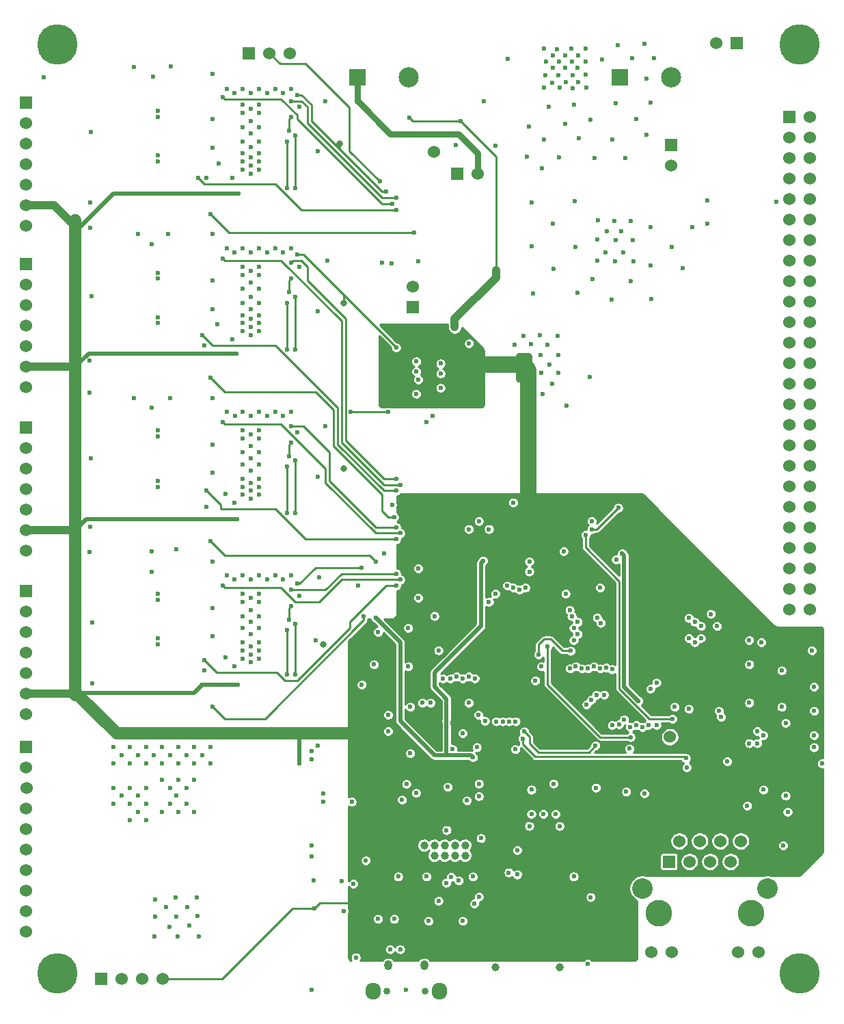
<source format=gbr>
G04 (created by PCBNEW (2013-05-18 BZR 4017)-stable) date Fri 12 Dec 2014 17:06:20 GMT*
%MOIN*%
G04 Gerber Fmt 3.4, Leading zero omitted, Abs format*
%FSLAX34Y34*%
G01*
G70*
G90*
G04 APERTURE LIST*
%ADD10C,0.00590551*%
%ADD11C,0.1969*%
%ADD12R,0.0787X0.0787*%
%ADD13C,0.0984*%
%ADD14O,0.0394X0.0492*%
%ADD15O,0.0748X0.0827*%
%ADD16C,0.0335*%
%ADD17R,0.06X0.06*%
%ADD18C,0.06*%
%ADD19R,0.0394X0.0394*%
%ADD20C,0.0394*%
%ADD21C,0.1299*%
%ADD22C,0.1*%
%ADD23C,0.0315*%
%ADD24C,0.0236*%
%ADD25C,0.06*%
%ADD26C,0.02*%
%ADD27C,0.04*%
%ADD28C,0.01*%
%ADD29C,0.08*%
%ADD30C,0.03*%
G04 APERTURE END LIST*
G54D10*
G54D11*
X2754Y1575D03*
G54D12*
X17390Y45236D03*
G54D13*
X19890Y45236D03*
G54D14*
X18905Y1968D03*
X20657Y1968D03*
G54D15*
X21395Y716D03*
X18167Y716D03*
G54D16*
X20716Y716D03*
X18846Y716D03*
G54D17*
X12114Y46430D03*
G54D18*
X13114Y46430D03*
X14114Y46430D03*
G54D17*
X1248Y44019D03*
G54D18*
X1248Y43019D03*
X1248Y42019D03*
X1248Y41019D03*
X1248Y40019D03*
X1248Y39019D03*
X1248Y38019D03*
G54D17*
X1248Y36143D03*
G54D18*
X1248Y35143D03*
X1248Y34143D03*
X1248Y33143D03*
X1248Y32143D03*
X1248Y31143D03*
X1248Y30143D03*
G54D17*
X1248Y28170D03*
G54D18*
X1248Y27170D03*
X1248Y26170D03*
X1248Y25170D03*
X1248Y24170D03*
X1248Y23170D03*
X1248Y22170D03*
G54D17*
X1248Y20199D03*
G54D18*
X1248Y19199D03*
X1248Y18199D03*
X1248Y17199D03*
X1248Y16199D03*
X1248Y15199D03*
X1248Y14199D03*
G54D17*
X35911Y46929D03*
G54D18*
X34911Y46929D03*
G54D19*
X20651Y7329D03*
G54D20*
X20651Y7829D03*
X21151Y7329D03*
X21151Y7829D03*
X21651Y7329D03*
X21651Y7829D03*
X22151Y7329D03*
X22151Y7829D03*
X22651Y7329D03*
X22651Y7829D03*
X24140Y1870D03*
X27282Y1870D03*
G54D17*
X38474Y43299D03*
G54D18*
X39474Y43299D03*
X38474Y38299D03*
X39474Y42299D03*
X38474Y37299D03*
X39474Y41299D03*
X38474Y36299D03*
X39474Y40299D03*
X38474Y35299D03*
X39474Y39299D03*
X38474Y34299D03*
X39474Y38299D03*
X38474Y33299D03*
X39474Y37299D03*
X38474Y32299D03*
X39474Y36299D03*
X38474Y31299D03*
X39474Y35299D03*
X38474Y30299D03*
X39474Y34299D03*
X38474Y29299D03*
X39474Y33299D03*
X38474Y28299D03*
X39474Y32299D03*
X39474Y31299D03*
X38474Y27299D03*
X39474Y30299D03*
X39474Y28299D03*
X39474Y27299D03*
X39474Y26299D03*
X39474Y25299D03*
X38474Y26299D03*
X38474Y25299D03*
X38474Y42299D03*
X38474Y41299D03*
X38474Y40299D03*
X38474Y39299D03*
X38474Y24299D03*
X39474Y24299D03*
X39474Y29299D03*
X38474Y23299D03*
X39474Y23299D03*
X38474Y22299D03*
X39474Y22299D03*
X38474Y21299D03*
X39474Y21299D03*
X38474Y20299D03*
X39474Y20299D03*
X38474Y19299D03*
X39474Y19299D03*
G54D21*
X32098Y4528D03*
X36598Y4528D03*
G54D18*
X36098Y8028D03*
X35600Y7028D03*
X35098Y8028D03*
X34600Y7028D03*
X34098Y8028D03*
X33600Y7028D03*
X33098Y8028D03*
G54D22*
X31298Y5729D03*
X37398Y5728D03*
G54D18*
X35956Y2599D03*
X32740Y2599D03*
X36956Y2599D03*
X31740Y2599D03*
G54D17*
X32600Y7028D03*
G54D23*
X16730Y26181D03*
X16533Y42028D03*
X16730Y34252D03*
X15746Y17618D03*
G54D17*
X32696Y41944D03*
G54D18*
X32696Y40944D03*
G54D17*
X20089Y34050D03*
G54D18*
X20089Y35050D03*
X32638Y13104D03*
X21148Y41630D03*
G54D17*
X22280Y40558D03*
G54D18*
X23280Y40558D03*
G54D12*
X30205Y45236D03*
G54D13*
X32705Y45236D03*
G54D17*
X4888Y1328D03*
G54D18*
X5888Y1328D03*
X6888Y1328D03*
X7888Y1328D03*
G54D17*
X1248Y12617D03*
G54D18*
X1248Y11617D03*
X1256Y10617D03*
X1248Y9617D03*
X1248Y8617D03*
X1248Y7617D03*
X1248Y6617D03*
X1248Y5617D03*
X1248Y4617D03*
X1248Y3617D03*
G54D11*
X38974Y46850D03*
X38974Y1575D03*
X2754Y46850D03*
G54D24*
X20176Y32480D03*
X36218Y11319D03*
X11569Y15650D03*
X30411Y4626D03*
X31159Y10650D03*
X13974Y24016D03*
X13974Y18307D03*
X11605Y39567D03*
X25293Y9350D03*
X9840Y15650D03*
X23129Y30807D03*
X14565Y11811D03*
X22144Y9744D03*
X13974Y34252D03*
X11529Y23720D03*
X25490Y32657D03*
X26773Y31236D03*
X14368Y18602D03*
X27655Y6398D03*
X26683Y32228D03*
X14565Y43799D03*
X26309Y32685D03*
X31396Y15157D03*
X14368Y31988D03*
X14466Y27953D03*
X25522Y30579D03*
X22833Y12697D03*
X15297Y4752D03*
X13974Y42126D03*
X29722Y21555D03*
X13974Y26280D03*
X20372Y12303D03*
X23375Y9725D03*
X26360Y30854D03*
X27195Y31709D03*
X28935Y8366D03*
X18896Y32087D03*
X27262Y8071D03*
X33561Y15846D03*
X14368Y34547D03*
X14368Y24016D03*
X25742Y30890D03*
X14368Y42421D03*
X39663Y13780D03*
X23620Y12106D03*
X26868Y7579D03*
X20766Y3543D03*
X25498Y31232D03*
X14368Y26575D03*
X13974Y16142D03*
X25648Y6496D03*
X14565Y19980D03*
X21750Y9744D03*
X37399Y17323D03*
X25864Y32232D03*
X20372Y9744D03*
X13974Y31988D03*
X13974Y39862D03*
X23029Y21772D03*
X11506Y31791D03*
X22207Y41933D03*
X32911Y10591D03*
X25270Y30882D03*
X24112Y7776D03*
X26435Y29827D03*
X23817Y8465D03*
X26903Y30299D03*
X9742Y23720D03*
X14368Y16142D03*
X27195Y30862D03*
X33955Y15453D03*
X27655Y9350D03*
X18896Y29429D03*
X14565Y36024D03*
X25289Y31630D03*
X39663Y14961D03*
X25057Y32213D03*
X25746Y31626D03*
X9840Y39567D03*
X22045Y13780D03*
X27159Y32661D03*
X26333Y31717D03*
X9939Y31791D03*
X14368Y39862D03*
X33462Y13583D03*
X24148Y35480D03*
X26390Y40813D03*
X22139Y33470D03*
X15746Y9941D03*
X19940Y43294D03*
X22144Y33071D03*
X22431Y43122D03*
X19388Y6299D03*
X24159Y35846D03*
X17124Y9941D03*
X17813Y7087D03*
X23541Y21693D03*
X21750Y12205D03*
X31100Y14862D03*
X21750Y13878D03*
X18305Y18898D03*
X30313Y22047D03*
X23029Y12106D03*
X20374Y36283D03*
X28640Y16437D03*
X29525Y16476D03*
X29821Y16398D03*
X17204Y5946D03*
X25531Y13366D03*
X29014Y12677D03*
X28581Y14685D03*
X28817Y14921D03*
X28344Y16437D03*
X30090Y46798D03*
X27884Y44713D03*
X31510Y45168D03*
X27259Y44731D03*
X27241Y46009D03*
X28541Y45374D03*
X26510Y42228D03*
X27970Y43898D03*
X29850Y42218D03*
X26917Y44996D03*
X26516Y44749D03*
X28780Y43188D03*
X27230Y41338D03*
X28172Y45001D03*
X27530Y42988D03*
X28980Y41308D03*
X28141Y45716D03*
X26935Y45703D03*
X30470Y41318D03*
X26615Y46009D03*
X28172Y46301D03*
X25770Y42858D03*
X31870Y46178D03*
X28523Y46648D03*
X26570Y45334D03*
X31010Y43228D03*
X27205Y45356D03*
X27821Y46639D03*
X28519Y46018D03*
X31490Y42438D03*
X29330Y46128D03*
X31400Y46888D03*
X26930Y46319D03*
X27560Y45010D03*
X28200Y42278D03*
X30800Y46178D03*
X28582Y44740D03*
X26750Y43798D03*
X27124Y46621D03*
X27884Y45347D03*
X26498Y46634D03*
X27853Y46013D03*
X29990Y43978D03*
X27542Y46328D03*
X27518Y45709D03*
X25660Y41378D03*
X31690Y44028D03*
X28525Y22953D03*
X32768Y13982D03*
X18896Y13386D03*
X20962Y14764D03*
X18896Y14173D03*
X20569Y14764D03*
X5510Y12598D03*
X6298Y9843D03*
X8659Y12598D03*
X7085Y9843D03*
X9447Y11811D03*
X6691Y9449D03*
X7872Y11811D03*
X8659Y11024D03*
X8659Y11811D03*
X8266Y12205D03*
X5903Y12205D03*
X6691Y10236D03*
X9447Y11024D03*
X6297Y9055D03*
X7872Y9449D03*
X7478Y12205D03*
X8266Y10630D03*
X5510Y10630D03*
X7085Y10630D03*
X9840Y12205D03*
X10234Y12598D03*
X7872Y11024D03*
X8266Y9843D03*
X9447Y12598D03*
X6297Y10630D03*
X7085Y12598D03*
X6297Y12598D03*
X5903Y10236D03*
X7085Y11811D03*
X9053Y10630D03*
X7085Y9055D03*
X9053Y9843D03*
X6297Y11811D03*
X6691Y12205D03*
X8659Y9449D03*
X8561Y10236D03*
X7872Y12598D03*
X10234Y11811D03*
X9447Y9449D03*
X5510Y11811D03*
X5510Y9843D03*
X9053Y12205D03*
X10825Y20472D03*
X19486Y20768D03*
X19289Y20472D03*
X9939Y16831D03*
X15746Y10335D03*
X19787Y10813D03*
X17616Y21358D03*
X14466Y20571D03*
X19289Y21063D03*
X14171Y20276D03*
X17714Y18996D03*
X10333Y14567D03*
X23108Y4980D03*
X38088Y14567D03*
X37104Y17717D03*
X29230Y20374D03*
X38285Y13780D03*
X38088Y16339D03*
X34939Y18504D03*
X34644Y19094D03*
X39663Y15551D03*
X33856Y17717D03*
X33856Y18701D03*
X33561Y18898D03*
X33561Y17913D03*
X34151Y17913D03*
X34151Y18504D03*
X9660Y3388D03*
X8640Y3378D03*
X8563Y4331D03*
X7520Y4348D03*
X8220Y3848D03*
X8080Y4818D03*
X8540Y5268D03*
X9570Y5288D03*
X9090Y4818D03*
X9190Y3918D03*
X9600Y4378D03*
X7520Y5188D03*
X7500Y3388D03*
X22732Y10004D03*
X15254Y6102D03*
X19573Y10039D03*
X23226Y12598D03*
X12596Y40748D03*
X7675Y41437D03*
X12201Y35825D03*
X32720Y36988D03*
X39663Y13189D03*
X31700Y37938D03*
X27990Y39198D03*
X28040Y36988D03*
X29510Y36718D03*
X11809Y44685D03*
X26980Y35918D03*
X11809Y24902D03*
X23325Y10827D03*
X29940Y38248D03*
X21356Y17323D03*
X12596Y27657D03*
X28640Y2047D03*
X12200Y16735D03*
X30740Y38258D03*
X28880Y35428D03*
X25890Y37018D03*
X30860Y36288D03*
X33260Y35958D03*
X26940Y38118D03*
X15352Y17815D03*
X29100Y36298D03*
X12596Y16929D03*
X11809Y34252D03*
X29130Y38278D03*
X12596Y28051D03*
X22045Y12500D03*
X21455Y30118D03*
X18207Y16634D03*
X15155Y7283D03*
X12596Y41535D03*
X30380Y36698D03*
X12596Y17323D03*
X28130Y34738D03*
X15155Y12008D03*
X29970Y36288D03*
X34469Y39243D03*
X12596Y33268D03*
X11809Y20079D03*
X13384Y20965D03*
X22844Y32280D03*
X7675Y28051D03*
X11809Y28051D03*
X7675Y17618D03*
X13777Y20768D03*
X12596Y42126D03*
X25970Y34708D03*
X12203Y19291D03*
X2090Y45253D03*
X20766Y6299D03*
X12596Y20079D03*
X11415Y20768D03*
X13384Y36909D03*
X30820Y37318D03*
X28718Y30657D03*
X12203Y26673D03*
X19880Y16535D03*
X8561Y22244D03*
X12202Y40945D03*
X33750Y37938D03*
X12201Y33071D03*
X29090Y37348D03*
X30270Y37758D03*
X7675Y19783D03*
X29990Y37318D03*
X11809Y26969D03*
X11022Y28937D03*
X40057Y11811D03*
X29790Y34398D03*
X4470Y15717D03*
X25910Y39158D03*
X11809Y33661D03*
X12203Y20768D03*
X38285Y10236D03*
X12596Y25295D03*
X19978Y14567D03*
X13777Y44488D03*
X12200Y17520D03*
X4364Y39161D03*
X12202Y41339D03*
X8297Y45787D03*
X14171Y36909D03*
X11418Y28737D03*
X31750Y34458D03*
X15451Y25787D03*
X12990Y20768D03*
X23325Y23622D03*
X36514Y14764D03*
X30720Y35308D03*
X17419Y20472D03*
X7675Y41142D03*
X11809Y41535D03*
X24136Y41913D03*
X4399Y42583D03*
X11809Y27657D03*
X12596Y18996D03*
X11809Y33268D03*
X7675Y35433D03*
X10037Y24311D03*
X11809Y43898D03*
X12203Y35236D03*
X15451Y33858D03*
X13777Y36713D03*
X12200Y25492D03*
X21573Y15945D03*
X11809Y36024D03*
X15943Y36319D03*
X39565Y17323D03*
X33561Y14469D03*
X7675Y43307D03*
X14171Y20965D03*
X12596Y43898D03*
X12201Y33465D03*
X7380Y21161D03*
X8167Y37598D03*
X12596Y33661D03*
X21356Y5118D03*
X12200Y27851D03*
X18599Y36210D03*
X11809Y25689D03*
X28777Y5295D03*
X12596Y26969D03*
X19880Y18406D03*
X29090Y18923D03*
X21456Y31299D03*
X7380Y37106D03*
X11022Y44685D03*
X11809Y42126D03*
X7675Y25295D03*
X11022Y36909D03*
X12596Y26378D03*
X12596Y20965D03*
X12990Y44488D03*
X7675Y33563D03*
X15844Y28248D03*
X12202Y43700D03*
X12201Y36711D03*
X31700Y36068D03*
X11809Y18996D03*
X25884Y9350D03*
X11415Y36713D03*
X4415Y26689D03*
X12596Y41142D03*
X12990Y28740D03*
X38384Y9449D03*
X11809Y16929D03*
X11809Y28937D03*
X4482Y18697D03*
X7675Y27756D03*
X11809Y42815D03*
X12596Y17717D03*
X23305Y14173D03*
X12203Y41831D03*
X6691Y37598D03*
X12200Y24708D03*
X7675Y20079D03*
X12596Y24902D03*
X12203Y34547D03*
X12596Y18406D03*
X20372Y19882D03*
X7380Y29134D03*
X11809Y35630D03*
X15549Y20866D03*
X34469Y38130D03*
X11809Y26378D03*
X24132Y20079D03*
X23325Y5315D03*
X18994Y2756D03*
X11415Y44488D03*
X12596Y28937D03*
X12596Y36024D03*
X4433Y34597D03*
X12990Y36713D03*
X6494Y29626D03*
X15451Y41634D03*
X14171Y28937D03*
X24782Y6496D03*
X11809Y25295D03*
X12203Y27264D03*
X14171Y44685D03*
X12596Y44685D03*
X11809Y36909D03*
X12596Y32874D03*
X33462Y11614D03*
X15175Y7801D03*
X15155Y787D03*
X7675Y35728D03*
X4356Y37909D03*
X37203Y10531D03*
X12596Y35630D03*
X13384Y28937D03*
X7675Y33268D03*
X35431Y11909D03*
X12202Y40552D03*
X12596Y34252D03*
X20273Y29823D03*
X20273Y31398D03*
X9939Y16339D03*
X12596Y34941D03*
X4344Y31445D03*
X7675Y43602D03*
X38167Y7815D03*
X13384Y44685D03*
X12203Y18701D03*
X12203Y42520D03*
X19978Y12303D03*
X12203Y43110D03*
X11809Y20965D03*
X11809Y43504D03*
X4372Y23350D03*
X21800Y10666D03*
X12203Y33957D03*
X31691Y15453D03*
X27065Y9350D03*
X12596Y36909D03*
X12596Y42815D03*
X9939Y32185D03*
X12203Y26083D03*
X7380Y22146D03*
X11809Y19685D03*
X11809Y17323D03*
X21456Y30807D03*
X11022Y20965D03*
X22833Y14764D03*
X15844Y44094D03*
X32872Y14567D03*
X7427Y45280D03*
X22833Y23228D03*
X17616Y15650D03*
X15155Y12402D03*
X12200Y28737D03*
X4336Y29870D03*
X11809Y32874D03*
X4348Y22098D03*
X23620Y13878D03*
X8266Y29626D03*
X36415Y9744D03*
X39663Y12598D03*
X12200Y17126D03*
X19092Y24409D03*
X11809Y34941D03*
X27592Y29252D03*
X12201Y32679D03*
X15451Y12697D03*
X13777Y28740D03*
X6510Y45744D03*
X18403Y18209D03*
X16730Y4626D03*
X11809Y41142D03*
X12200Y25098D03*
X30018Y21752D03*
X11809Y18406D03*
X26474Y9350D03*
X27262Y8760D03*
X12596Y25689D03*
X12202Y44487D03*
X39663Y14370D03*
X7675Y25591D03*
X12203Y18110D03*
X18699Y22047D03*
X12203Y19882D03*
X12596Y43504D03*
X7675Y17913D03*
X12596Y19685D03*
X29560Y37758D03*
X10037Y40354D03*
X11809Y40748D03*
X11809Y17717D03*
X25195Y6398D03*
X25195Y7579D03*
X31986Y13681D03*
X31986Y15748D03*
X27951Y6299D03*
X21947Y15945D03*
X27557Y20079D03*
X30510Y10433D03*
X22537Y15945D03*
X21750Y8563D03*
X22833Y16043D03*
X22242Y16043D03*
X14053Y18819D03*
X14171Y19488D03*
X14171Y43307D03*
X14053Y42638D03*
X14171Y35433D03*
X14053Y34764D03*
X14171Y27461D03*
X14053Y26791D03*
X23581Y44075D03*
X24742Y46142D03*
X37203Y13189D03*
X36907Y12795D03*
X35037Y14370D03*
X36514Y12795D03*
X35136Y14075D03*
X36514Y16634D03*
X36514Y17815D03*
X36907Y13386D03*
X19781Y787D03*
X25470Y13030D03*
X33423Y12067D03*
X24998Y20374D03*
X24703Y20472D03*
X28836Y23622D03*
X27459Y22146D03*
X27754Y16437D03*
X28049Y16535D03*
X26237Y17114D03*
X16622Y6088D03*
X27798Y17298D03*
X23321Y10207D03*
X29264Y18661D03*
X20255Y10372D03*
X29053Y15157D03*
X29427Y15157D03*
X29821Y13681D03*
X30175Y13720D03*
X30411Y13957D03*
X30707Y13583D03*
X31002Y13681D03*
X31297Y13583D03*
X31592Y13681D03*
X24171Y13858D03*
X27754Y19291D03*
X24486Y13858D03*
X24801Y13858D03*
X25116Y13858D03*
X25096Y12500D03*
X19059Y36195D03*
X20374Y21315D03*
X18494Y40170D03*
X22537Y4134D03*
X17321Y2362D03*
X37829Y39173D03*
X23128Y15945D03*
X25785Y21654D03*
X25588Y20374D03*
X27951Y17815D03*
X28148Y18110D03*
X28148Y18701D03*
X27852Y18996D03*
X27951Y18406D03*
X20766Y28445D03*
X23817Y19685D03*
X23817Y23228D03*
X20273Y30906D03*
X29230Y16437D03*
X21061Y28740D03*
X20372Y30512D03*
X28935Y16535D03*
X25785Y21161D03*
X25293Y20276D03*
X23423Y8169D03*
X22340Y6102D03*
X23029Y6299D03*
X22537Y13287D03*
X26376Y16535D03*
X19486Y2756D03*
X20864Y4134D03*
X21962Y6285D03*
X21733Y5993D03*
X26081Y15846D03*
X21159Y18996D03*
X24998Y24528D03*
X19191Y4232D03*
X18403Y4232D03*
X25884Y10531D03*
X25785Y8760D03*
X31396Y10354D03*
X26966Y10827D03*
X30118Y24264D03*
X28836Y23228D03*
X30667Y12539D03*
X29033Y10630D03*
X10334Y41829D03*
X10333Y18012D03*
X10333Y19390D03*
X10579Y33218D03*
X10333Y25984D03*
X11317Y32480D03*
X10333Y45417D03*
X10333Y35335D03*
X10333Y27362D03*
X10333Y37598D03*
X10972Y16978D03*
X11415Y24508D03*
X10333Y43209D03*
X10333Y33957D03*
X11317Y40354D03*
X11415Y16535D03*
X10333Y29626D03*
X10972Y24951D03*
X10333Y21654D03*
X10628Y41043D03*
X10825Y28445D03*
X19486Y23031D03*
X10037Y25098D03*
X19289Y22736D03*
X18896Y28937D03*
X17065Y28937D03*
X19289Y23327D03*
X14171Y28248D03*
X10234Y22638D03*
X18305Y21654D03*
X19486Y25394D03*
X10825Y36417D03*
X19289Y25098D03*
X9840Y32677D03*
X19289Y32087D03*
X14466Y36614D03*
X19289Y25689D03*
X14171Y36220D03*
X10234Y30610D03*
X19191Y23819D03*
X10825Y44291D03*
X19092Y39075D03*
X9644Y40354D03*
X19289Y38780D03*
X14466Y44390D03*
X18797Y39665D03*
X14171Y44094D03*
X19289Y39370D03*
X10234Y38583D03*
X30726Y13091D03*
X26671Y17520D03*
X20175Y37697D03*
G54D25*
X3640Y29134D02*
X3640Y25098D01*
G54D26*
X9447Y15256D02*
X3640Y15256D01*
G54D25*
X3640Y15256D02*
X3678Y15256D01*
G54D26*
X11529Y23720D02*
X9742Y23720D01*
G54D27*
X3640Y23170D02*
X3640Y23177D01*
G54D26*
X4183Y23720D02*
X3640Y23177D01*
G54D25*
X3640Y15256D02*
X3640Y15157D01*
G54D28*
X13974Y16142D02*
X13974Y18307D01*
G54D26*
X9840Y15650D02*
X11569Y15650D01*
X9840Y15650D02*
X9840Y15649D01*
G54D25*
X3640Y30118D02*
X3640Y29134D01*
X3640Y25098D02*
X3640Y23177D01*
X14565Y13268D02*
X17478Y13268D01*
G54D28*
X14239Y4752D02*
X15297Y4752D01*
X7888Y1328D02*
X10815Y1328D01*
G54D29*
X25498Y31232D02*
X22746Y31232D01*
G54D26*
X5494Y39567D02*
X3640Y37713D01*
G54D28*
X10815Y1328D02*
X14239Y4752D01*
G54D25*
X3640Y30610D02*
X3640Y30118D01*
X3640Y33169D02*
X3640Y33110D01*
G54D27*
X1248Y23170D02*
X3640Y23170D01*
G54D28*
X14368Y24016D02*
X14368Y26575D01*
G54D25*
X3640Y22625D02*
X3640Y22146D01*
G54D29*
X25750Y24607D02*
X25750Y30980D01*
G54D28*
X13974Y24016D02*
X13974Y26280D01*
G54D29*
X22746Y31232D02*
X22710Y31268D01*
G54D28*
X13974Y39862D02*
X13974Y42126D01*
G54D25*
X3640Y30625D02*
X3640Y30610D01*
G54D28*
X15297Y4752D02*
X15565Y5020D01*
G54D25*
X3640Y23177D02*
X3640Y22625D01*
X3640Y38287D02*
X3640Y37996D01*
X3640Y37996D02*
X3640Y37713D01*
X3640Y22146D02*
X3640Y21142D01*
G54D28*
X15565Y5020D02*
X17085Y5020D01*
G54D29*
X22710Y31268D02*
X22710Y31226D01*
G54D25*
X3640Y37713D02*
X3640Y33169D01*
G54D26*
X3660Y25118D02*
X3640Y25098D01*
G54D27*
X3640Y31143D02*
X3640Y31142D01*
G54D28*
X14368Y31988D02*
X14368Y34547D01*
G54D25*
X5666Y13268D02*
X14565Y13268D01*
G54D26*
X9939Y31791D02*
X4289Y31791D01*
X9840Y39567D02*
X5494Y39567D01*
G54D28*
X14368Y16142D02*
X14368Y18602D01*
G54D25*
X3640Y21142D02*
X3640Y15256D01*
X3678Y15256D02*
X5666Y13268D01*
G54D26*
X11605Y39567D02*
X9840Y39567D01*
G54D27*
X1248Y39019D02*
X2617Y39019D01*
G54D26*
X11506Y31791D02*
X9939Y31791D01*
G54D25*
X3640Y33110D02*
X3640Y31142D01*
X3640Y31142D02*
X3640Y30610D01*
G54D26*
X9840Y15649D02*
X9447Y15256D01*
G54D27*
X3621Y15199D02*
X3678Y15256D01*
G54D28*
X13974Y31988D02*
X13974Y34252D01*
G54D27*
X1248Y15199D02*
X3621Y15199D01*
G54D29*
X25750Y30980D02*
X25498Y31232D01*
G54D26*
X14565Y13268D02*
X14565Y11811D01*
G54D27*
X2617Y39019D02*
X3640Y37996D01*
G54D26*
X4289Y31791D02*
X3640Y31142D01*
X9742Y23720D02*
X4183Y23720D01*
G54D27*
X1248Y31143D02*
X3640Y31143D01*
G54D28*
X14368Y39862D02*
X14368Y42421D01*
G54D27*
X22139Y33470D02*
X24159Y35490D01*
X22139Y33470D02*
X22139Y33470D01*
X24159Y35490D02*
X24159Y35846D01*
G54D28*
X19940Y43294D02*
X20112Y43122D01*
X22431Y43122D02*
X24159Y41394D01*
G54D27*
X22139Y33470D02*
X22144Y33070D01*
G54D28*
X24159Y41394D02*
X24159Y35846D01*
X20112Y43122D02*
X22431Y43122D01*
G54D26*
X30407Y15555D02*
X30407Y20468D01*
X19486Y13879D02*
X19486Y17717D01*
X30411Y21949D02*
X30313Y22047D01*
X19486Y17717D02*
X18305Y18898D01*
X21750Y12205D02*
X21750Y13878D01*
X21159Y16240D02*
X23423Y18504D01*
X21750Y12205D02*
X21160Y12205D01*
X22930Y12205D02*
X23029Y12106D01*
X21750Y14961D02*
X21159Y15552D01*
X23423Y18504D02*
X23423Y21575D01*
X21159Y15552D02*
X21159Y16240D01*
X30407Y20468D02*
X30411Y20472D01*
X30411Y20472D02*
X30411Y21949D01*
X21750Y13878D02*
X21750Y14961D01*
X21750Y12205D02*
X22242Y12205D01*
X22242Y12205D02*
X22930Y12205D01*
X23423Y21575D02*
X23541Y21693D01*
X21160Y12205D02*
X19486Y13879D01*
X31100Y14862D02*
X30407Y15555D01*
G54D28*
X25796Y12775D02*
X25796Y13101D01*
X26297Y12352D02*
X26219Y12352D01*
X29014Y12677D02*
X29013Y12677D01*
X26219Y12352D02*
X25796Y12775D01*
X29013Y12677D02*
X28688Y12352D01*
X28688Y12352D02*
X26297Y12352D01*
X26291Y12352D02*
X26273Y12352D01*
X26297Y12352D02*
X26291Y12352D01*
X25796Y13101D02*
X25531Y13366D01*
X32768Y13982D02*
X31827Y13982D01*
X30175Y20461D02*
X30175Y20693D01*
X31827Y13982D02*
X31825Y13980D01*
X31827Y13982D02*
X31641Y13982D01*
X28525Y22343D02*
X28525Y22953D01*
X31641Y13982D02*
X30175Y15448D01*
X30175Y20693D02*
X28525Y22343D01*
X30175Y15448D02*
X30175Y20461D01*
X13679Y20374D02*
X14368Y19685D01*
X10924Y20374D02*
X13679Y20374D01*
X10826Y20472D02*
X10924Y20374D01*
X15549Y19685D02*
X16632Y20768D01*
X16632Y20768D02*
X19486Y20768D01*
X10825Y20472D02*
X10826Y20472D01*
X14368Y19685D02*
X15549Y19685D01*
X10530Y16240D02*
X9939Y16831D01*
X13483Y16240D02*
X10530Y16240D01*
X18796Y20472D02*
X17025Y18701D01*
X19289Y20472D02*
X18796Y20472D01*
X17025Y18405D02*
X14466Y15846D01*
X14466Y15846D02*
X13877Y15846D01*
X13877Y15846D02*
X13483Y16240D01*
X17025Y18701D02*
X17025Y18405D01*
X15352Y21358D02*
X17616Y21358D01*
X14466Y20571D02*
X14565Y20571D01*
X14565Y20571D02*
X15352Y21358D01*
X15845Y20276D02*
X16632Y21063D01*
X16632Y21063D02*
X19289Y21063D01*
X14171Y20276D02*
X15845Y20276D01*
X10923Y13976D02*
X12891Y13976D01*
X17714Y18799D02*
X17714Y18996D01*
X10333Y14567D02*
X10333Y14566D01*
X10333Y14566D02*
X10923Y13976D01*
X12891Y13976D02*
X17714Y18799D01*
X14053Y18819D02*
X14053Y19370D01*
X14053Y19370D02*
X14171Y19488D01*
X14053Y43189D02*
X14171Y43307D01*
X14053Y42638D02*
X14053Y43189D01*
X14053Y34764D02*
X14053Y35315D01*
X14053Y35315D02*
X14171Y35433D01*
X14053Y26791D02*
X14053Y27343D01*
X14053Y27343D02*
X14171Y27461D01*
X26061Y12145D02*
X25470Y12736D01*
X26061Y12145D02*
X33345Y12145D01*
X33345Y12145D02*
X33423Y12067D01*
X25470Y12736D02*
X25470Y13030D01*
X26237Y17599D02*
X26237Y17114D01*
X26818Y17865D02*
X26503Y17865D01*
X27798Y17298D02*
X27385Y17298D01*
X26503Y17865D02*
X26237Y17599D01*
X27385Y17298D02*
X26818Y17865D01*
X17014Y43785D02*
X14879Y45920D01*
X14879Y45920D02*
X13624Y45920D01*
X18494Y40170D02*
X17014Y41650D01*
X13114Y46430D02*
X13624Y45920D01*
X17014Y41650D02*
X17014Y43785D01*
X28836Y23228D02*
X29082Y23228D01*
X29082Y23228D02*
X30118Y24264D01*
G54D30*
X17390Y44098D02*
X17390Y44068D01*
X19004Y42484D02*
X22345Y42484D01*
X23273Y40565D02*
X23280Y40558D01*
X17390Y44098D02*
X19004Y42484D01*
X22345Y42484D02*
X23273Y41556D01*
X23273Y41556D02*
X23273Y40565D01*
X17390Y45236D02*
X17390Y44098D01*
G54D28*
X15844Y25492D02*
X15844Y26182D01*
X10924Y28346D02*
X13680Y28346D01*
X18305Y23031D02*
X15844Y25492D01*
X10825Y28445D02*
X10924Y28346D01*
X15844Y26182D02*
X13680Y28346D01*
X19486Y23031D02*
X18305Y23031D01*
X10726Y24409D02*
X10037Y25098D01*
X14861Y22736D02*
X13384Y24213D01*
X10726Y24213D02*
X10726Y24409D01*
X19289Y22736D02*
X14861Y22736D01*
X10726Y24213D02*
X10725Y24213D01*
X13384Y24213D02*
X10726Y24213D01*
X17065Y28937D02*
X18896Y28937D01*
X19289Y23327D02*
X18305Y23327D01*
X16041Y25591D02*
X16041Y26969D01*
X18305Y23327D02*
X16041Y25591D01*
X14762Y28248D02*
X14171Y28248D01*
X16041Y26969D02*
X14762Y28248D01*
X10923Y21949D02*
X10234Y22638D01*
X18305Y21654D02*
X18010Y21949D01*
X18010Y21949D02*
X10923Y21949D01*
X16632Y27461D02*
X18699Y25394D01*
X10923Y36319D02*
X13679Y36319D01*
X10825Y36417D02*
X10923Y36319D01*
X18699Y25394D02*
X19486Y25394D01*
X16632Y33366D02*
X16632Y27461D01*
X13679Y36319D02*
X16632Y33366D01*
X10332Y32185D02*
X9840Y32677D01*
X18698Y25098D02*
X19289Y25098D01*
X13384Y32185D02*
X10332Y32185D01*
X16435Y29134D02*
X16435Y27361D01*
X13384Y32185D02*
X16435Y29134D01*
X16435Y27361D02*
X18698Y25098D01*
X14466Y36614D02*
X14762Y36614D01*
X14762Y36614D02*
X16730Y34646D01*
X16730Y34252D02*
X16730Y34646D01*
X16730Y34646D02*
X19289Y32087D01*
X16829Y33464D02*
X16829Y27559D01*
X14270Y36319D02*
X14663Y36319D01*
X14663Y36319D02*
X14959Y36023D01*
X14959Y35334D02*
X16829Y33464D01*
X14959Y36023D02*
X14959Y35334D01*
X14171Y36220D02*
X14270Y36319D01*
X18699Y25689D02*
X19289Y25689D01*
X16829Y27559D02*
X18699Y25689D01*
X19191Y23819D02*
X18895Y23819D01*
X15352Y29921D02*
X10923Y29921D01*
X10923Y29921D02*
X10234Y30610D01*
X16238Y29035D02*
X15352Y29921D01*
X19191Y23819D02*
X19191Y23818D01*
X18600Y24902D02*
X16238Y27264D01*
X18895Y23819D02*
X18600Y24114D01*
X18600Y24114D02*
X18600Y24902D01*
X16238Y27264D02*
X16238Y29035D01*
X14466Y43406D02*
X14466Y43209D01*
X14466Y43209D02*
X18600Y39075D01*
X10825Y44291D02*
X10923Y44193D01*
X18600Y39075D02*
X19092Y39075D01*
X10923Y44193D02*
X13679Y44193D01*
X13679Y44193D02*
X14466Y43406D01*
X9939Y40059D02*
X13384Y40059D01*
X14663Y38780D02*
X19289Y38780D01*
X9939Y40059D02*
X9644Y40354D01*
X13384Y40059D02*
X14663Y38780D01*
X14466Y44390D02*
X14663Y44390D01*
X16533Y42028D02*
X16533Y41732D01*
X14663Y44390D02*
X15155Y43898D01*
X15155Y43898D02*
X15155Y43110D01*
X15155Y43110D02*
X16533Y41732D01*
X16730Y41535D02*
X18600Y39665D01*
X18600Y39665D02*
X18797Y39665D01*
X16533Y41732D02*
X16730Y41535D01*
X18600Y39370D02*
X19289Y39370D01*
X14959Y43011D02*
X18600Y39370D01*
X14664Y44094D02*
X14959Y43799D01*
X14171Y44094D02*
X14664Y44094D01*
X14959Y43799D02*
X14959Y43011D01*
X10234Y38583D02*
X10431Y38385D01*
X26671Y17520D02*
X26671Y15650D01*
X26671Y15650D02*
X29230Y13091D01*
X30726Y13091D02*
X29230Y13091D01*
X11120Y37697D02*
X20175Y37697D01*
X10234Y38583D02*
X11120Y37697D01*
X18602Y33218D02*
X21792Y33218D01*
X18520Y33138D02*
X21793Y33138D01*
X18600Y33058D02*
X21794Y33058D01*
X18680Y32978D02*
X21807Y32978D01*
X22479Y32978D02*
X22559Y32978D01*
X18760Y32898D02*
X21840Y32898D01*
X22446Y32898D02*
X22639Y32898D01*
X18840Y32818D02*
X21901Y32818D01*
X22385Y32818D02*
X22719Y32818D01*
X18920Y32738D02*
X22038Y32738D01*
X22249Y32738D02*
X22799Y32738D01*
X19000Y32658D02*
X22879Y32658D01*
X18453Y32578D02*
X18515Y32578D01*
X19080Y32578D02*
X22959Y32578D01*
X18453Y32498D02*
X18595Y32498D01*
X19160Y32498D02*
X22687Y32498D01*
X23000Y32498D02*
X23039Y32498D01*
X18453Y32418D02*
X18675Y32418D01*
X19240Y32418D02*
X22613Y32418D01*
X23074Y32418D02*
X23119Y32418D01*
X18453Y32338D02*
X18755Y32338D01*
X19383Y32338D02*
X22582Y32338D01*
X23105Y32338D02*
X23199Y32338D01*
X18453Y32258D02*
X18835Y32258D01*
X19496Y32258D02*
X22575Y32258D01*
X23111Y32258D02*
X23112Y32258D01*
X23112Y32258D02*
X23279Y32258D01*
X18453Y32178D02*
X18915Y32178D01*
X19541Y32178D02*
X22596Y32178D01*
X23091Y32178D02*
X23112Y32178D01*
X23112Y32178D02*
X23359Y32178D01*
X18453Y32098D02*
X18995Y32098D01*
X19556Y32098D02*
X22647Y32098D01*
X23041Y32098D02*
X23112Y32098D01*
X23112Y32098D02*
X23439Y32098D01*
X18453Y32018D02*
X19029Y32018D01*
X19548Y32018D02*
X22787Y32018D01*
X22901Y32018D02*
X23112Y32018D01*
X23112Y32018D02*
X23519Y32018D01*
X18453Y31938D02*
X19066Y31938D01*
X19511Y31938D02*
X23112Y31938D01*
X23112Y31938D02*
X23566Y31938D01*
X18453Y31858D02*
X19148Y31858D01*
X19428Y31858D02*
X23112Y31858D01*
X23112Y31858D02*
X23570Y31858D01*
X18453Y31778D02*
X23112Y31778D01*
X23112Y31778D02*
X23570Y31778D01*
X18453Y31698D02*
X23112Y31698D01*
X23112Y31698D02*
X23570Y31698D01*
X18453Y31618D02*
X20119Y31618D01*
X20426Y31618D02*
X23112Y31618D01*
X23112Y31618D02*
X23570Y31618D01*
X18453Y31538D02*
X20044Y31538D01*
X20501Y31538D02*
X21332Y31538D01*
X21579Y31538D02*
X23112Y31538D01*
X23112Y31538D02*
X23570Y31538D01*
X18453Y31458D02*
X20011Y31458D01*
X20534Y31458D02*
X21240Y31458D01*
X21672Y31458D02*
X23112Y31458D01*
X23112Y31458D02*
X23570Y31458D01*
X18453Y31378D02*
X20004Y31378D01*
X20540Y31378D02*
X21198Y31378D01*
X21713Y31378D02*
X23112Y31378D01*
X23112Y31378D02*
X23570Y31378D01*
X18453Y31298D02*
X20024Y31298D01*
X20521Y31298D02*
X21187Y31298D01*
X21723Y31298D02*
X23112Y31298D01*
X23112Y31298D02*
X23570Y31298D01*
X18453Y31218D02*
X20074Y31218D01*
X20472Y31218D02*
X21199Y31218D01*
X21712Y31218D02*
X23112Y31218D01*
X23112Y31218D02*
X23570Y31218D01*
X18453Y31138D02*
X20138Y31138D01*
X20408Y31138D02*
X21240Y31138D01*
X21670Y31138D02*
X23112Y31138D01*
X23112Y31138D02*
X23570Y31138D01*
X18453Y31058D02*
X20052Y31058D01*
X20493Y31058D02*
X21338Y31058D01*
X21575Y31058D02*
X23112Y31058D01*
X23112Y31058D02*
X23570Y31058D01*
X18453Y30978D02*
X20014Y30978D01*
X20531Y30978D02*
X21248Y30978D01*
X21663Y30978D02*
X23112Y30978D01*
X23112Y30978D02*
X23570Y30978D01*
X18453Y30898D02*
X20004Y30898D01*
X20540Y30898D02*
X21203Y30898D01*
X21708Y30898D02*
X23112Y30898D01*
X23112Y30898D02*
X23570Y30898D01*
X18453Y30818D02*
X20019Y30818D01*
X20527Y30818D02*
X21188Y30818D01*
X21723Y30818D02*
X21724Y30818D01*
X21724Y30818D02*
X23112Y30818D01*
X23112Y30818D02*
X23570Y30818D01*
X18453Y30738D02*
X20062Y30738D01*
X20516Y30738D02*
X21196Y30738D01*
X21715Y30738D02*
X21724Y30738D01*
X21724Y30738D02*
X23112Y30738D01*
X23112Y30738D02*
X23570Y30738D01*
X18453Y30658D02*
X20147Y30658D01*
X20596Y30658D02*
X21233Y30658D01*
X21678Y30658D02*
X21724Y30658D01*
X21724Y30658D02*
X23112Y30658D01*
X23112Y30658D02*
X23570Y30658D01*
X18453Y30578D02*
X20112Y30578D01*
X20632Y30578D02*
X21315Y30578D01*
X21595Y30578D02*
X21724Y30578D01*
X21724Y30578D02*
X23112Y30578D01*
X23112Y30578D02*
X23570Y30578D01*
X18453Y30498D02*
X20103Y30498D01*
X20639Y30498D02*
X20640Y30498D01*
X20640Y30498D02*
X21724Y30498D01*
X21724Y30498D02*
X23112Y30498D01*
X23112Y30498D02*
X23570Y30498D01*
X18453Y30418D02*
X20120Y30418D01*
X20623Y30418D02*
X20640Y30418D01*
X20640Y30418D02*
X21724Y30418D01*
X21724Y30418D02*
X23112Y30418D01*
X23112Y30418D02*
X23570Y30418D01*
X18453Y30338D02*
X20167Y30338D01*
X20577Y30338D02*
X20640Y30338D01*
X20640Y30338D02*
X21301Y30338D01*
X21608Y30338D02*
X21724Y30338D01*
X21724Y30338D02*
X23112Y30338D01*
X23112Y30338D02*
X23570Y30338D01*
X18453Y30258D02*
X20283Y30258D01*
X20458Y30258D02*
X20640Y30258D01*
X20640Y30258D02*
X21226Y30258D01*
X21683Y30258D02*
X21724Y30258D01*
X21724Y30258D02*
X23112Y30258D01*
X23112Y30258D02*
X23570Y30258D01*
X18453Y30178D02*
X20640Y30178D01*
X20640Y30178D02*
X21193Y30178D01*
X21716Y30178D02*
X21724Y30178D01*
X21724Y30178D02*
X23112Y30178D01*
X23112Y30178D02*
X23570Y30178D01*
X18453Y30098D02*
X20640Y30098D01*
X20640Y30098D02*
X21186Y30098D01*
X21722Y30098D02*
X21723Y30098D01*
X21723Y30098D02*
X21724Y30098D01*
X21724Y30098D02*
X23112Y30098D01*
X23112Y30098D02*
X23570Y30098D01*
X18453Y30018D02*
X20089Y30018D01*
X20457Y30018D02*
X20640Y30018D01*
X20640Y30018D02*
X21206Y30018D01*
X21703Y30018D02*
X21723Y30018D01*
X21723Y30018D02*
X21724Y30018D01*
X21724Y30018D02*
X23112Y30018D01*
X23112Y30018D02*
X23570Y30018D01*
X18453Y29938D02*
X20030Y29938D01*
X20515Y29938D02*
X20640Y29938D01*
X20640Y29938D02*
X21256Y29938D01*
X21654Y29938D02*
X21723Y29938D01*
X21723Y29938D02*
X21724Y29938D01*
X21724Y29938D02*
X23112Y29938D01*
X23112Y29938D02*
X23570Y29938D01*
X18453Y29858D02*
X20006Y29858D01*
X20539Y29858D02*
X20640Y29858D01*
X20640Y29858D02*
X21389Y29858D01*
X21523Y29858D02*
X21723Y29858D01*
X21723Y29858D02*
X21724Y29858D01*
X21724Y29858D02*
X23112Y29858D01*
X23112Y29858D02*
X23570Y29858D01*
X18453Y29778D02*
X20008Y29778D01*
X20537Y29778D02*
X20541Y29778D01*
X20541Y29778D02*
X20640Y29778D01*
X20640Y29778D02*
X21723Y29778D01*
X21723Y29778D02*
X21724Y29778D01*
X21724Y29778D02*
X23112Y29778D01*
X23112Y29778D02*
X23570Y29778D01*
X18453Y29698D02*
X20034Y29698D01*
X20510Y29698D02*
X20541Y29698D01*
X20541Y29698D02*
X20640Y29698D01*
X20640Y29698D02*
X21723Y29698D01*
X21723Y29698D02*
X21724Y29698D01*
X21724Y29698D02*
X23112Y29698D01*
X23112Y29698D02*
X23570Y29698D01*
X18453Y29618D02*
X20098Y29618D01*
X20446Y29618D02*
X20541Y29618D01*
X20541Y29618D02*
X20640Y29618D01*
X20640Y29618D02*
X21723Y29618D01*
X21723Y29618D02*
X21724Y29618D01*
X21724Y29618D02*
X23112Y29618D01*
X23112Y29618D02*
X23570Y29618D01*
X18453Y29538D02*
X20541Y29538D01*
X20541Y29538D02*
X20640Y29538D01*
X20640Y29538D02*
X21723Y29538D01*
X21723Y29538D02*
X21724Y29538D01*
X21724Y29538D02*
X23112Y29538D01*
X23112Y29538D02*
X23570Y29538D01*
X18453Y29458D02*
X20541Y29458D01*
X20541Y29458D02*
X20640Y29458D01*
X20640Y29458D02*
X21723Y29458D01*
X21723Y29458D02*
X21724Y29458D01*
X21724Y29458D02*
X23112Y29458D01*
X23112Y29458D02*
X23570Y29458D01*
X18453Y29378D02*
X20541Y29378D01*
X20541Y29378D02*
X20640Y29378D01*
X20640Y29378D02*
X21723Y29378D01*
X21723Y29378D02*
X21724Y29378D01*
X21724Y29378D02*
X23112Y29378D01*
X23112Y29378D02*
X23570Y29378D01*
X18457Y29298D02*
X20541Y29298D01*
X20541Y29298D02*
X20640Y29298D01*
X20640Y29298D02*
X21723Y29298D01*
X21723Y29298D02*
X21724Y29298D01*
X21724Y29298D02*
X23112Y29298D01*
X23112Y29298D02*
X23565Y29298D01*
X18506Y29218D02*
X20541Y29218D01*
X20541Y29218D02*
X20640Y29218D01*
X20640Y29218D02*
X21723Y29218D01*
X21723Y29218D02*
X21724Y29218D01*
X21724Y29218D02*
X23112Y29218D01*
X23112Y29218D02*
X23516Y29218D01*
X23570Y29333D02*
X23567Y29305D01*
X23560Y29280D01*
X23550Y29257D01*
X23535Y29236D01*
X23517Y29218D01*
X23496Y29203D01*
X23473Y29193D01*
X23448Y29186D01*
X23420Y29184D01*
X23112Y29184D01*
X23112Y32306D01*
X23101Y32357D01*
X23081Y32406D01*
X23052Y32450D01*
X23015Y32487D01*
X22972Y32516D01*
X22923Y32537D01*
X22872Y32547D01*
X22819Y32548D01*
X22767Y32538D01*
X22719Y32518D01*
X22675Y32489D01*
X22637Y32453D01*
X22608Y32409D01*
X22587Y32361D01*
X22576Y32310D01*
X22575Y32257D01*
X22585Y32205D01*
X22604Y32156D01*
X22632Y32112D01*
X22669Y32074D01*
X22712Y32044D01*
X22760Y32023D01*
X22812Y32012D01*
X22864Y32011D01*
X22916Y32020D01*
X22965Y32039D01*
X23009Y32067D01*
X23047Y32104D01*
X23078Y32146D01*
X23099Y32194D01*
X23111Y32246D01*
X23112Y32306D01*
X23112Y29184D01*
X21724Y29184D01*
X21724Y30833D01*
X21713Y30884D01*
X21693Y30933D01*
X21664Y30977D01*
X21627Y31014D01*
X21584Y31043D01*
X21562Y31052D01*
X21577Y31058D01*
X21621Y31086D01*
X21659Y31123D01*
X21690Y31165D01*
X21711Y31213D01*
X21723Y31265D01*
X21724Y31325D01*
X21713Y31376D01*
X21693Y31425D01*
X21664Y31469D01*
X21627Y31506D01*
X21584Y31535D01*
X21535Y31556D01*
X21484Y31566D01*
X21431Y31567D01*
X21379Y31557D01*
X21331Y31537D01*
X21287Y31508D01*
X21249Y31472D01*
X21220Y31428D01*
X21199Y31380D01*
X21188Y31329D01*
X21187Y31276D01*
X21197Y31224D01*
X21216Y31175D01*
X21244Y31131D01*
X21281Y31093D01*
X21324Y31063D01*
X21349Y31053D01*
X21331Y31045D01*
X21287Y31016D01*
X21249Y30980D01*
X21220Y30936D01*
X21199Y30888D01*
X21188Y30837D01*
X21187Y30784D01*
X21197Y30732D01*
X21216Y30683D01*
X21244Y30639D01*
X21281Y30601D01*
X21324Y30571D01*
X21372Y30550D01*
X21424Y30539D01*
X21476Y30538D01*
X21528Y30547D01*
X21577Y30566D01*
X21621Y30594D01*
X21659Y30631D01*
X21690Y30673D01*
X21711Y30721D01*
X21723Y30773D01*
X21724Y30833D01*
X21724Y29184D01*
X21723Y29184D01*
X21723Y30144D01*
X21712Y30195D01*
X21692Y30244D01*
X21663Y30288D01*
X21626Y30325D01*
X21583Y30354D01*
X21534Y30375D01*
X21483Y30385D01*
X21430Y30386D01*
X21378Y30376D01*
X21330Y30356D01*
X21286Y30327D01*
X21248Y30291D01*
X21219Y30247D01*
X21198Y30199D01*
X21187Y30148D01*
X21186Y30095D01*
X21196Y30043D01*
X21215Y29994D01*
X21243Y29950D01*
X21280Y29912D01*
X21323Y29882D01*
X21371Y29861D01*
X21423Y29850D01*
X21475Y29849D01*
X21527Y29858D01*
X21576Y29877D01*
X21620Y29905D01*
X21658Y29942D01*
X21689Y29984D01*
X21710Y30032D01*
X21722Y30084D01*
X21723Y30144D01*
X21723Y29184D01*
X20640Y29184D01*
X20640Y30538D01*
X20629Y30589D01*
X20609Y30638D01*
X20580Y30682D01*
X20543Y30719D01*
X20500Y30748D01*
X20492Y30752D01*
X20507Y30772D01*
X20528Y30820D01*
X20540Y30872D01*
X20541Y30932D01*
X20530Y30983D01*
X20510Y31032D01*
X20481Y31076D01*
X20444Y31113D01*
X20401Y31142D01*
X20379Y31151D01*
X20394Y31157D01*
X20438Y31185D01*
X20476Y31222D01*
X20507Y31264D01*
X20528Y31312D01*
X20540Y31364D01*
X20541Y31424D01*
X20530Y31475D01*
X20510Y31524D01*
X20481Y31568D01*
X20444Y31605D01*
X20401Y31634D01*
X20352Y31655D01*
X20301Y31665D01*
X20248Y31666D01*
X20196Y31656D01*
X20148Y31636D01*
X20104Y31607D01*
X20066Y31571D01*
X20037Y31527D01*
X20016Y31479D01*
X20005Y31428D01*
X20004Y31375D01*
X20014Y31323D01*
X20033Y31274D01*
X20061Y31230D01*
X20098Y31192D01*
X20141Y31162D01*
X20166Y31152D01*
X20148Y31144D01*
X20104Y31115D01*
X20066Y31079D01*
X20037Y31035D01*
X20016Y30987D01*
X20005Y30936D01*
X20004Y30883D01*
X20014Y30831D01*
X20033Y30782D01*
X20061Y30738D01*
X20098Y30700D01*
X20141Y30670D01*
X20152Y30666D01*
X20136Y30641D01*
X20115Y30593D01*
X20104Y30542D01*
X20103Y30489D01*
X20113Y30437D01*
X20132Y30388D01*
X20160Y30344D01*
X20197Y30306D01*
X20240Y30276D01*
X20288Y30255D01*
X20340Y30244D01*
X20392Y30243D01*
X20444Y30252D01*
X20493Y30271D01*
X20537Y30299D01*
X20575Y30336D01*
X20606Y30378D01*
X20627Y30426D01*
X20639Y30478D01*
X20640Y30538D01*
X20640Y29184D01*
X20541Y29184D01*
X20541Y29849D01*
X20530Y29900D01*
X20510Y29949D01*
X20481Y29993D01*
X20444Y30030D01*
X20401Y30059D01*
X20352Y30080D01*
X20301Y30090D01*
X20248Y30091D01*
X20196Y30081D01*
X20148Y30061D01*
X20104Y30032D01*
X20066Y29996D01*
X20037Y29952D01*
X20016Y29904D01*
X20005Y29853D01*
X20004Y29800D01*
X20014Y29748D01*
X20033Y29699D01*
X20061Y29655D01*
X20098Y29617D01*
X20141Y29587D01*
X20189Y29566D01*
X20241Y29555D01*
X20293Y29554D01*
X20345Y29563D01*
X20394Y29582D01*
X20438Y29610D01*
X20476Y29647D01*
X20507Y29689D01*
X20528Y29737D01*
X20540Y29789D01*
X20541Y29849D01*
X20541Y29184D01*
X19000Y29184D01*
X18975Y29194D01*
X18924Y29204D01*
X18871Y29205D01*
X18819Y29195D01*
X18791Y29184D01*
X18602Y29184D01*
X18574Y29186D01*
X18549Y29193D01*
X18526Y29203D01*
X18505Y29218D01*
X18487Y29236D01*
X18472Y29257D01*
X18462Y29280D01*
X18455Y29305D01*
X18453Y29333D01*
X18453Y32640D01*
X19020Y32072D01*
X19020Y32064D01*
X19030Y32012D01*
X19049Y31963D01*
X19077Y31919D01*
X19114Y31881D01*
X19157Y31851D01*
X19205Y31830D01*
X19257Y31819D01*
X19309Y31818D01*
X19361Y31827D01*
X19410Y31846D01*
X19454Y31874D01*
X19492Y31911D01*
X19523Y31953D01*
X19544Y32001D01*
X19556Y32053D01*
X19557Y32113D01*
X19546Y32164D01*
X19526Y32213D01*
X19497Y32257D01*
X19460Y32294D01*
X19417Y32323D01*
X19368Y32344D01*
X19317Y32354D01*
X19303Y32354D01*
X18490Y33168D01*
X18505Y33183D01*
X18526Y33198D01*
X18549Y33208D01*
X18574Y33215D01*
X18602Y33218D01*
X21792Y33218D01*
X21793Y33065D01*
X21801Y32997D01*
X21821Y32932D01*
X21854Y32872D01*
X21898Y32820D01*
X21951Y32777D01*
X22012Y32745D01*
X22077Y32726D01*
X22145Y32720D01*
X22213Y32727D01*
X22278Y32747D01*
X22339Y32779D01*
X22391Y32822D01*
X22435Y32875D01*
X22467Y32936D01*
X22487Y33001D01*
X22491Y33045D01*
X23525Y32012D01*
X23545Y31987D01*
X23558Y31962D01*
X23566Y31935D01*
X23570Y31903D01*
X23570Y29333D01*
X19512Y24950D02*
X31213Y24950D01*
X19429Y24870D02*
X31356Y24870D01*
X19339Y24790D02*
X24941Y24790D01*
X25054Y24790D02*
X31436Y24790D01*
X19339Y24710D02*
X24800Y24710D01*
X25194Y24710D02*
X31516Y24710D01*
X19339Y24630D02*
X24750Y24630D01*
X25245Y24630D02*
X31596Y24630D01*
X19339Y24550D02*
X24730Y24550D01*
X25265Y24550D02*
X25266Y24550D01*
X25266Y24550D02*
X31676Y24550D01*
X19353Y24470D02*
X24736Y24470D01*
X25259Y24470D02*
X25266Y24470D01*
X25266Y24470D02*
X29945Y24470D01*
X30291Y24470D02*
X31756Y24470D01*
X19359Y24390D02*
X24768Y24390D01*
X25228Y24390D02*
X25266Y24390D01*
X25266Y24390D02*
X29880Y24390D01*
X30355Y24390D02*
X31836Y24390D01*
X19341Y24310D02*
X24842Y24310D01*
X25154Y24310D02*
X25266Y24310D01*
X25266Y24310D02*
X29853Y24310D01*
X30382Y24310D02*
X31916Y24310D01*
X19339Y24230D02*
X25266Y24230D01*
X25266Y24230D02*
X29801Y24230D01*
X30385Y24230D02*
X31996Y24230D01*
X19339Y24150D02*
X25266Y24150D01*
X25266Y24150D02*
X29721Y24150D01*
X30360Y24150D02*
X32076Y24150D01*
X19339Y24070D02*
X25266Y24070D01*
X25266Y24070D02*
X29641Y24070D01*
X30302Y24070D02*
X32156Y24070D01*
X19398Y23990D02*
X25266Y23990D01*
X25266Y23990D02*
X29561Y23990D01*
X30126Y23990D02*
X32236Y23990D01*
X19443Y23910D02*
X25266Y23910D01*
X25266Y23910D02*
X29481Y23910D01*
X30046Y23910D02*
X32316Y23910D01*
X19458Y23830D02*
X23154Y23830D01*
X23495Y23830D02*
X25266Y23830D01*
X25266Y23830D02*
X28665Y23830D01*
X29006Y23830D02*
X29401Y23830D01*
X29966Y23830D02*
X32396Y23830D01*
X19450Y23750D02*
X23088Y23750D01*
X23561Y23750D02*
X25266Y23750D01*
X25266Y23750D02*
X28599Y23750D01*
X29072Y23750D02*
X29321Y23750D01*
X29886Y23750D02*
X32476Y23750D01*
X19413Y23670D02*
X23061Y23670D01*
X23588Y23670D02*
X25266Y23670D01*
X25266Y23670D02*
X28572Y23670D01*
X29099Y23670D02*
X29241Y23670D01*
X29806Y23670D02*
X32556Y23670D01*
X19340Y23590D02*
X23058Y23590D01*
X23592Y23590D02*
X23593Y23590D01*
X23593Y23590D02*
X25266Y23590D01*
X25266Y23590D02*
X28569Y23590D01*
X29103Y23590D02*
X29161Y23590D01*
X29726Y23590D02*
X32636Y23590D01*
X19484Y23510D02*
X23081Y23510D01*
X23568Y23510D02*
X23593Y23510D01*
X23593Y23510D02*
X25266Y23510D01*
X25266Y23510D02*
X28592Y23510D01*
X29079Y23510D02*
X29081Y23510D01*
X29646Y23510D02*
X32716Y23510D01*
X19536Y23430D02*
X22656Y23430D01*
X23010Y23430D02*
X23137Y23430D01*
X23512Y23430D02*
X23593Y23430D01*
X23593Y23430D02*
X23640Y23430D01*
X23994Y23430D02*
X25266Y23430D01*
X25266Y23430D02*
X28648Y23430D01*
X29566Y23430D02*
X32796Y23430D01*
X19556Y23350D02*
X22593Y23350D01*
X23072Y23350D02*
X23577Y23350D01*
X24056Y23350D02*
X25266Y23350D01*
X25266Y23350D02*
X28596Y23350D01*
X29486Y23350D02*
X32876Y23350D01*
X19609Y23270D02*
X22567Y23270D01*
X23097Y23270D02*
X23551Y23270D01*
X24081Y23270D02*
X25266Y23270D01*
X25266Y23270D02*
X28570Y23270D01*
X29406Y23270D02*
X32956Y23270D01*
X19702Y23190D02*
X22567Y23190D01*
X23099Y23190D02*
X23101Y23190D01*
X23101Y23190D02*
X23551Y23190D01*
X24083Y23190D02*
X24085Y23190D01*
X24085Y23190D02*
X25266Y23190D01*
X25266Y23190D02*
X28397Y23190D01*
X29326Y23190D02*
X33036Y23190D01*
X19743Y23110D02*
X22591Y23110D01*
X23073Y23110D02*
X23101Y23110D01*
X23101Y23110D02*
X23575Y23110D01*
X24057Y23110D02*
X24085Y23110D01*
X24085Y23110D02*
X25266Y23110D01*
X25266Y23110D02*
X28307Y23110D01*
X29246Y23110D02*
X33116Y23110D01*
X19753Y23030D02*
X22651Y23030D01*
X23013Y23030D02*
X23101Y23030D01*
X23101Y23030D02*
X23635Y23030D01*
X23997Y23030D02*
X24085Y23030D01*
X24085Y23030D02*
X25266Y23030D01*
X25266Y23030D02*
X28267Y23030D01*
X29102Y23030D02*
X33196Y23030D01*
X19742Y22950D02*
X23101Y22950D01*
X23101Y22950D02*
X24085Y22950D01*
X24085Y22950D02*
X25266Y22950D01*
X25266Y22950D02*
X28256Y22950D01*
X28792Y22950D02*
X33276Y22950D01*
X19700Y22870D02*
X23101Y22870D01*
X23101Y22870D02*
X24085Y22870D01*
X24085Y22870D02*
X25266Y22870D01*
X25266Y22870D02*
X28269Y22870D01*
X28780Y22870D02*
X33356Y22870D01*
X19605Y22790D02*
X23101Y22790D01*
X23101Y22790D02*
X24085Y22790D01*
X24085Y22790D02*
X25266Y22790D01*
X25266Y22790D02*
X28311Y22790D01*
X28738Y22790D02*
X33436Y22790D01*
X19556Y22710D02*
X23101Y22710D01*
X23101Y22710D02*
X24085Y22710D01*
X24085Y22710D02*
X25266Y22710D01*
X25266Y22710D02*
X28325Y22710D01*
X28725Y22710D02*
X33516Y22710D01*
X19535Y22630D02*
X23101Y22630D01*
X23101Y22630D02*
X24085Y22630D01*
X24085Y22630D02*
X25266Y22630D01*
X25266Y22630D02*
X28325Y22630D01*
X28725Y22630D02*
X33596Y22630D01*
X19482Y22550D02*
X23101Y22550D01*
X23101Y22550D02*
X24085Y22550D01*
X24085Y22550D02*
X25266Y22550D01*
X25266Y22550D02*
X28325Y22550D01*
X28725Y22550D02*
X33676Y22550D01*
X19339Y22470D02*
X23101Y22470D01*
X23101Y22470D02*
X24085Y22470D01*
X24085Y22470D02*
X25266Y22470D01*
X25266Y22470D02*
X28325Y22470D01*
X28725Y22470D02*
X33756Y22470D01*
X19339Y22390D02*
X23101Y22390D01*
X23101Y22390D02*
X24085Y22390D01*
X24085Y22390D02*
X25266Y22390D01*
X25266Y22390D02*
X27347Y22390D01*
X27570Y22390D02*
X28325Y22390D01*
X28760Y22390D02*
X33836Y22390D01*
X19339Y22310D02*
X23101Y22310D01*
X23101Y22310D02*
X24085Y22310D01*
X24085Y22310D02*
X25266Y22310D01*
X25266Y22310D02*
X27246Y22310D01*
X27671Y22310D02*
X28328Y22310D01*
X28840Y22310D02*
X30261Y22310D01*
X30364Y22310D02*
X33916Y22310D01*
X19339Y22230D02*
X23101Y22230D01*
X23101Y22230D02*
X24085Y22230D01*
X24085Y22230D02*
X25266Y22230D01*
X25266Y22230D02*
X27203Y22230D01*
X27714Y22230D02*
X28360Y22230D01*
X28920Y22230D02*
X30116Y22230D01*
X30508Y22230D02*
X33996Y22230D01*
X19339Y22150D02*
X23101Y22150D01*
X23101Y22150D02*
X24085Y22150D01*
X24085Y22150D02*
X25266Y22150D01*
X25266Y22150D02*
X27191Y22150D01*
X27726Y22150D02*
X27727Y22150D01*
X27727Y22150D02*
X28435Y22150D01*
X29000Y22150D02*
X30065Y22150D01*
X30563Y22150D02*
X34076Y22150D01*
X19339Y22070D02*
X23101Y22070D01*
X23101Y22070D02*
X24085Y22070D01*
X24085Y22070D02*
X25266Y22070D01*
X25266Y22070D02*
X27200Y22070D01*
X27716Y22070D02*
X27727Y22070D01*
X27727Y22070D02*
X28515Y22070D01*
X29080Y22070D02*
X30045Y22070D01*
X30628Y22070D02*
X34156Y22070D01*
X19339Y21990D02*
X23101Y21990D01*
X23101Y21990D02*
X24085Y21990D01*
X24085Y21990D02*
X25266Y21990D01*
X25266Y21990D02*
X27240Y21990D01*
X27676Y21990D02*
X27727Y21990D01*
X27727Y21990D02*
X28595Y21990D01*
X29160Y21990D02*
X29892Y21990D01*
X30657Y21990D02*
X34236Y21990D01*
X19339Y21910D02*
X23101Y21910D01*
X23101Y21910D02*
X23383Y21910D01*
X23698Y21910D02*
X24085Y21910D01*
X24085Y21910D02*
X25266Y21910D01*
X25266Y21910D02*
X25703Y21910D01*
X25867Y21910D02*
X27329Y21910D01*
X27587Y21910D02*
X27727Y21910D01*
X27727Y21910D02*
X28675Y21910D01*
X29240Y21910D02*
X29801Y21910D01*
X30661Y21910D02*
X34316Y21910D01*
X19339Y21830D02*
X23101Y21830D01*
X23101Y21830D02*
X23309Y21830D01*
X23771Y21830D02*
X24085Y21830D01*
X24085Y21830D02*
X25266Y21830D01*
X25266Y21830D02*
X25581Y21830D01*
X25987Y21830D02*
X27727Y21830D01*
X27727Y21830D02*
X28755Y21830D01*
X29320Y21830D02*
X29760Y21830D01*
X30661Y21830D02*
X34396Y21830D01*
X19339Y21750D02*
X23101Y21750D01*
X23101Y21750D02*
X23244Y21750D01*
X23802Y21750D02*
X24085Y21750D01*
X24085Y21750D02*
X25266Y21750D01*
X25266Y21750D02*
X25534Y21750D01*
X26035Y21750D02*
X27727Y21750D01*
X27727Y21750D02*
X28835Y21750D01*
X29400Y21750D02*
X29749Y21750D01*
X30661Y21750D02*
X34476Y21750D01*
X19339Y21670D02*
X23101Y21670D01*
X23101Y21670D02*
X23191Y21670D01*
X23808Y21670D02*
X24085Y21670D01*
X24085Y21670D02*
X25266Y21670D01*
X25266Y21670D02*
X25517Y21670D01*
X26052Y21670D02*
X27727Y21670D01*
X27727Y21670D02*
X28915Y21670D01*
X29480Y21670D02*
X29762Y21670D01*
X30661Y21670D02*
X34556Y21670D01*
X19339Y21590D02*
X23101Y21590D01*
X23101Y21590D02*
X23174Y21590D01*
X23788Y21590D02*
X24085Y21590D01*
X24085Y21590D02*
X25266Y21590D01*
X25266Y21590D02*
X25524Y21590D01*
X26045Y21590D02*
X27727Y21590D01*
X27727Y21590D02*
X28995Y21590D01*
X29560Y21590D02*
X29803Y21590D01*
X30661Y21590D02*
X34636Y21590D01*
X19339Y21510D02*
X20190Y21510D01*
X20558Y21510D02*
X23101Y21510D01*
X23101Y21510D02*
X23173Y21510D01*
X23737Y21510D02*
X24085Y21510D01*
X24085Y21510D02*
X25266Y21510D01*
X25266Y21510D02*
X25558Y21510D01*
X26011Y21510D02*
X27727Y21510D01*
X27727Y21510D02*
X29075Y21510D01*
X29640Y21510D02*
X29902Y21510D01*
X30135Y21510D02*
X30161Y21510D01*
X30661Y21510D02*
X34716Y21510D01*
X19339Y21430D02*
X20131Y21430D01*
X20616Y21430D02*
X23101Y21430D01*
X23101Y21430D02*
X23173Y21430D01*
X23673Y21430D02*
X24085Y21430D01*
X24085Y21430D02*
X25266Y21430D01*
X25266Y21430D02*
X25637Y21430D01*
X25932Y21430D02*
X27727Y21430D01*
X27727Y21430D02*
X29155Y21430D01*
X29720Y21430D02*
X30161Y21430D01*
X30661Y21430D02*
X34796Y21430D01*
X19339Y21350D02*
X20107Y21350D01*
X20640Y21350D02*
X23101Y21350D01*
X23101Y21350D02*
X23173Y21350D01*
X23673Y21350D02*
X24085Y21350D01*
X24085Y21350D02*
X25266Y21350D01*
X25266Y21350D02*
X25594Y21350D01*
X25975Y21350D02*
X27727Y21350D01*
X27727Y21350D02*
X29235Y21350D01*
X29800Y21350D02*
X30161Y21350D01*
X30661Y21350D02*
X34876Y21350D01*
X19461Y21270D02*
X20109Y21270D01*
X20638Y21270D02*
X20642Y21270D01*
X20642Y21270D02*
X23101Y21270D01*
X23101Y21270D02*
X23173Y21270D01*
X23673Y21270D02*
X24085Y21270D01*
X24085Y21270D02*
X25266Y21270D01*
X25266Y21270D02*
X25540Y21270D01*
X26029Y21270D02*
X27727Y21270D01*
X27727Y21270D02*
X29315Y21270D01*
X29880Y21270D02*
X30161Y21270D01*
X30661Y21270D02*
X34956Y21270D01*
X19526Y21190D02*
X20135Y21190D01*
X20611Y21190D02*
X20642Y21190D01*
X20642Y21190D02*
X23101Y21190D01*
X23101Y21190D02*
X23173Y21190D01*
X23673Y21190D02*
X24085Y21190D01*
X24085Y21190D02*
X25266Y21190D01*
X25266Y21190D02*
X25517Y21190D01*
X26052Y21190D02*
X27727Y21190D01*
X27727Y21190D02*
X29395Y21190D01*
X29960Y21190D02*
X30161Y21190D01*
X30661Y21190D02*
X35036Y21190D01*
X19552Y21110D02*
X20199Y21110D01*
X20547Y21110D02*
X20642Y21110D01*
X20642Y21110D02*
X23101Y21110D01*
X23101Y21110D02*
X23173Y21110D01*
X23673Y21110D02*
X24085Y21110D01*
X24085Y21110D02*
X25266Y21110D01*
X25266Y21110D02*
X25521Y21110D01*
X26048Y21110D02*
X26053Y21110D01*
X26053Y21110D02*
X27727Y21110D01*
X27727Y21110D02*
X29475Y21110D01*
X30040Y21110D02*
X30161Y21110D01*
X30661Y21110D02*
X35116Y21110D01*
X19556Y21030D02*
X20642Y21030D01*
X20642Y21030D02*
X23101Y21030D01*
X23101Y21030D02*
X23173Y21030D01*
X23673Y21030D02*
X24085Y21030D01*
X24085Y21030D02*
X25266Y21030D01*
X25266Y21030D02*
X25550Y21030D01*
X26020Y21030D02*
X26053Y21030D01*
X26053Y21030D02*
X27727Y21030D01*
X27727Y21030D02*
X29555Y21030D01*
X30120Y21030D02*
X30161Y21030D01*
X30661Y21030D02*
X35196Y21030D01*
X19682Y20950D02*
X20642Y20950D01*
X20642Y20950D02*
X23101Y20950D01*
X23101Y20950D02*
X23173Y20950D01*
X23673Y20950D02*
X24085Y20950D01*
X24085Y20950D02*
X25266Y20950D01*
X25266Y20950D02*
X25618Y20950D01*
X25952Y20950D02*
X26053Y20950D01*
X26053Y20950D02*
X27727Y20950D01*
X27727Y20950D02*
X29635Y20950D01*
X30661Y20950D02*
X35276Y20950D01*
X19733Y20870D02*
X20642Y20870D01*
X20642Y20870D02*
X23101Y20870D01*
X23101Y20870D02*
X23173Y20870D01*
X23673Y20870D02*
X24085Y20870D01*
X24085Y20870D02*
X25266Y20870D01*
X25266Y20870D02*
X26053Y20870D01*
X26053Y20870D02*
X27727Y20870D01*
X27727Y20870D02*
X29715Y20870D01*
X30661Y20870D02*
X35356Y20870D01*
X19753Y20790D02*
X20642Y20790D01*
X20642Y20790D02*
X23101Y20790D01*
X23101Y20790D02*
X23173Y20790D01*
X23673Y20790D02*
X24085Y20790D01*
X24085Y20790D02*
X25266Y20790D01*
X25266Y20790D02*
X26053Y20790D01*
X26053Y20790D02*
X27727Y20790D01*
X27727Y20790D02*
X29795Y20790D01*
X30661Y20790D02*
X35436Y20790D01*
X19747Y20710D02*
X20642Y20710D01*
X20642Y20710D02*
X23101Y20710D01*
X23101Y20710D02*
X23173Y20710D01*
X23673Y20710D02*
X24085Y20710D01*
X24085Y20710D02*
X24577Y20710D01*
X24828Y20710D02*
X25266Y20710D01*
X25266Y20710D02*
X26053Y20710D01*
X26053Y20710D02*
X27727Y20710D01*
X27727Y20710D02*
X29875Y20710D01*
X30661Y20710D02*
X35516Y20710D01*
X19716Y20630D02*
X20642Y20630D01*
X20642Y20630D02*
X23101Y20630D01*
X23101Y20630D02*
X23173Y20630D01*
X23673Y20630D02*
X24085Y20630D01*
X24085Y20630D02*
X24486Y20630D01*
X25080Y20630D02*
X25266Y20630D01*
X25266Y20630D02*
X25506Y20630D01*
X25670Y20630D02*
X26053Y20630D01*
X26053Y20630D02*
X27727Y20630D01*
X27727Y20630D02*
X29148Y20630D01*
X29312Y20630D02*
X29955Y20630D01*
X30661Y20630D02*
X35596Y20630D01*
X19642Y20550D02*
X20642Y20550D01*
X20642Y20550D02*
X23101Y20550D01*
X23101Y20550D02*
X23173Y20550D01*
X23673Y20550D02*
X24085Y20550D01*
X24085Y20550D02*
X24445Y20550D01*
X25200Y20550D02*
X25266Y20550D01*
X25266Y20550D02*
X25384Y20550D01*
X25790Y20550D02*
X26053Y20550D01*
X26053Y20550D02*
X27727Y20550D01*
X27727Y20550D02*
X29026Y20550D01*
X29432Y20550D02*
X29975Y20550D01*
X30661Y20550D02*
X35676Y20550D01*
X19556Y20470D02*
X20642Y20470D01*
X20642Y20470D02*
X23101Y20470D01*
X23101Y20470D02*
X23173Y20470D01*
X23673Y20470D02*
X24085Y20470D01*
X24085Y20470D02*
X24434Y20470D01*
X25838Y20470D02*
X26053Y20470D01*
X26053Y20470D02*
X27727Y20470D01*
X27727Y20470D02*
X28979Y20470D01*
X29480Y20470D02*
X29975Y20470D01*
X30660Y20470D02*
X35756Y20470D01*
X19545Y20390D02*
X20642Y20390D01*
X20642Y20390D02*
X23101Y20390D01*
X23101Y20390D02*
X23173Y20390D01*
X23673Y20390D02*
X24085Y20390D01*
X24085Y20390D02*
X24447Y20390D01*
X25855Y20390D02*
X25856Y20390D01*
X25856Y20390D02*
X26053Y20390D01*
X26053Y20390D02*
X27727Y20390D01*
X27727Y20390D02*
X28962Y20390D01*
X29497Y20390D02*
X29498Y20390D01*
X29498Y20390D02*
X29975Y20390D01*
X30657Y20390D02*
X35836Y20390D01*
X19502Y20310D02*
X20642Y20310D01*
X20642Y20310D02*
X23101Y20310D01*
X23101Y20310D02*
X23173Y20310D01*
X23673Y20310D02*
X23995Y20310D01*
X24268Y20310D02*
X24488Y20310D01*
X25848Y20310D02*
X25856Y20310D01*
X25856Y20310D02*
X26053Y20310D01*
X26053Y20310D02*
X27420Y20310D01*
X27693Y20310D02*
X27727Y20310D01*
X27727Y20310D02*
X28969Y20310D01*
X29490Y20310D02*
X29498Y20310D01*
X29498Y20310D02*
X29975Y20310D01*
X30657Y20310D02*
X35916Y20310D01*
X19406Y20230D02*
X20642Y20230D01*
X20642Y20230D02*
X23101Y20230D01*
X23101Y20230D02*
X23173Y20230D01*
X23673Y20230D02*
X23910Y20230D01*
X24353Y20230D02*
X24587Y20230D01*
X25814Y20230D02*
X25856Y20230D01*
X25856Y20230D02*
X26053Y20230D01*
X26053Y20230D02*
X27335Y20230D01*
X27778Y20230D02*
X29003Y20230D01*
X29456Y20230D02*
X29498Y20230D01*
X29498Y20230D02*
X29975Y20230D01*
X30657Y20230D02*
X35996Y20230D01*
X19339Y20150D02*
X20346Y20150D01*
X20374Y20150D02*
X20642Y20150D01*
X20642Y20150D02*
X23101Y20150D01*
X23101Y20150D02*
X23173Y20150D01*
X23673Y20150D02*
X23873Y20150D01*
X24391Y20150D02*
X24850Y20150D01*
X25735Y20150D02*
X25856Y20150D01*
X25856Y20150D02*
X26053Y20150D01*
X26053Y20150D02*
X27298Y20150D01*
X27816Y20150D02*
X29082Y20150D01*
X29377Y20150D02*
X29498Y20150D01*
X29498Y20150D02*
X29975Y20150D01*
X30657Y20150D02*
X36076Y20150D01*
X19339Y20070D02*
X20180Y20070D01*
X20563Y20070D02*
X20642Y20070D01*
X20642Y20070D02*
X23101Y20070D01*
X23101Y20070D02*
X23173Y20070D01*
X23673Y20070D02*
X23863Y20070D01*
X24399Y20070D02*
X25119Y20070D01*
X25465Y20070D02*
X25856Y20070D01*
X25856Y20070D02*
X26053Y20070D01*
X26053Y20070D02*
X27288Y20070D01*
X27824Y20070D02*
X27825Y20070D01*
X27825Y20070D02*
X29498Y20070D01*
X29498Y20070D02*
X29975Y20070D01*
X30657Y20070D02*
X36156Y20070D01*
X19339Y19990D02*
X20126Y19990D01*
X20617Y19990D02*
X20642Y19990D01*
X20642Y19990D02*
X23101Y19990D01*
X23101Y19990D02*
X23173Y19990D01*
X23673Y19990D02*
X23878Y19990D01*
X24385Y19990D02*
X25856Y19990D01*
X25856Y19990D02*
X26053Y19990D01*
X26053Y19990D02*
X27303Y19990D01*
X27810Y19990D02*
X27825Y19990D01*
X27825Y19990D02*
X29498Y19990D01*
X29498Y19990D02*
X29975Y19990D01*
X30657Y19990D02*
X36236Y19990D01*
X19339Y19910D02*
X20104Y19910D01*
X20639Y19910D02*
X20642Y19910D01*
X20642Y19910D02*
X23101Y19910D01*
X23101Y19910D02*
X23173Y19910D01*
X24340Y19910D02*
X25856Y19910D01*
X25856Y19910D02*
X26053Y19910D01*
X26053Y19910D02*
X27347Y19910D01*
X27765Y19910D02*
X27825Y19910D01*
X27825Y19910D02*
X29498Y19910D01*
X29498Y19910D02*
X29975Y19910D01*
X30657Y19910D02*
X36316Y19910D01*
X19339Y19830D02*
X20109Y19830D01*
X20635Y19830D02*
X20640Y19830D01*
X20640Y19830D02*
X20642Y19830D01*
X20642Y19830D02*
X23101Y19830D01*
X23101Y19830D02*
X23173Y19830D01*
X24231Y19830D02*
X25856Y19830D01*
X25856Y19830D02*
X26053Y19830D01*
X26053Y19830D02*
X27457Y19830D01*
X27656Y19830D02*
X27825Y19830D01*
X27825Y19830D02*
X29498Y19830D01*
X29498Y19830D02*
X29975Y19830D01*
X30657Y19830D02*
X36396Y19830D01*
X19339Y19750D02*
X20138Y19750D01*
X20606Y19750D02*
X20640Y19750D01*
X20640Y19750D02*
X20642Y19750D01*
X20642Y19750D02*
X23101Y19750D01*
X23101Y19750D02*
X23173Y19750D01*
X24077Y19750D02*
X25856Y19750D01*
X25856Y19750D02*
X26053Y19750D01*
X26053Y19750D02*
X27825Y19750D01*
X27825Y19750D02*
X29498Y19750D01*
X29498Y19750D02*
X29975Y19750D01*
X30657Y19750D02*
X36476Y19750D01*
X19339Y19670D02*
X20207Y19670D01*
X20538Y19670D02*
X20640Y19670D01*
X20640Y19670D02*
X20642Y19670D01*
X20642Y19670D02*
X23101Y19670D01*
X23101Y19670D02*
X23173Y19670D01*
X24084Y19670D02*
X25856Y19670D01*
X25856Y19670D02*
X26053Y19670D01*
X26053Y19670D02*
X27825Y19670D01*
X27825Y19670D02*
X29498Y19670D01*
X29498Y19670D02*
X29975Y19670D01*
X30657Y19670D02*
X36556Y19670D01*
X19339Y19590D02*
X20640Y19590D01*
X20640Y19590D02*
X20642Y19590D01*
X20642Y19590D02*
X23101Y19590D01*
X23101Y19590D02*
X23173Y19590D01*
X24068Y19590D02*
X25856Y19590D01*
X25856Y19590D02*
X26053Y19590D01*
X26053Y19590D02*
X27825Y19590D01*
X27825Y19590D02*
X29498Y19590D01*
X29498Y19590D02*
X29975Y19590D01*
X30657Y19590D02*
X36636Y19590D01*
X19339Y19510D02*
X20640Y19510D01*
X20640Y19510D02*
X20642Y19510D01*
X20642Y19510D02*
X23101Y19510D01*
X23101Y19510D02*
X23173Y19510D01*
X24021Y19510D02*
X25856Y19510D01*
X25856Y19510D02*
X26053Y19510D01*
X26053Y19510D02*
X27599Y19510D01*
X27908Y19510D02*
X29498Y19510D01*
X29498Y19510D02*
X29975Y19510D01*
X30657Y19510D02*
X36716Y19510D01*
X19339Y19430D02*
X20640Y19430D01*
X20640Y19430D02*
X20642Y19430D01*
X20642Y19430D02*
X23101Y19430D01*
X23101Y19430D02*
X23173Y19430D01*
X23673Y19430D02*
X23731Y19430D01*
X23900Y19430D02*
X25856Y19430D01*
X25856Y19430D02*
X26053Y19430D01*
X26053Y19430D02*
X27524Y19430D01*
X27983Y19430D02*
X29498Y19430D01*
X29498Y19430D02*
X29975Y19430D01*
X30657Y19430D02*
X36796Y19430D01*
X19339Y19350D02*
X20640Y19350D01*
X20640Y19350D02*
X20642Y19350D01*
X20642Y19350D02*
X23101Y19350D01*
X23101Y19350D02*
X23173Y19350D01*
X23673Y19350D02*
X25856Y19350D01*
X25856Y19350D02*
X26053Y19350D01*
X26053Y19350D02*
X27492Y19350D01*
X28015Y19350D02*
X29498Y19350D01*
X29498Y19350D02*
X29975Y19350D01*
X30657Y19350D02*
X34562Y19350D01*
X34726Y19350D02*
X36876Y19350D01*
X19339Y19270D02*
X20640Y19270D01*
X20640Y19270D02*
X20642Y19270D01*
X20642Y19270D02*
X23101Y19270D01*
X23101Y19270D02*
X23173Y19270D01*
X23673Y19270D02*
X25856Y19270D01*
X25856Y19270D02*
X26053Y19270D01*
X26053Y19270D02*
X27485Y19270D01*
X28021Y19270D02*
X29498Y19270D01*
X29498Y19270D02*
X29975Y19270D01*
X30657Y19270D02*
X34440Y19270D01*
X34846Y19270D02*
X36956Y19270D01*
X19339Y19190D02*
X20640Y19190D01*
X20640Y19190D02*
X20642Y19190D01*
X20642Y19190D02*
X20974Y19190D01*
X21344Y19190D02*
X23101Y19190D01*
X23101Y19190D02*
X23173Y19190D01*
X23673Y19190D02*
X25856Y19190D01*
X25856Y19190D02*
X26053Y19190D01*
X26053Y19190D02*
X27505Y19190D01*
X28037Y19190D02*
X29059Y19190D01*
X29122Y19190D02*
X29498Y19190D01*
X29498Y19190D02*
X29975Y19190D01*
X30657Y19190D02*
X34393Y19190D01*
X34894Y19190D02*
X37036Y19190D01*
X19339Y19110D02*
X20640Y19110D01*
X20640Y19110D02*
X20642Y19110D01*
X20642Y19110D02*
X20916Y19110D01*
X21401Y19110D02*
X23101Y19110D01*
X23101Y19110D02*
X23173Y19110D01*
X23673Y19110D02*
X25856Y19110D01*
X25856Y19110D02*
X26053Y19110D01*
X26053Y19110D02*
X27556Y19110D01*
X28094Y19110D02*
X28897Y19110D01*
X29282Y19110D02*
X29498Y19110D01*
X29498Y19110D02*
X29975Y19110D01*
X30657Y19110D02*
X33395Y19110D01*
X33725Y19110D02*
X34376Y19110D01*
X34911Y19110D02*
X34912Y19110D01*
X34912Y19110D02*
X37116Y19110D01*
X19329Y19030D02*
X20640Y19030D01*
X20640Y19030D02*
X20642Y19030D01*
X20642Y19030D02*
X20892Y19030D01*
X21425Y19030D02*
X23101Y19030D01*
X23101Y19030D02*
X23173Y19030D01*
X23673Y19030D02*
X25856Y19030D01*
X25856Y19030D02*
X26053Y19030D01*
X26053Y19030D02*
X27585Y19030D01*
X28118Y19030D02*
X28844Y19030D01*
X29335Y19030D02*
X29498Y19030D01*
X29498Y19030D02*
X29975Y19030D01*
X30657Y19030D02*
X33326Y19030D01*
X33795Y19030D02*
X34383Y19030D01*
X34904Y19030D02*
X34912Y19030D01*
X34912Y19030D02*
X37196Y19030D01*
X19291Y18950D02*
X20640Y18950D01*
X20640Y18950D02*
X20642Y18950D01*
X20642Y18950D02*
X20894Y18950D01*
X21423Y18950D02*
X21427Y18950D01*
X21427Y18950D02*
X23101Y18950D01*
X23101Y18950D02*
X23173Y18950D01*
X23673Y18950D02*
X25856Y18950D01*
X25856Y18950D02*
X26053Y18950D01*
X26053Y18950D02*
X27587Y18950D01*
X28247Y18950D02*
X28822Y18950D01*
X29357Y18950D02*
X29498Y18950D01*
X29498Y18950D02*
X29975Y18950D01*
X30657Y18950D02*
X33298Y18950D01*
X33955Y18950D02*
X34417Y18950D01*
X34870Y18950D02*
X34912Y18950D01*
X34912Y18950D02*
X37276Y18950D01*
X19192Y18870D02*
X20640Y18870D01*
X20640Y18870D02*
X20642Y18870D01*
X20642Y18870D02*
X20921Y18870D01*
X21396Y18870D02*
X21427Y18870D01*
X21427Y18870D02*
X23101Y18870D01*
X23101Y18870D02*
X23173Y18870D01*
X23673Y18870D02*
X25856Y18870D01*
X25856Y18870D02*
X26053Y18870D01*
X26053Y18870D02*
X27614Y18870D01*
X28357Y18870D02*
X28827Y18870D01*
X29433Y18870D02*
X29498Y18870D01*
X29498Y18870D02*
X29975Y18870D01*
X30657Y18870D02*
X33293Y18870D01*
X34065Y18870D02*
X34496Y18870D01*
X34791Y18870D02*
X34912Y18870D01*
X34912Y18870D02*
X37356Y18870D01*
X17913Y18790D02*
X18059Y18790D01*
X18766Y18790D02*
X20640Y18790D01*
X20640Y18790D02*
X20642Y18790D01*
X20642Y18790D02*
X20985Y18790D01*
X21331Y18790D02*
X21427Y18790D01*
X21427Y18790D02*
X23101Y18790D01*
X23101Y18790D02*
X23173Y18790D01*
X23673Y18790D02*
X25856Y18790D01*
X25856Y18790D02*
X26053Y18790D01*
X26053Y18790D02*
X27678Y18790D01*
X28401Y18790D02*
X28856Y18790D01*
X29500Y18790D02*
X29975Y18790D01*
X30657Y18790D02*
X33315Y18790D01*
X34109Y18790D02*
X34912Y18790D01*
X34912Y18790D02*
X37436Y18790D01*
X17892Y18710D02*
X18113Y18710D01*
X18846Y18710D02*
X20640Y18710D01*
X20640Y18710D02*
X20642Y18710D01*
X20642Y18710D02*
X21427Y18710D01*
X21427Y18710D02*
X23101Y18710D01*
X23101Y18710D02*
X23173Y18710D01*
X23673Y18710D02*
X25856Y18710D01*
X25856Y18710D02*
X26053Y18710D01*
X26053Y18710D02*
X27880Y18710D01*
X28415Y18710D02*
X28926Y18710D01*
X29527Y18710D02*
X29975Y18710D01*
X30657Y18710D02*
X33369Y18710D01*
X34324Y18710D02*
X34766Y18710D01*
X35112Y18710D02*
X37516Y18710D01*
X17827Y18630D02*
X18219Y18630D01*
X18926Y18630D02*
X19732Y18630D01*
X20027Y18630D02*
X20640Y18630D01*
X20640Y18630D02*
X20642Y18630D01*
X20642Y18630D02*
X21427Y18630D01*
X21427Y18630D02*
X23101Y18630D01*
X23101Y18630D02*
X23173Y18630D01*
X23673Y18630D02*
X25856Y18630D01*
X25856Y18630D02*
X26053Y18630D01*
X26053Y18630D02*
X27803Y18630D01*
X28406Y18630D02*
X28997Y18630D01*
X29531Y18630D02*
X29532Y18630D01*
X29532Y18630D02*
X29975Y18630D01*
X30657Y18630D02*
X33557Y18630D01*
X33584Y18630D02*
X33596Y18630D01*
X34388Y18630D02*
X34701Y18630D01*
X35176Y18630D02*
X37596Y18630D01*
X17747Y18550D02*
X18299Y18550D01*
X19006Y18550D02*
X19653Y18550D01*
X20106Y18550D02*
X20640Y18550D01*
X20640Y18550D02*
X20642Y18550D01*
X20642Y18550D02*
X21427Y18550D01*
X21427Y18550D02*
X23101Y18550D01*
X23101Y18550D02*
X23115Y18550D01*
X23673Y18550D02*
X25856Y18550D01*
X25856Y18550D02*
X26053Y18550D01*
X26053Y18550D02*
X27724Y18550D01*
X28369Y18550D02*
X29019Y18550D01*
X29507Y18550D02*
X29532Y18550D01*
X29532Y18550D02*
X29975Y18550D01*
X30657Y18550D02*
X33634Y18550D01*
X34415Y18550D02*
X34674Y18550D01*
X35203Y18550D02*
X37676Y18550D01*
X17667Y18470D02*
X18340Y18470D01*
X19086Y18470D02*
X19619Y18470D01*
X20140Y18470D02*
X20640Y18470D01*
X20640Y18470D02*
X20642Y18470D01*
X20642Y18470D02*
X21427Y18470D01*
X21427Y18470D02*
X23035Y18470D01*
X23669Y18470D02*
X25856Y18470D01*
X25856Y18470D02*
X26053Y18470D01*
X26053Y18470D02*
X27690Y18470D01*
X28284Y18470D02*
X29075Y18470D01*
X29452Y18470D02*
X29532Y18470D01*
X29532Y18470D02*
X29975Y18470D01*
X30657Y18470D02*
X33718Y18470D01*
X34418Y18470D02*
X34419Y18470D01*
X34419Y18470D02*
X34672Y18470D01*
X35206Y18470D02*
X35207Y18470D01*
X35207Y18470D02*
X37788Y18470D01*
X17587Y18390D02*
X18204Y18390D01*
X19166Y18390D02*
X19611Y18390D01*
X20147Y18390D02*
X20148Y18390D01*
X20148Y18390D02*
X20640Y18390D01*
X20640Y18390D02*
X20642Y18390D01*
X20642Y18390D02*
X21427Y18390D01*
X21427Y18390D02*
X22955Y18390D01*
X23644Y18390D02*
X25856Y18390D01*
X25856Y18390D02*
X26053Y18390D01*
X26053Y18390D02*
X27682Y18390D01*
X28218Y18390D02*
X29532Y18390D01*
X29532Y18390D02*
X29975Y18390D01*
X30657Y18390D02*
X33907Y18390D01*
X34393Y18390D02*
X34419Y18390D01*
X34419Y18390D02*
X34695Y18390D01*
X35181Y18390D02*
X35207Y18390D01*
X35207Y18390D02*
X40078Y18390D01*
X17507Y18310D02*
X18154Y18310D01*
X19246Y18310D02*
X19629Y18310D01*
X20130Y18310D02*
X20148Y18310D01*
X20148Y18310D02*
X20640Y18310D01*
X20640Y18310D02*
X20642Y18310D01*
X20642Y18310D02*
X21427Y18310D01*
X21427Y18310D02*
X22875Y18310D01*
X23582Y18310D02*
X25856Y18310D01*
X25856Y18310D02*
X26053Y18310D01*
X26053Y18310D02*
X27700Y18310D01*
X28327Y18310D02*
X29532Y18310D01*
X29532Y18310D02*
X29975Y18310D01*
X30657Y18310D02*
X33965Y18310D01*
X34335Y18310D02*
X34419Y18310D01*
X34419Y18310D02*
X34753Y18310D01*
X35123Y18310D02*
X35207Y18310D01*
X35207Y18310D02*
X40104Y18310D01*
X17427Y18230D02*
X18135Y18230D01*
X19326Y18230D02*
X19677Y18230D01*
X20083Y18230D02*
X20148Y18230D01*
X20148Y18230D02*
X20640Y18230D01*
X20640Y18230D02*
X20642Y18230D01*
X20642Y18230D02*
X21427Y18230D01*
X21427Y18230D02*
X22795Y18230D01*
X23502Y18230D02*
X25856Y18230D01*
X25856Y18230D02*
X26053Y18230D01*
X26053Y18230D02*
X27748Y18230D01*
X28388Y18230D02*
X29532Y18230D01*
X29532Y18230D02*
X29975Y18230D01*
X30657Y18230D02*
X34419Y18230D01*
X34419Y18230D02*
X35207Y18230D01*
X35207Y18230D02*
X40105Y18230D01*
X17347Y18150D02*
X18141Y18150D01*
X18664Y18150D02*
X18699Y18150D01*
X19406Y18150D02*
X19796Y18150D01*
X19961Y18150D02*
X20148Y18150D01*
X20148Y18150D02*
X20640Y18150D01*
X20640Y18150D02*
X20642Y18150D01*
X20642Y18150D02*
X21427Y18150D01*
X21427Y18150D02*
X22715Y18150D01*
X23422Y18150D02*
X25856Y18150D01*
X25856Y18150D02*
X26053Y18150D01*
X26053Y18150D02*
X27867Y18150D01*
X28413Y18150D02*
X29532Y18150D01*
X29532Y18150D02*
X29975Y18150D01*
X30657Y18150D02*
X33433Y18150D01*
X33688Y18150D02*
X34023Y18150D01*
X34278Y18150D02*
X34419Y18150D01*
X34419Y18150D02*
X35207Y18150D01*
X35207Y18150D02*
X40105Y18150D01*
X17267Y18070D02*
X18173Y18070D01*
X18632Y18070D02*
X18779Y18070D01*
X19486Y18070D02*
X20148Y18070D01*
X20148Y18070D02*
X20640Y18070D01*
X20640Y18070D02*
X20642Y18070D01*
X20642Y18070D02*
X21427Y18070D01*
X21427Y18070D02*
X22635Y18070D01*
X23342Y18070D02*
X25856Y18070D01*
X25856Y18070D02*
X26053Y18070D01*
X26053Y18070D02*
X27866Y18070D01*
X28413Y18070D02*
X28416Y18070D01*
X28416Y18070D02*
X29532Y18070D01*
X29532Y18070D02*
X29975Y18070D01*
X30657Y18070D02*
X33343Y18070D01*
X33778Y18070D02*
X33933Y18070D01*
X34368Y18070D02*
X34419Y18070D01*
X34419Y18070D02*
X35207Y18070D01*
X35207Y18070D02*
X36429Y18070D01*
X36598Y18070D02*
X40105Y18070D01*
X17187Y17990D02*
X18248Y17990D01*
X18558Y17990D02*
X18859Y17990D01*
X19566Y17990D02*
X20148Y17990D01*
X20148Y17990D02*
X20640Y17990D01*
X20640Y17990D02*
X20642Y17990D01*
X20642Y17990D02*
X21427Y17990D01*
X21427Y17990D02*
X22555Y17990D01*
X23262Y17990D02*
X25856Y17990D01*
X25856Y17990D02*
X26053Y17990D01*
X26053Y17990D02*
X26345Y17990D01*
X26975Y17990D02*
X27746Y17990D01*
X28387Y17990D02*
X28416Y17990D01*
X28416Y17990D02*
X29532Y17990D01*
X29532Y17990D02*
X29975Y17990D01*
X30657Y17990D02*
X33303Y17990D01*
X33818Y17990D02*
X33893Y17990D01*
X34408Y17990D02*
X34419Y17990D01*
X34419Y17990D02*
X35207Y17990D01*
X35207Y17990D02*
X36309Y17990D01*
X36717Y17990D02*
X40105Y17990D01*
X17107Y17910D02*
X18939Y17910D01*
X19646Y17910D02*
X20148Y17910D01*
X20148Y17910D02*
X20640Y17910D01*
X20640Y17910D02*
X20642Y17910D01*
X20642Y17910D02*
X21427Y17910D01*
X21427Y17910D02*
X22475Y17910D01*
X23182Y17910D02*
X25856Y17910D01*
X25856Y17910D02*
X26053Y17910D01*
X26053Y17910D02*
X26265Y17910D01*
X27055Y17910D02*
X27700Y17910D01*
X28326Y17910D02*
X28416Y17910D01*
X28416Y17910D02*
X29532Y17910D01*
X29532Y17910D02*
X29975Y17910D01*
X30657Y17910D02*
X33292Y17910D01*
X34418Y17910D02*
X34419Y17910D01*
X34419Y17910D02*
X35207Y17910D01*
X35207Y17910D02*
X36263Y17910D01*
X36764Y17910D02*
X36918Y17910D01*
X37290Y17910D02*
X40105Y17910D01*
X17027Y17830D02*
X19019Y17830D01*
X19707Y17830D02*
X20148Y17830D01*
X20148Y17830D02*
X20640Y17830D01*
X20640Y17830D02*
X20642Y17830D01*
X20642Y17830D02*
X21427Y17830D01*
X21427Y17830D02*
X22395Y17830D01*
X23102Y17830D02*
X25856Y17830D01*
X25856Y17830D02*
X26053Y17830D01*
X26053Y17830D02*
X26185Y17830D01*
X27135Y17830D02*
X27683Y17830D01*
X28218Y17830D02*
X28416Y17830D01*
X28416Y17830D02*
X29532Y17830D01*
X29532Y17830D02*
X29975Y17830D01*
X30657Y17830D02*
X33305Y17830D01*
X34406Y17830D02*
X34419Y17830D01*
X34419Y17830D02*
X35207Y17830D01*
X35207Y17830D02*
X36246Y17830D01*
X36781Y17830D02*
X36782Y17830D01*
X36782Y17830D02*
X36860Y17830D01*
X37347Y17830D02*
X40105Y17830D01*
X16977Y17750D02*
X19099Y17750D01*
X19732Y17750D02*
X20148Y17750D01*
X20148Y17750D02*
X20640Y17750D01*
X20640Y17750D02*
X20642Y17750D01*
X20642Y17750D02*
X21427Y17750D01*
X21427Y17750D02*
X22315Y17750D01*
X23022Y17750D02*
X25856Y17750D01*
X25856Y17750D02*
X26053Y17750D01*
X26053Y17750D02*
X26105Y17750D01*
X27215Y17750D02*
X27690Y17750D01*
X28211Y17750D02*
X28416Y17750D01*
X28416Y17750D02*
X29532Y17750D01*
X29532Y17750D02*
X29975Y17750D01*
X30657Y17750D02*
X33347Y17750D01*
X34364Y17750D02*
X34419Y17750D01*
X34419Y17750D02*
X35207Y17750D01*
X35207Y17750D02*
X36253Y17750D01*
X36774Y17750D02*
X36782Y17750D01*
X36782Y17750D02*
X36837Y17750D01*
X37370Y17750D02*
X40105Y17750D01*
X16977Y17670D02*
X19179Y17670D01*
X19736Y17670D02*
X20148Y17670D01*
X20148Y17670D02*
X20640Y17670D01*
X20640Y17670D02*
X20642Y17670D01*
X20642Y17670D02*
X21427Y17670D01*
X21427Y17670D02*
X22235Y17670D01*
X22942Y17670D02*
X25856Y17670D01*
X25856Y17670D02*
X26050Y17670D01*
X27295Y17670D02*
X27725Y17670D01*
X28176Y17670D02*
X28416Y17670D01*
X28416Y17670D02*
X29532Y17670D01*
X29532Y17670D02*
X29975Y17670D01*
X30657Y17670D02*
X33447Y17670D01*
X34265Y17670D02*
X34419Y17670D01*
X34419Y17670D02*
X35207Y17670D01*
X35207Y17670D02*
X36288Y17670D01*
X36739Y17670D02*
X36782Y17670D01*
X36782Y17670D02*
X36840Y17670D01*
X37368Y17670D02*
X37372Y17670D01*
X37372Y17670D02*
X40105Y17670D01*
X16977Y17590D02*
X19236Y17590D01*
X19736Y17590D02*
X20148Y17590D01*
X20148Y17590D02*
X20640Y17590D01*
X20640Y17590D02*
X20642Y17590D01*
X20642Y17590D02*
X21325Y17590D01*
X21388Y17590D02*
X21427Y17590D01*
X21427Y17590D02*
X22155Y17590D01*
X22862Y17590D02*
X25856Y17590D01*
X25856Y17590D02*
X26037Y17590D01*
X27375Y17590D02*
X27805Y17590D01*
X28096Y17590D02*
X28416Y17590D01*
X28416Y17590D02*
X29532Y17590D01*
X29532Y17590D02*
X29975Y17590D01*
X30657Y17590D02*
X33619Y17590D01*
X34092Y17590D02*
X34419Y17590D01*
X34419Y17590D02*
X35207Y17590D01*
X35207Y17590D02*
X36368Y17590D01*
X36659Y17590D02*
X36782Y17590D01*
X36782Y17590D02*
X36867Y17590D01*
X37340Y17590D02*
X37372Y17590D01*
X37372Y17590D02*
X39534Y17590D01*
X39597Y17590D02*
X40105Y17590D01*
X16977Y17510D02*
X19236Y17510D01*
X19736Y17510D02*
X20148Y17510D01*
X20148Y17510D02*
X20640Y17510D01*
X20640Y17510D02*
X20642Y17510D01*
X20642Y17510D02*
X21163Y17510D01*
X21548Y17510D02*
X22075Y17510D01*
X22782Y17510D02*
X25856Y17510D01*
X25856Y17510D02*
X26037Y17510D01*
X27455Y17510D02*
X27632Y17510D01*
X27962Y17510D02*
X28416Y17510D01*
X28416Y17510D02*
X29532Y17510D01*
X29532Y17510D02*
X29975Y17510D01*
X30657Y17510D02*
X33684Y17510D01*
X34027Y17510D02*
X34419Y17510D01*
X34419Y17510D02*
X35207Y17510D01*
X35207Y17510D02*
X36782Y17510D01*
X36782Y17510D02*
X36932Y17510D01*
X37275Y17510D02*
X37372Y17510D01*
X37372Y17510D02*
X39372Y17510D01*
X39757Y17510D02*
X40105Y17510D01*
X16977Y17430D02*
X19236Y17430D01*
X19736Y17430D02*
X20148Y17430D01*
X20148Y17430D02*
X20640Y17430D01*
X20640Y17430D02*
X20642Y17430D01*
X20642Y17430D02*
X21110Y17430D01*
X21601Y17430D02*
X21995Y17430D01*
X22702Y17430D02*
X25856Y17430D01*
X25856Y17430D02*
X26037Y17430D01*
X26924Y17430D02*
X26970Y17430D01*
X28032Y17430D02*
X28416Y17430D01*
X28416Y17430D02*
X29532Y17430D01*
X29532Y17430D02*
X29975Y17430D01*
X30657Y17430D02*
X34419Y17430D01*
X34419Y17430D02*
X35207Y17430D01*
X35207Y17430D02*
X36782Y17430D01*
X36782Y17430D02*
X37372Y17430D01*
X37372Y17430D02*
X39319Y17430D01*
X39810Y17430D02*
X40105Y17430D01*
X16977Y17350D02*
X19236Y17350D01*
X19736Y17350D02*
X20148Y17350D01*
X20148Y17350D02*
X20640Y17350D01*
X20640Y17350D02*
X20642Y17350D01*
X20642Y17350D02*
X21088Y17350D01*
X21623Y17350D02*
X21915Y17350D01*
X22622Y17350D02*
X25856Y17350D01*
X25856Y17350D02*
X26037Y17350D01*
X26879Y17350D02*
X27050Y17350D01*
X28060Y17350D02*
X28416Y17350D01*
X28416Y17350D02*
X29532Y17350D01*
X29532Y17350D02*
X29975Y17350D01*
X30657Y17350D02*
X34419Y17350D01*
X34419Y17350D02*
X35207Y17350D01*
X35207Y17350D02*
X36782Y17350D01*
X36782Y17350D02*
X37372Y17350D01*
X37372Y17350D02*
X39297Y17350D01*
X39832Y17350D02*
X40105Y17350D01*
X16977Y17270D02*
X19236Y17270D01*
X19736Y17270D02*
X20148Y17270D01*
X20148Y17270D02*
X20640Y17270D01*
X20640Y17270D02*
X20642Y17270D01*
X20642Y17270D02*
X21093Y17270D01*
X21618Y17270D02*
X21624Y17270D01*
X21624Y17270D02*
X21835Y17270D01*
X22542Y17270D02*
X25856Y17270D01*
X25856Y17270D02*
X26018Y17270D01*
X26871Y17270D02*
X27130Y17270D01*
X28065Y17270D02*
X28416Y17270D01*
X28416Y17270D02*
X29532Y17270D01*
X29532Y17270D02*
X29975Y17270D01*
X30657Y17270D02*
X34419Y17270D01*
X34419Y17270D02*
X35207Y17270D01*
X35207Y17270D02*
X36782Y17270D01*
X36782Y17270D02*
X37372Y17270D01*
X37372Y17270D02*
X39302Y17270D01*
X39827Y17270D02*
X39833Y17270D01*
X39833Y17270D02*
X40105Y17270D01*
X16977Y17190D02*
X19236Y17190D01*
X19736Y17190D02*
X20148Y17190D01*
X20148Y17190D02*
X20640Y17190D01*
X20640Y17190D02*
X20642Y17190D01*
X20642Y17190D02*
X21122Y17190D01*
X21590Y17190D02*
X21624Y17190D01*
X21624Y17190D02*
X21755Y17190D01*
X22462Y17190D02*
X25856Y17190D01*
X25856Y17190D02*
X25979Y17190D01*
X26871Y17190D02*
X27210Y17190D01*
X28043Y17190D02*
X28416Y17190D01*
X28416Y17190D02*
X29532Y17190D01*
X29532Y17190D02*
X29975Y17190D01*
X30657Y17190D02*
X34419Y17190D01*
X34419Y17190D02*
X35207Y17190D01*
X35207Y17190D02*
X36782Y17190D01*
X36782Y17190D02*
X37372Y17190D01*
X37372Y17190D02*
X39331Y17190D01*
X39799Y17190D02*
X39833Y17190D01*
X39833Y17190D02*
X40105Y17190D01*
X16977Y17110D02*
X19236Y17110D01*
X19736Y17110D02*
X20148Y17110D01*
X20148Y17110D02*
X20640Y17110D01*
X20640Y17110D02*
X20642Y17110D01*
X20642Y17110D02*
X21192Y17110D01*
X21520Y17110D02*
X21624Y17110D01*
X21624Y17110D02*
X21675Y17110D01*
X22382Y17110D02*
X25856Y17110D01*
X25856Y17110D02*
X25968Y17110D01*
X26871Y17110D02*
X27319Y17110D01*
X27989Y17110D02*
X28416Y17110D01*
X28416Y17110D02*
X29532Y17110D01*
X29532Y17110D02*
X29975Y17110D01*
X30657Y17110D02*
X34419Y17110D01*
X34419Y17110D02*
X35207Y17110D01*
X35207Y17110D02*
X36782Y17110D01*
X36782Y17110D02*
X37372Y17110D01*
X37372Y17110D02*
X39401Y17110D01*
X39729Y17110D02*
X39833Y17110D01*
X39833Y17110D02*
X40105Y17110D01*
X16977Y17030D02*
X19236Y17030D01*
X19736Y17030D02*
X20148Y17030D01*
X20148Y17030D02*
X20640Y17030D01*
X20640Y17030D02*
X20642Y17030D01*
X20642Y17030D02*
X21595Y17030D01*
X22302Y17030D02*
X25856Y17030D01*
X25856Y17030D02*
X25982Y17030D01*
X26871Y17030D02*
X27794Y17030D01*
X27821Y17030D02*
X28416Y17030D01*
X28416Y17030D02*
X29532Y17030D01*
X29532Y17030D02*
X29975Y17030D01*
X30657Y17030D02*
X34419Y17030D01*
X34419Y17030D02*
X35207Y17030D01*
X35207Y17030D02*
X36782Y17030D01*
X36782Y17030D02*
X37372Y17030D01*
X37372Y17030D02*
X39833Y17030D01*
X39833Y17030D02*
X40105Y17030D01*
X16977Y16950D02*
X19236Y16950D01*
X19736Y16950D02*
X20148Y16950D01*
X20148Y16950D02*
X20640Y16950D01*
X20640Y16950D02*
X20642Y16950D01*
X20642Y16950D02*
X21515Y16950D01*
X22222Y16950D02*
X25856Y16950D01*
X25856Y16950D02*
X26023Y16950D01*
X26449Y16950D02*
X26471Y16950D01*
X26871Y16950D02*
X28416Y16950D01*
X28416Y16950D02*
X29532Y16950D01*
X29532Y16950D02*
X29975Y16950D01*
X30657Y16950D02*
X34419Y16950D01*
X34419Y16950D02*
X35207Y16950D01*
X35207Y16950D02*
X36782Y16950D01*
X36782Y16950D02*
X37372Y16950D01*
X37372Y16950D02*
X39833Y16950D01*
X39833Y16950D02*
X40105Y16950D01*
X16977Y16870D02*
X18078Y16870D01*
X18336Y16870D02*
X19236Y16870D01*
X19736Y16870D02*
X20148Y16870D01*
X20148Y16870D02*
X20640Y16870D01*
X20640Y16870D02*
X20642Y16870D01*
X20642Y16870D02*
X21435Y16870D01*
X22142Y16870D02*
X25856Y16870D01*
X25856Y16870D02*
X26126Y16870D01*
X26349Y16870D02*
X26471Y16870D01*
X26871Y16870D02*
X28416Y16870D01*
X28416Y16870D02*
X29532Y16870D01*
X29532Y16870D02*
X29975Y16870D01*
X30657Y16870D02*
X34419Y16870D01*
X34419Y16870D02*
X35207Y16870D01*
X35207Y16870D02*
X36385Y16870D01*
X36643Y16870D02*
X36782Y16870D01*
X36782Y16870D02*
X37372Y16870D01*
X37372Y16870D02*
X39833Y16870D01*
X39833Y16870D02*
X40105Y16870D01*
X16977Y16790D02*
X17988Y16790D01*
X18425Y16790D02*
X19236Y16790D01*
X19736Y16790D02*
X19795Y16790D01*
X19964Y16790D02*
X20148Y16790D01*
X20148Y16790D02*
X20640Y16790D01*
X20640Y16790D02*
X20642Y16790D01*
X20642Y16790D02*
X21355Y16790D01*
X22062Y16790D02*
X25856Y16790D01*
X25856Y16790D02*
X26291Y16790D01*
X26460Y16790D02*
X26471Y16790D01*
X26871Y16790D02*
X27964Y16790D01*
X28133Y16790D02*
X28416Y16790D01*
X28416Y16790D02*
X28850Y16790D01*
X29019Y16790D02*
X29532Y16790D01*
X29532Y16790D02*
X29975Y16790D01*
X30657Y16790D02*
X34419Y16790D01*
X34419Y16790D02*
X35207Y16790D01*
X35207Y16790D02*
X36295Y16790D01*
X36732Y16790D02*
X36782Y16790D01*
X36782Y16790D02*
X37372Y16790D01*
X37372Y16790D02*
X39833Y16790D01*
X39833Y16790D02*
X40105Y16790D01*
X16977Y16710D02*
X17949Y16710D01*
X18465Y16710D02*
X19236Y16710D01*
X20083Y16710D02*
X20148Y16710D01*
X20148Y16710D02*
X20640Y16710D01*
X20640Y16710D02*
X20642Y16710D01*
X20642Y16710D02*
X21275Y16710D01*
X21982Y16710D02*
X25856Y16710D01*
X25856Y16710D02*
X26171Y16710D01*
X26871Y16710D02*
X27844Y16710D01*
X28252Y16710D02*
X28416Y16710D01*
X28416Y16710D02*
X28730Y16710D01*
X29138Y16710D02*
X29393Y16710D01*
X29657Y16710D02*
X29975Y16710D01*
X30657Y16710D02*
X34419Y16710D01*
X34419Y16710D02*
X35207Y16710D01*
X35207Y16710D02*
X36256Y16710D01*
X36772Y16710D02*
X36782Y16710D01*
X36782Y16710D02*
X37372Y16710D01*
X37372Y16710D02*
X39833Y16710D01*
X39833Y16710D02*
X40105Y16710D01*
X16977Y16630D02*
X17938Y16630D01*
X18474Y16630D02*
X18475Y16630D01*
X18475Y16630D02*
X19236Y16630D01*
X20130Y16630D02*
X20148Y16630D01*
X20148Y16630D02*
X20640Y16630D01*
X20640Y16630D02*
X20642Y16630D01*
X20642Y16630D02*
X21195Y16630D01*
X21902Y16630D02*
X25856Y16630D01*
X25856Y16630D02*
X26125Y16630D01*
X26871Y16630D02*
X27568Y16630D01*
X29956Y16630D02*
X29975Y16630D01*
X30657Y16630D02*
X34419Y16630D01*
X34419Y16630D02*
X35207Y16630D01*
X35207Y16630D02*
X36245Y16630D01*
X36781Y16630D02*
X36782Y16630D01*
X36782Y16630D02*
X37372Y16630D01*
X37372Y16630D02*
X39833Y16630D01*
X39833Y16630D02*
X40105Y16630D01*
X16977Y16550D02*
X17952Y16550D01*
X18462Y16550D02*
X18475Y16550D01*
X18475Y16550D02*
X19236Y16550D01*
X20147Y16550D02*
X20640Y16550D01*
X20640Y16550D02*
X20642Y16550D01*
X20642Y16550D02*
X21115Y16550D01*
X21822Y16550D02*
X25856Y16550D01*
X25856Y16550D02*
X26108Y16550D01*
X26871Y16550D02*
X27510Y16550D01*
X30657Y16550D02*
X34419Y16550D01*
X34419Y16550D02*
X35207Y16550D01*
X35207Y16550D02*
X36259Y16550D01*
X36769Y16550D02*
X36782Y16550D01*
X36782Y16550D02*
X37372Y16550D01*
X37372Y16550D02*
X37920Y16550D01*
X38254Y16550D02*
X39833Y16550D01*
X39833Y16550D02*
X40105Y16550D01*
X16977Y16470D02*
X17993Y16470D01*
X18419Y16470D02*
X18475Y16470D01*
X18475Y16470D02*
X19236Y16470D01*
X20140Y16470D02*
X20640Y16470D01*
X20640Y16470D02*
X20642Y16470D01*
X20642Y16470D02*
X21035Y16470D01*
X21742Y16470D02*
X25856Y16470D01*
X25856Y16470D02*
X26115Y16470D01*
X26871Y16470D02*
X27487Y16470D01*
X30657Y16470D02*
X34419Y16470D01*
X34419Y16470D02*
X35207Y16470D01*
X35207Y16470D02*
X36300Y16470D01*
X36726Y16470D02*
X36782Y16470D01*
X36782Y16470D02*
X37372Y16470D01*
X37372Y16470D02*
X37852Y16470D01*
X38322Y16470D02*
X39833Y16470D01*
X39833Y16470D02*
X40105Y16470D01*
X16977Y16390D02*
X18096Y16390D01*
X18319Y16390D02*
X18475Y16390D01*
X18475Y16390D02*
X19236Y16390D01*
X20105Y16390D02*
X20640Y16390D01*
X20640Y16390D02*
X20642Y16390D01*
X20642Y16390D02*
X20960Y16390D01*
X21662Y16390D02*
X25856Y16390D01*
X25856Y16390D02*
X26150Y16390D01*
X26871Y16390D02*
X27490Y16390D01*
X30657Y16390D02*
X34419Y16390D01*
X34419Y16390D02*
X35207Y16390D01*
X35207Y16390D02*
X36403Y16390D01*
X36626Y16390D02*
X36782Y16390D01*
X36782Y16390D02*
X37372Y16390D01*
X37372Y16390D02*
X37824Y16390D01*
X38351Y16390D02*
X39833Y16390D01*
X39833Y16390D02*
X40105Y16390D01*
X16977Y16310D02*
X18475Y16310D01*
X18475Y16310D02*
X19236Y16310D01*
X20025Y16310D02*
X20640Y16310D01*
X20640Y16310D02*
X20642Y16310D01*
X20642Y16310D02*
X20920Y16310D01*
X21582Y16310D02*
X22211Y16310D01*
X22274Y16310D02*
X22802Y16310D01*
X22865Y16310D02*
X25856Y16310D01*
X25856Y16310D02*
X26230Y16310D01*
X26871Y16310D02*
X27517Y16310D01*
X30657Y16310D02*
X34419Y16310D01*
X34419Y16310D02*
X35207Y16310D01*
X35207Y16310D02*
X36782Y16310D01*
X36782Y16310D02*
X37372Y16310D01*
X37372Y16310D02*
X37820Y16310D01*
X38355Y16310D02*
X38356Y16310D01*
X38356Y16310D02*
X39833Y16310D01*
X39833Y16310D02*
X40105Y16310D01*
X16977Y16230D02*
X18475Y16230D01*
X18475Y16230D02*
X19236Y16230D01*
X19736Y16230D02*
X20640Y16230D01*
X20640Y16230D02*
X20642Y16230D01*
X20642Y16230D02*
X20909Y16230D01*
X21502Y16230D02*
X22049Y16230D01*
X22434Y16230D02*
X22640Y16230D01*
X23025Y16230D02*
X25856Y16230D01*
X25856Y16230D02*
X26471Y16230D01*
X26871Y16230D02*
X27582Y16230D01*
X27925Y16230D02*
X28172Y16230D01*
X28811Y16230D02*
X29058Y16230D01*
X29401Y16230D02*
X29418Y16230D01*
X30657Y16230D02*
X34419Y16230D01*
X34419Y16230D02*
X35207Y16230D01*
X35207Y16230D02*
X36782Y16230D01*
X36782Y16230D02*
X37372Y16230D01*
X37372Y16230D02*
X37842Y16230D01*
X38332Y16230D02*
X38356Y16230D01*
X38356Y16230D02*
X39833Y16230D01*
X39833Y16230D02*
X40105Y16230D01*
X16977Y16150D02*
X18475Y16150D01*
X18475Y16150D02*
X19236Y16150D01*
X19736Y16150D02*
X20640Y16150D01*
X20640Y16150D02*
X20642Y16150D01*
X20642Y16150D02*
X20909Y16150D01*
X21747Y16150D02*
X21773Y16150D01*
X23302Y16150D02*
X25856Y16150D01*
X25856Y16150D02*
X26471Y16150D01*
X26871Y16150D02*
X29719Y16150D01*
X29922Y16150D02*
X29975Y16150D01*
X30657Y16150D02*
X34419Y16150D01*
X34419Y16150D02*
X35207Y16150D01*
X35207Y16150D02*
X36782Y16150D01*
X36782Y16150D02*
X37372Y16150D01*
X37372Y16150D02*
X37897Y16150D01*
X38278Y16150D02*
X38356Y16150D01*
X38356Y16150D02*
X39833Y16150D01*
X39833Y16150D02*
X40105Y16150D01*
X16977Y16070D02*
X18475Y16070D01*
X18475Y16070D02*
X19236Y16070D01*
X19736Y16070D02*
X20640Y16070D01*
X20640Y16070D02*
X20642Y16070D01*
X20642Y16070D02*
X20909Y16070D01*
X23366Y16070D02*
X25856Y16070D01*
X25856Y16070D02*
X25933Y16070D01*
X26228Y16070D02*
X26471Y16070D01*
X26871Y16070D02*
X29975Y16070D01*
X30657Y16070D02*
X34419Y16070D01*
X34419Y16070D02*
X35207Y16070D01*
X35207Y16070D02*
X36782Y16070D01*
X36782Y16070D02*
X37372Y16070D01*
X37372Y16070D02*
X38356Y16070D01*
X38356Y16070D02*
X39833Y16070D01*
X39833Y16070D02*
X40105Y16070D01*
X16977Y15990D02*
X18475Y15990D01*
X18475Y15990D02*
X19236Y15990D01*
X19736Y15990D02*
X20640Y15990D01*
X20640Y15990D02*
X20642Y15990D01*
X20642Y15990D02*
X20909Y15990D01*
X23392Y15990D02*
X25854Y15990D01*
X26307Y15990D02*
X26471Y15990D01*
X26871Y15990D02*
X29975Y15990D01*
X30657Y15990D02*
X31869Y15990D01*
X32101Y15990D02*
X34419Y15990D01*
X34419Y15990D02*
X35207Y15990D01*
X35207Y15990D02*
X36782Y15990D01*
X36782Y15990D02*
X37372Y15990D01*
X37372Y15990D02*
X38356Y15990D01*
X38356Y15990D02*
X39833Y15990D01*
X39833Y15990D02*
X40105Y15990D01*
X16977Y15910D02*
X17548Y15910D01*
X17682Y15910D02*
X18475Y15910D01*
X18475Y15910D02*
X19236Y15910D01*
X19736Y15910D02*
X20640Y15910D01*
X20640Y15910D02*
X20642Y15910D01*
X20642Y15910D02*
X20909Y15910D01*
X23394Y15910D02*
X25820Y15910D01*
X26341Y15910D02*
X26471Y15910D01*
X26871Y15910D02*
X29975Y15910D01*
X30657Y15910D02*
X31772Y15910D01*
X32200Y15910D02*
X34419Y15910D01*
X34419Y15910D02*
X35207Y15910D01*
X35207Y15910D02*
X36782Y15910D01*
X36782Y15910D02*
X37372Y15910D01*
X37372Y15910D02*
X38356Y15910D01*
X38356Y15910D02*
X39833Y15910D01*
X39833Y15910D02*
X40105Y15910D01*
X16977Y15830D02*
X17416Y15830D01*
X17814Y15830D02*
X18475Y15830D01*
X18475Y15830D02*
X19236Y15830D01*
X19736Y15830D02*
X20640Y15830D01*
X20640Y15830D02*
X20642Y15830D01*
X20642Y15830D02*
X20909Y15830D01*
X23370Y15830D02*
X25812Y15830D01*
X26348Y15830D02*
X26349Y15830D01*
X26349Y15830D02*
X26471Y15830D01*
X26871Y15830D02*
X29975Y15830D01*
X30657Y15830D02*
X31729Y15830D01*
X32242Y15830D02*
X34419Y15830D01*
X34419Y15830D02*
X35207Y15830D01*
X35207Y15830D02*
X36782Y15830D01*
X36782Y15830D02*
X37372Y15830D01*
X37372Y15830D02*
X38356Y15830D01*
X38356Y15830D02*
X39833Y15830D01*
X39833Y15830D02*
X40105Y15830D01*
X16977Y15750D02*
X17367Y15750D01*
X17864Y15750D02*
X18475Y15750D01*
X18475Y15750D02*
X19236Y15750D01*
X19736Y15750D02*
X20640Y15750D01*
X20640Y15750D02*
X20642Y15750D01*
X20642Y15750D02*
X20909Y15750D01*
X21756Y15750D02*
X21762Y15750D01*
X22130Y15750D02*
X22352Y15750D01*
X22720Y15750D02*
X22943Y15750D01*
X23311Y15750D02*
X25830Y15750D01*
X26331Y15750D02*
X26349Y15750D01*
X26349Y15750D02*
X26471Y15750D01*
X26871Y15750D02*
X29975Y15750D01*
X30657Y15750D02*
X31717Y15750D01*
X32253Y15750D02*
X32254Y15750D01*
X32254Y15750D02*
X34419Y15750D01*
X34419Y15750D02*
X35207Y15750D01*
X35207Y15750D02*
X36782Y15750D01*
X36782Y15750D02*
X37372Y15750D01*
X37372Y15750D02*
X38356Y15750D01*
X38356Y15750D02*
X39483Y15750D01*
X39843Y15750D02*
X40105Y15750D01*
X16977Y15670D02*
X17348Y15670D01*
X17883Y15670D02*
X17884Y15670D01*
X17884Y15670D02*
X18475Y15670D01*
X18475Y15670D02*
X19236Y15670D01*
X19736Y15670D02*
X20640Y15670D01*
X20640Y15670D02*
X20642Y15670D01*
X20642Y15670D02*
X20909Y15670D01*
X21409Y15670D02*
X25878Y15670D01*
X26284Y15670D02*
X26349Y15670D01*
X26349Y15670D02*
X26471Y15670D01*
X26933Y15670D02*
X29975Y15670D01*
X30657Y15670D02*
X31533Y15670D01*
X32243Y15670D02*
X32254Y15670D01*
X32254Y15670D02*
X34419Y15670D01*
X34419Y15670D02*
X35207Y15670D01*
X35207Y15670D02*
X36782Y15670D01*
X36782Y15670D02*
X37372Y15670D01*
X37372Y15670D02*
X38356Y15670D01*
X38356Y15670D02*
X39422Y15670D01*
X39903Y15670D02*
X40105Y15670D01*
X16977Y15590D02*
X17354Y15590D01*
X17877Y15590D02*
X17884Y15590D01*
X17884Y15590D02*
X18475Y15590D01*
X18475Y15590D02*
X19236Y15590D01*
X19736Y15590D02*
X20640Y15590D01*
X20640Y15590D02*
X20642Y15590D01*
X20642Y15590D02*
X20909Y15590D01*
X21474Y15590D02*
X25997Y15590D01*
X26162Y15590D02*
X26349Y15590D01*
X26349Y15590D02*
X26481Y15590D01*
X27013Y15590D02*
X29975Y15590D01*
X30725Y15590D02*
X31459Y15590D01*
X32202Y15590D02*
X32254Y15590D01*
X32254Y15590D02*
X34419Y15590D01*
X34419Y15590D02*
X35207Y15590D01*
X35207Y15590D02*
X36782Y15590D01*
X36782Y15590D02*
X37372Y15590D01*
X37372Y15590D02*
X38356Y15590D01*
X38356Y15590D02*
X39397Y15590D01*
X39928Y15590D02*
X40105Y15590D01*
X16977Y15510D02*
X17387Y15510D01*
X17845Y15510D02*
X17884Y15510D01*
X17884Y15510D02*
X18475Y15510D01*
X18475Y15510D02*
X19236Y15510D01*
X19736Y15510D02*
X20640Y15510D01*
X20640Y15510D02*
X20642Y15510D01*
X20642Y15510D02*
X20912Y15510D01*
X21554Y15510D02*
X26349Y15510D01*
X26349Y15510D02*
X26528Y15510D01*
X27093Y15510D02*
X29975Y15510D01*
X30805Y15510D02*
X31429Y15510D01*
X32111Y15510D02*
X32254Y15510D01*
X32254Y15510D02*
X34419Y15510D01*
X34419Y15510D02*
X35207Y15510D01*
X35207Y15510D02*
X36782Y15510D01*
X36782Y15510D02*
X37372Y15510D01*
X37372Y15510D02*
X38356Y15510D01*
X38356Y15510D02*
X39398Y15510D01*
X39928Y15510D02*
X39931Y15510D01*
X39931Y15510D02*
X40105Y15510D01*
X16977Y15430D02*
X17462Y15430D01*
X17769Y15430D02*
X17884Y15430D01*
X17884Y15430D02*
X18475Y15430D01*
X18475Y15430D02*
X19236Y15430D01*
X19736Y15430D02*
X20640Y15430D01*
X20640Y15430D02*
X20642Y15430D01*
X20642Y15430D02*
X20941Y15430D01*
X21634Y15430D02*
X26349Y15430D01*
X26349Y15430D02*
X26608Y15430D01*
X27173Y15430D02*
X29976Y15430D01*
X30885Y15430D02*
X31422Y15430D01*
X31958Y15430D02*
X32254Y15430D01*
X32254Y15430D02*
X34419Y15430D01*
X34419Y15430D02*
X35207Y15430D01*
X35207Y15430D02*
X36782Y15430D01*
X36782Y15430D02*
X37372Y15430D01*
X37372Y15430D02*
X38356Y15430D01*
X38356Y15430D02*
X39422Y15430D01*
X39902Y15430D02*
X39931Y15430D01*
X39931Y15430D02*
X40105Y15430D01*
X16977Y15350D02*
X17884Y15350D01*
X17884Y15350D02*
X18475Y15350D01*
X18475Y15350D02*
X19236Y15350D01*
X19736Y15350D02*
X20640Y15350D01*
X20640Y15350D02*
X20642Y15350D01*
X20642Y15350D02*
X21007Y15350D01*
X21714Y15350D02*
X26349Y15350D01*
X26349Y15350D02*
X26688Y15350D01*
X27253Y15350D02*
X28867Y15350D01*
X29239Y15350D02*
X29241Y15350D01*
X29613Y15350D02*
X30001Y15350D01*
X30965Y15350D02*
X31443Y15350D01*
X31938Y15350D02*
X32254Y15350D01*
X32254Y15350D02*
X34419Y15350D01*
X34419Y15350D02*
X35207Y15350D01*
X35207Y15350D02*
X36782Y15350D01*
X36782Y15350D02*
X37372Y15350D01*
X37372Y15350D02*
X38356Y15350D01*
X38356Y15350D02*
X39484Y15350D01*
X39840Y15350D02*
X39931Y15350D01*
X39931Y15350D02*
X40105Y15350D01*
X16977Y15270D02*
X17884Y15270D01*
X17884Y15270D02*
X18475Y15270D01*
X18475Y15270D02*
X19236Y15270D01*
X19736Y15270D02*
X20640Y15270D01*
X20640Y15270D02*
X20642Y15270D01*
X20642Y15270D02*
X21087Y15270D01*
X21794Y15270D02*
X26349Y15270D01*
X26349Y15270D02*
X26768Y15270D01*
X27333Y15270D02*
X28809Y15270D01*
X29670Y15270D02*
X30070Y15270D01*
X31045Y15270D02*
X31495Y15270D01*
X31887Y15270D02*
X32254Y15270D01*
X32254Y15270D02*
X34419Y15270D01*
X34419Y15270D02*
X35207Y15270D01*
X35207Y15270D02*
X36782Y15270D01*
X36782Y15270D02*
X37372Y15270D01*
X37372Y15270D02*
X38356Y15270D01*
X38356Y15270D02*
X39931Y15270D01*
X39931Y15270D02*
X40105Y15270D01*
X16977Y15190D02*
X17884Y15190D01*
X17884Y15190D02*
X18475Y15190D01*
X18475Y15190D02*
X19236Y15190D01*
X19736Y15190D02*
X20640Y15190D01*
X20640Y15190D02*
X20642Y15190D01*
X20642Y15190D02*
X21167Y15190D01*
X21874Y15190D02*
X26349Y15190D01*
X26349Y15190D02*
X26848Y15190D01*
X27413Y15190D02*
X28786Y15190D01*
X29693Y15190D02*
X30150Y15190D01*
X31125Y15190D02*
X31639Y15190D01*
X31742Y15190D02*
X32254Y15190D01*
X32254Y15190D02*
X34419Y15190D01*
X34419Y15190D02*
X35207Y15190D01*
X35207Y15190D02*
X36782Y15190D01*
X36782Y15190D02*
X37372Y15190D01*
X37372Y15190D02*
X38356Y15190D01*
X38356Y15190D02*
X39931Y15190D01*
X39931Y15190D02*
X40105Y15190D01*
X16977Y15110D02*
X17884Y15110D01*
X17884Y15110D02*
X18475Y15110D01*
X18475Y15110D02*
X19236Y15110D01*
X19736Y15110D02*
X20640Y15110D01*
X20640Y15110D02*
X20642Y15110D01*
X20642Y15110D02*
X21247Y15110D01*
X21949Y15110D02*
X26349Y15110D01*
X26349Y15110D02*
X26928Y15110D01*
X27493Y15110D02*
X28626Y15110D01*
X29691Y15110D02*
X29695Y15110D01*
X29695Y15110D02*
X30230Y15110D01*
X31205Y15110D02*
X32254Y15110D01*
X32254Y15110D02*
X34419Y15110D01*
X34419Y15110D02*
X35207Y15110D01*
X35207Y15110D02*
X36782Y15110D01*
X36782Y15110D02*
X37372Y15110D01*
X37372Y15110D02*
X38356Y15110D01*
X38356Y15110D02*
X39931Y15110D01*
X39931Y15110D02*
X40105Y15110D01*
X16977Y15030D02*
X17884Y15030D01*
X17884Y15030D02*
X18475Y15030D01*
X18475Y15030D02*
X19236Y15030D01*
X19736Y15030D02*
X20533Y15030D01*
X20606Y15030D02*
X20640Y15030D01*
X20640Y15030D02*
X20642Y15030D01*
X20642Y15030D02*
X20926Y15030D01*
X20999Y15030D02*
X21327Y15030D01*
X21989Y15030D02*
X22797Y15030D01*
X22870Y15030D02*
X26349Y15030D01*
X26349Y15030D02*
X27008Y15030D01*
X27573Y15030D02*
X28572Y15030D01*
X29663Y15030D02*
X29695Y15030D01*
X29695Y15030D02*
X30310Y15030D01*
X31310Y15030D02*
X32254Y15030D01*
X32254Y15030D02*
X34419Y15030D01*
X34419Y15030D02*
X35207Y15030D01*
X35207Y15030D02*
X36478Y15030D01*
X36551Y15030D02*
X36782Y15030D01*
X36782Y15030D02*
X37372Y15030D01*
X37372Y15030D02*
X38356Y15030D01*
X38356Y15030D02*
X39931Y15030D01*
X39931Y15030D02*
X40105Y15030D01*
X16977Y14950D02*
X17884Y14950D01*
X17884Y14950D02*
X18475Y14950D01*
X18475Y14950D02*
X19236Y14950D01*
X19736Y14950D02*
X20375Y14950D01*
X20762Y14950D02*
X20768Y14950D01*
X21155Y14950D02*
X21407Y14950D01*
X22000Y14950D02*
X22639Y14950D01*
X23026Y14950D02*
X26349Y14950D01*
X26349Y14950D02*
X27088Y14950D01*
X27653Y14950D02*
X28539Y14950D01*
X29224Y14950D02*
X29255Y14950D01*
X29598Y14950D02*
X29695Y14950D01*
X29695Y14950D02*
X30390Y14950D01*
X31353Y14950D02*
X32254Y14950D01*
X32254Y14950D02*
X34419Y14950D01*
X34419Y14950D02*
X35207Y14950D01*
X35207Y14950D02*
X36320Y14950D01*
X36707Y14950D02*
X36782Y14950D01*
X36782Y14950D02*
X37372Y14950D01*
X37372Y14950D02*
X38356Y14950D01*
X38356Y14950D02*
X39931Y14950D01*
X39931Y14950D02*
X40105Y14950D01*
X16977Y14870D02*
X17884Y14870D01*
X17884Y14870D02*
X18475Y14870D01*
X18475Y14870D02*
X19236Y14870D01*
X19736Y14870D02*
X20322Y14870D01*
X21208Y14870D02*
X21487Y14870D01*
X22000Y14870D02*
X22586Y14870D01*
X23079Y14870D02*
X26349Y14870D01*
X26349Y14870D02*
X27168Y14870D01*
X27733Y14870D02*
X28386Y14870D01*
X29080Y14870D02*
X29695Y14870D01*
X29695Y14870D02*
X30470Y14870D01*
X31367Y14870D02*
X32254Y14870D01*
X32254Y14870D02*
X34419Y14870D01*
X34419Y14870D02*
X35207Y14870D01*
X35207Y14870D02*
X36267Y14870D01*
X36760Y14870D02*
X36782Y14870D01*
X36782Y14870D02*
X37372Y14870D01*
X37372Y14870D02*
X38356Y14870D01*
X38356Y14870D02*
X39931Y14870D01*
X39931Y14870D02*
X40105Y14870D01*
X16977Y14790D02*
X17884Y14790D01*
X17884Y14790D02*
X18475Y14790D01*
X18475Y14790D02*
X19236Y14790D01*
X19736Y14790D02*
X19829Y14790D01*
X20126Y14790D02*
X20301Y14790D01*
X21230Y14790D02*
X21230Y14790D01*
X21230Y14790D02*
X21500Y14790D01*
X22000Y14790D02*
X22565Y14790D01*
X23101Y14790D02*
X23101Y14790D01*
X23101Y14790D02*
X26349Y14790D01*
X26349Y14790D02*
X27248Y14790D01*
X27813Y14790D02*
X28334Y14790D01*
X29052Y14790D02*
X29695Y14790D01*
X29695Y14790D02*
X30550Y14790D01*
X31358Y14790D02*
X32254Y14790D01*
X32254Y14790D02*
X32723Y14790D01*
X33020Y14790D02*
X34419Y14790D01*
X34419Y14790D02*
X35207Y14790D01*
X35207Y14790D02*
X36246Y14790D01*
X36782Y14790D02*
X36782Y14790D01*
X36782Y14790D02*
X37372Y14790D01*
X37372Y14790D02*
X37939Y14790D01*
X38236Y14790D02*
X38356Y14790D01*
X38356Y14790D02*
X39931Y14790D01*
X39931Y14790D02*
X40105Y14790D01*
X16977Y14710D02*
X17884Y14710D01*
X17884Y14710D02*
X18475Y14710D01*
X18475Y14710D02*
X19236Y14710D01*
X19736Y14710D02*
X19751Y14710D01*
X20204Y14710D02*
X20306Y14710D01*
X21224Y14710D02*
X21230Y14710D01*
X21230Y14710D02*
X21500Y14710D01*
X22000Y14710D02*
X22570Y14710D01*
X23095Y14710D02*
X23101Y14710D01*
X23101Y14710D02*
X26349Y14710D01*
X26349Y14710D02*
X27328Y14710D01*
X27893Y14710D02*
X28313Y14710D01*
X28984Y14710D02*
X29695Y14710D01*
X29695Y14710D02*
X30630Y14710D01*
X31320Y14710D02*
X32254Y14710D01*
X32254Y14710D02*
X32645Y14710D01*
X33098Y14710D02*
X33442Y14710D01*
X33679Y14710D02*
X34419Y14710D01*
X34419Y14710D02*
X35207Y14710D01*
X35207Y14710D02*
X36251Y14710D01*
X36776Y14710D02*
X36782Y14710D01*
X36782Y14710D02*
X37372Y14710D01*
X37372Y14710D02*
X37861Y14710D01*
X38314Y14710D02*
X38356Y14710D01*
X38356Y14710D02*
X39931Y14710D01*
X39931Y14710D02*
X40105Y14710D01*
X16977Y14630D02*
X17884Y14630D01*
X17884Y14630D02*
X18475Y14630D01*
X18475Y14630D02*
X19236Y14630D01*
X20238Y14630D02*
X20336Y14630D01*
X21195Y14630D02*
X21230Y14630D01*
X21230Y14630D02*
X21500Y14630D01*
X22000Y14630D02*
X22600Y14630D01*
X23066Y14630D02*
X23101Y14630D01*
X23101Y14630D02*
X26349Y14630D01*
X26349Y14630D02*
X27408Y14630D01*
X27973Y14630D02*
X28318Y14630D01*
X28843Y14630D02*
X29695Y14630D01*
X29695Y14630D02*
X30710Y14630D01*
X31275Y14630D02*
X32254Y14630D01*
X32254Y14630D02*
X32611Y14630D01*
X33132Y14630D02*
X33346Y14630D01*
X33775Y14630D02*
X34419Y14630D01*
X34419Y14630D02*
X34969Y14630D01*
X35103Y14630D02*
X35207Y14630D01*
X35207Y14630D02*
X36281Y14630D01*
X36747Y14630D02*
X36782Y14630D01*
X36782Y14630D02*
X37372Y14630D01*
X37372Y14630D02*
X37827Y14630D01*
X38348Y14630D02*
X38356Y14630D01*
X38356Y14630D02*
X39595Y14630D01*
X39729Y14630D02*
X39931Y14630D01*
X39931Y14630D02*
X40105Y14630D01*
X16977Y14550D02*
X17884Y14550D01*
X17884Y14550D02*
X18475Y14550D01*
X18475Y14550D02*
X19236Y14550D01*
X20245Y14550D02*
X20407Y14550D01*
X20731Y14550D02*
X20800Y14550D01*
X21124Y14550D02*
X21230Y14550D01*
X21230Y14550D02*
X21500Y14550D01*
X22000Y14550D02*
X22671Y14550D01*
X22995Y14550D02*
X23101Y14550D01*
X23101Y14550D02*
X26349Y14550D01*
X26349Y14550D02*
X27488Y14550D01*
X28053Y14550D02*
X28349Y14550D01*
X28813Y14550D02*
X29695Y14550D01*
X29695Y14550D02*
X30790Y14550D01*
X31355Y14550D02*
X32254Y14550D01*
X32254Y14550D02*
X32603Y14550D01*
X33139Y14550D02*
X33140Y14550D01*
X33140Y14550D02*
X33304Y14550D01*
X33817Y14550D02*
X34419Y14550D01*
X34419Y14550D02*
X34837Y14550D01*
X35235Y14550D02*
X36352Y14550D01*
X36676Y14550D02*
X36782Y14550D01*
X36782Y14550D02*
X37372Y14550D01*
X37372Y14550D02*
X37819Y14550D01*
X38355Y14550D02*
X38356Y14550D01*
X38356Y14550D02*
X39463Y14550D01*
X39861Y14550D02*
X39931Y14550D01*
X39931Y14550D02*
X40105Y14550D01*
X16977Y14470D02*
X17884Y14470D01*
X17884Y14470D02*
X18475Y14470D01*
X18475Y14470D02*
X19236Y14470D01*
X20228Y14470D02*
X21230Y14470D01*
X21230Y14470D02*
X21500Y14470D01*
X22000Y14470D02*
X23101Y14470D01*
X23101Y14470D02*
X26349Y14470D01*
X26349Y14470D02*
X27568Y14470D01*
X28133Y14470D02*
X28420Y14470D01*
X28742Y14470D02*
X29695Y14470D01*
X29695Y14470D02*
X30870Y14470D01*
X31435Y14470D02*
X32254Y14470D01*
X32254Y14470D02*
X32622Y14470D01*
X33122Y14470D02*
X33140Y14470D01*
X33140Y14470D02*
X33292Y14470D01*
X33828Y14470D02*
X33829Y14470D01*
X33829Y14470D02*
X34419Y14470D01*
X34419Y14470D02*
X34788Y14470D01*
X35285Y14470D02*
X36782Y14470D01*
X36782Y14470D02*
X37372Y14470D01*
X37372Y14470D02*
X37838Y14470D01*
X38338Y14470D02*
X38356Y14470D01*
X38356Y14470D02*
X39414Y14470D01*
X39911Y14470D02*
X39931Y14470D01*
X39931Y14470D02*
X40105Y14470D01*
X16977Y14390D02*
X17884Y14390D01*
X17884Y14390D02*
X18475Y14390D01*
X18475Y14390D02*
X18738Y14390D01*
X19053Y14390D02*
X19236Y14390D01*
X19736Y14390D02*
X19776Y14390D01*
X20180Y14390D02*
X21230Y14390D01*
X21230Y14390D02*
X21500Y14390D01*
X22000Y14390D02*
X23101Y14390D01*
X23101Y14390D02*
X23147Y14390D01*
X23462Y14390D02*
X26349Y14390D01*
X26349Y14390D02*
X27648Y14390D01*
X28213Y14390D02*
X29695Y14390D01*
X29695Y14390D02*
X30950Y14390D01*
X31515Y14390D02*
X32254Y14390D01*
X32254Y14390D02*
X32670Y14390D01*
X33074Y14390D02*
X33140Y14390D01*
X33140Y14390D02*
X33304Y14390D01*
X33817Y14390D02*
X33829Y14390D01*
X33829Y14390D02*
X34419Y14390D01*
X34419Y14390D02*
X34769Y14390D01*
X35304Y14390D02*
X36782Y14390D01*
X36782Y14390D02*
X37372Y14390D01*
X37372Y14390D02*
X37886Y14390D01*
X38290Y14390D02*
X38356Y14390D01*
X38356Y14390D02*
X39395Y14390D01*
X39930Y14390D02*
X39931Y14390D01*
X39931Y14390D02*
X40105Y14390D01*
X16977Y14310D02*
X17884Y14310D01*
X17884Y14310D02*
X18475Y14310D01*
X18475Y14310D02*
X18664Y14310D01*
X19126Y14310D02*
X19236Y14310D01*
X19736Y14310D02*
X19898Y14310D01*
X20056Y14310D02*
X21230Y14310D01*
X21230Y14310D02*
X21500Y14310D01*
X22000Y14310D02*
X23073Y14310D01*
X23535Y14310D02*
X26349Y14310D01*
X26349Y14310D02*
X27728Y14310D01*
X28293Y14310D02*
X29695Y14310D01*
X29695Y14310D02*
X31030Y14310D01*
X31595Y14310D02*
X32254Y14310D01*
X32254Y14310D02*
X32792Y14310D01*
X32950Y14310D02*
X33140Y14310D01*
X33140Y14310D02*
X33344Y14310D01*
X33776Y14310D02*
X33829Y14310D01*
X33829Y14310D02*
X34419Y14310D01*
X34419Y14310D02*
X34775Y14310D01*
X35298Y14310D02*
X36782Y14310D01*
X36782Y14310D02*
X37372Y14310D01*
X37372Y14310D02*
X38008Y14310D01*
X38166Y14310D02*
X38356Y14310D01*
X38356Y14310D02*
X39401Y14310D01*
X39924Y14310D02*
X39931Y14310D01*
X39931Y14310D02*
X40105Y14310D01*
X16977Y14230D02*
X17884Y14230D01*
X17884Y14230D02*
X18475Y14230D01*
X18475Y14230D02*
X18634Y14230D01*
X19157Y14230D02*
X19236Y14230D01*
X19736Y14230D02*
X21230Y14230D01*
X21230Y14230D02*
X21500Y14230D01*
X22000Y14230D02*
X23043Y14230D01*
X23566Y14230D02*
X26349Y14230D01*
X26349Y14230D02*
X27808Y14230D01*
X28373Y14230D02*
X29695Y14230D01*
X29695Y14230D02*
X31110Y14230D01*
X31675Y14230D02*
X32254Y14230D01*
X32254Y14230D02*
X32666Y14230D01*
X32869Y14230D02*
X33140Y14230D01*
X33140Y14230D02*
X33438Y14230D01*
X33684Y14230D02*
X33829Y14230D01*
X33829Y14230D02*
X34419Y14230D01*
X34419Y14230D02*
X34808Y14230D01*
X35354Y14230D02*
X36782Y14230D01*
X36782Y14230D02*
X37372Y14230D01*
X37372Y14230D02*
X38356Y14230D01*
X38356Y14230D02*
X39434Y14230D01*
X39892Y14230D02*
X39931Y14230D01*
X39931Y14230D02*
X40105Y14230D01*
X16977Y14150D02*
X17884Y14150D01*
X17884Y14150D02*
X18475Y14150D01*
X18475Y14150D02*
X18627Y14150D01*
X19163Y14150D02*
X19164Y14150D01*
X19164Y14150D02*
X19236Y14150D01*
X19736Y14150D02*
X21230Y14150D01*
X21230Y14150D02*
X21500Y14150D01*
X22000Y14150D02*
X23036Y14150D01*
X23572Y14150D02*
X26349Y14150D01*
X26349Y14150D02*
X27888Y14150D01*
X28453Y14150D02*
X29695Y14150D01*
X29695Y14150D02*
X30225Y14150D01*
X30597Y14150D02*
X31190Y14150D01*
X32978Y14150D02*
X33140Y14150D01*
X33140Y14150D02*
X33829Y14150D01*
X33829Y14150D02*
X34419Y14150D01*
X34419Y14150D02*
X34877Y14150D01*
X35394Y14150D02*
X36782Y14150D01*
X36782Y14150D02*
X37372Y14150D01*
X37372Y14150D02*
X38356Y14150D01*
X38356Y14150D02*
X39509Y14150D01*
X39816Y14150D02*
X39931Y14150D01*
X39931Y14150D02*
X40105Y14150D01*
X16977Y14070D02*
X17884Y14070D01*
X17884Y14070D02*
X18475Y14070D01*
X18475Y14070D02*
X18648Y14070D01*
X19143Y14070D02*
X19164Y14070D01*
X19164Y14070D02*
X19236Y14070D01*
X19736Y14070D02*
X21230Y14070D01*
X21230Y14070D02*
X21500Y14070D01*
X22000Y14070D02*
X23057Y14070D01*
X23807Y14070D02*
X24005Y14070D01*
X25280Y14070D02*
X26349Y14070D01*
X26349Y14070D02*
X27968Y14070D01*
X28533Y14070D02*
X29695Y14070D01*
X29695Y14070D02*
X30167Y14070D01*
X30654Y14070D02*
X31270Y14070D01*
X33021Y14070D02*
X33140Y14070D01*
X33140Y14070D02*
X33829Y14070D01*
X33829Y14070D02*
X34419Y14070D01*
X34419Y14070D02*
X34867Y14070D01*
X35403Y14070D02*
X35404Y14070D01*
X35404Y14070D02*
X36782Y14070D01*
X36782Y14070D02*
X37372Y14070D01*
X37372Y14070D02*
X38356Y14070D01*
X38356Y14070D02*
X39931Y14070D01*
X39931Y14070D02*
X40105Y14070D01*
X16977Y13990D02*
X17884Y13990D01*
X17884Y13990D02*
X18475Y13990D01*
X18475Y13990D02*
X18700Y13990D01*
X19092Y13990D02*
X19164Y13990D01*
X19164Y13990D02*
X19236Y13990D01*
X19736Y13990D02*
X21230Y13990D01*
X21230Y13990D02*
X21500Y13990D01*
X22000Y13990D02*
X23109Y13990D01*
X23863Y13990D02*
X23936Y13990D01*
X25350Y13990D02*
X26349Y13990D01*
X26349Y13990D02*
X28048Y13990D01*
X28613Y13990D02*
X29695Y13990D01*
X29695Y13990D02*
X30144Y13990D01*
X30677Y13990D02*
X31350Y13990D01*
X33035Y13990D02*
X33140Y13990D01*
X33140Y13990D02*
X33829Y13990D01*
X33829Y13990D02*
X34419Y13990D01*
X34419Y13990D02*
X34881Y13990D01*
X35391Y13990D02*
X35404Y13990D01*
X35404Y13990D02*
X36782Y13990D01*
X36782Y13990D02*
X37372Y13990D01*
X37372Y13990D02*
X38116Y13990D01*
X38452Y13990D02*
X39931Y13990D01*
X39931Y13990D02*
X40105Y13990D01*
X16977Y13910D02*
X17884Y13910D01*
X17884Y13910D02*
X18475Y13910D01*
X18475Y13910D02*
X18844Y13910D01*
X18947Y13910D02*
X19164Y13910D01*
X19164Y13910D02*
X19236Y13910D01*
X19808Y13910D02*
X21230Y13910D01*
X21230Y13910D02*
X21482Y13910D01*
X22016Y13910D02*
X23253Y13910D01*
X23886Y13910D02*
X23908Y13910D01*
X25378Y13910D02*
X26349Y13910D01*
X26349Y13910D02*
X28128Y13910D01*
X28693Y13910D02*
X29681Y13910D01*
X29960Y13910D02*
X29985Y13910D01*
X30675Y13910D02*
X30862Y13910D01*
X31141Y13910D02*
X31430Y13910D01*
X33026Y13910D02*
X33140Y13910D01*
X33140Y13910D02*
X33829Y13910D01*
X33829Y13910D02*
X34419Y13910D01*
X34419Y13910D02*
X34923Y13910D01*
X35347Y13910D02*
X35404Y13910D01*
X35404Y13910D02*
X36782Y13910D01*
X36782Y13910D02*
X37372Y13910D01*
X37372Y13910D02*
X38049Y13910D01*
X38520Y13910D02*
X39931Y13910D01*
X39931Y13910D02*
X40105Y13910D01*
X16977Y13830D02*
X17884Y13830D01*
X17884Y13830D02*
X18475Y13830D01*
X18475Y13830D02*
X19164Y13830D01*
X19164Y13830D02*
X19240Y13830D01*
X19888Y13830D02*
X21230Y13830D01*
X21230Y13830D02*
X21486Y13830D01*
X22013Y13830D02*
X23356Y13830D01*
X23883Y13830D02*
X23888Y13830D01*
X23888Y13830D02*
X23903Y13830D01*
X25383Y13830D02*
X25384Y13830D01*
X25384Y13830D02*
X26349Y13830D01*
X26349Y13830D02*
X28208Y13830D01*
X28773Y13830D02*
X29598Y13830D01*
X32988Y13830D02*
X33140Y13830D01*
X33140Y13830D02*
X33829Y13830D01*
X33829Y13830D02*
X34419Y13830D01*
X34419Y13830D02*
X35027Y13830D01*
X35245Y13830D02*
X35404Y13830D01*
X35404Y13830D02*
X36782Y13830D01*
X36782Y13830D02*
X37372Y13830D01*
X37372Y13830D02*
X38021Y13830D01*
X38548Y13830D02*
X39931Y13830D01*
X39931Y13830D02*
X40105Y13830D01*
X16977Y13750D02*
X17884Y13750D01*
X17884Y13750D02*
X18475Y13750D01*
X18475Y13750D02*
X19164Y13750D01*
X19164Y13750D02*
X19272Y13750D01*
X19968Y13750D02*
X21230Y13750D01*
X21230Y13750D02*
X21500Y13750D01*
X22000Y13750D02*
X23383Y13750D01*
X23856Y13750D02*
X23888Y13750D01*
X23888Y13750D02*
X23925Y13750D01*
X25361Y13750D02*
X25384Y13750D01*
X25384Y13750D02*
X26349Y13750D01*
X26349Y13750D02*
X28288Y13750D01*
X28853Y13750D02*
X29561Y13750D01*
X32245Y13750D02*
X32632Y13750D01*
X32902Y13750D02*
X33140Y13750D01*
X33140Y13750D02*
X33829Y13750D01*
X33829Y13750D02*
X34419Y13750D01*
X34419Y13750D02*
X35404Y13750D01*
X35404Y13750D02*
X36782Y13750D01*
X36782Y13750D02*
X37372Y13750D01*
X37372Y13750D02*
X38018Y13750D01*
X38552Y13750D02*
X38553Y13750D01*
X38553Y13750D02*
X39931Y13750D01*
X39931Y13750D02*
X40105Y13750D01*
X16977Y13670D02*
X17884Y13670D01*
X17884Y13670D02*
X18475Y13670D01*
X18475Y13670D02*
X19164Y13670D01*
X19164Y13670D02*
X19341Y13670D01*
X20048Y13670D02*
X21230Y13670D01*
X21230Y13670D02*
X21500Y13670D01*
X22000Y13670D02*
X23449Y13670D01*
X23790Y13670D02*
X23888Y13670D01*
X23888Y13670D02*
X23979Y13670D01*
X25307Y13670D02*
X25384Y13670D01*
X25384Y13670D02*
X26349Y13670D01*
X26349Y13670D02*
X28368Y13670D01*
X28933Y13670D02*
X29552Y13670D01*
X30438Y13670D02*
X30452Y13670D01*
X32253Y13670D02*
X33140Y13670D01*
X33140Y13670D02*
X33829Y13670D01*
X33829Y13670D02*
X34419Y13670D01*
X34419Y13670D02*
X35404Y13670D01*
X35404Y13670D02*
X36782Y13670D01*
X36782Y13670D02*
X37372Y13670D01*
X37372Y13670D02*
X38040Y13670D01*
X38529Y13670D02*
X38553Y13670D01*
X38553Y13670D02*
X39931Y13670D01*
X39931Y13670D02*
X40105Y13670D01*
X16977Y13590D02*
X17884Y13590D01*
X17884Y13590D02*
X18475Y13590D01*
X18475Y13590D02*
X18721Y13590D01*
X19071Y13590D02*
X19164Y13590D01*
X19164Y13590D02*
X19421Y13590D01*
X20128Y13590D02*
X21230Y13590D01*
X21230Y13590D02*
X21500Y13590D01*
X22000Y13590D02*
X23888Y13590D01*
X23888Y13590D02*
X24167Y13590D01*
X24194Y13590D02*
X24482Y13590D01*
X24509Y13590D02*
X24797Y13590D01*
X24824Y13590D02*
X25112Y13590D01*
X25139Y13590D02*
X25383Y13590D01*
X25678Y13590D02*
X26349Y13590D01*
X26349Y13590D02*
X28448Y13590D01*
X29013Y13590D02*
X29568Y13590D01*
X30410Y13590D02*
X30439Y13590D01*
X32238Y13590D02*
X33140Y13590D01*
X33140Y13590D02*
X33829Y13590D01*
X33829Y13590D02*
X34419Y13590D01*
X34419Y13590D02*
X35404Y13590D01*
X35404Y13590D02*
X36732Y13590D01*
X37082Y13590D02*
X37372Y13590D01*
X37372Y13590D02*
X38095Y13590D01*
X38474Y13590D02*
X38553Y13590D01*
X38553Y13590D02*
X39931Y13590D01*
X39931Y13590D02*
X40105Y13590D01*
X16977Y13510D02*
X17884Y13510D01*
X17884Y13510D02*
X18475Y13510D01*
X18475Y13510D02*
X18657Y13510D01*
X19134Y13510D02*
X19164Y13510D01*
X19164Y13510D02*
X19501Y13510D01*
X20208Y13510D02*
X21230Y13510D01*
X21230Y13510D02*
X21500Y13510D01*
X22000Y13510D02*
X22388Y13510D01*
X22685Y13510D02*
X23888Y13510D01*
X23888Y13510D02*
X25304Y13510D01*
X25757Y13510D02*
X26349Y13510D01*
X26349Y13510D02*
X28528Y13510D01*
X29093Y13510D02*
X29613Y13510D01*
X30343Y13510D02*
X30447Y13510D01*
X32193Y13510D02*
X32441Y13510D01*
X32833Y13510D02*
X33140Y13510D01*
X33140Y13510D02*
X33829Y13510D01*
X33829Y13510D02*
X34419Y13510D01*
X34419Y13510D02*
X35404Y13510D01*
X35404Y13510D02*
X36668Y13510D01*
X37145Y13510D02*
X37372Y13510D01*
X37372Y13510D02*
X38553Y13510D01*
X38553Y13510D02*
X39931Y13510D01*
X39931Y13510D02*
X40105Y13510D01*
X16977Y13430D02*
X17884Y13430D01*
X17884Y13430D02*
X18475Y13430D01*
X18475Y13430D02*
X18631Y13430D01*
X19160Y13430D02*
X19164Y13430D01*
X19164Y13430D02*
X19581Y13430D01*
X20288Y13430D02*
X21230Y13430D01*
X21230Y13430D02*
X21500Y13430D01*
X22000Y13430D02*
X22310Y13430D01*
X22763Y13430D02*
X23888Y13430D01*
X23888Y13430D02*
X25270Y13430D01*
X25791Y13430D02*
X26349Y13430D01*
X26349Y13430D02*
X28608Y13430D01*
X29173Y13430D02*
X29726Y13430D01*
X29915Y13430D02*
X30486Y13430D01*
X31686Y13430D02*
X31891Y13430D01*
X32080Y13430D02*
X32327Y13430D01*
X32948Y13430D02*
X33140Y13430D01*
X33140Y13430D02*
X33829Y13430D01*
X33829Y13430D02*
X34419Y13430D01*
X34419Y13430D02*
X35404Y13430D01*
X35404Y13430D02*
X36642Y13430D01*
X37321Y13430D02*
X37372Y13430D01*
X37372Y13430D02*
X38553Y13430D01*
X38553Y13430D02*
X39544Y13430D01*
X39781Y13430D02*
X39931Y13430D01*
X39931Y13430D02*
X40105Y13430D01*
X16977Y13350D02*
X17884Y13350D01*
X17884Y13350D02*
X18475Y13350D01*
X18475Y13350D02*
X18630Y13350D01*
X19162Y13350D02*
X19164Y13350D01*
X19164Y13350D02*
X19661Y13350D01*
X20368Y13350D02*
X21230Y13350D01*
X21230Y13350D02*
X21500Y13350D01*
X22000Y13350D02*
X22276Y13350D01*
X22797Y13350D02*
X23888Y13350D01*
X23888Y13350D02*
X25262Y13350D01*
X25829Y13350D02*
X26349Y13350D01*
X26349Y13350D02*
X28688Y13350D01*
X29253Y13350D02*
X30572Y13350D01*
X30840Y13350D02*
X31162Y13350D01*
X31430Y13350D02*
X32261Y13350D01*
X33014Y13350D02*
X33140Y13350D01*
X33140Y13350D02*
X33829Y13350D01*
X33829Y13350D02*
X34419Y13350D01*
X34419Y13350D02*
X35404Y13350D01*
X35404Y13350D02*
X36641Y13350D01*
X37417Y13350D02*
X38553Y13350D01*
X38553Y13350D02*
X39448Y13350D01*
X39877Y13350D02*
X39931Y13350D01*
X39931Y13350D02*
X40105Y13350D01*
X16977Y13270D02*
X17884Y13270D01*
X17884Y13270D02*
X18475Y13270D01*
X18475Y13270D02*
X18653Y13270D01*
X19137Y13270D02*
X19164Y13270D01*
X19164Y13270D02*
X19741Y13270D01*
X20448Y13270D02*
X21230Y13270D01*
X21230Y13270D02*
X21500Y13270D01*
X22000Y13270D02*
X22268Y13270D01*
X22804Y13270D02*
X22805Y13270D01*
X22805Y13270D02*
X23888Y13270D01*
X23888Y13270D02*
X25280Y13270D01*
X25909Y13270D02*
X26349Y13270D01*
X26349Y13270D02*
X28768Y13270D01*
X30925Y13270D02*
X32219Y13270D01*
X33056Y13270D02*
X33140Y13270D01*
X33140Y13270D02*
X33829Y13270D01*
X33829Y13270D02*
X34419Y13270D01*
X34419Y13270D02*
X35404Y13270D01*
X35404Y13270D02*
X36664Y13270D01*
X37459Y13270D02*
X38553Y13270D01*
X38553Y13270D02*
X39406Y13270D01*
X39919Y13270D02*
X39931Y13270D01*
X39931Y13270D02*
X40105Y13270D01*
X16977Y13190D02*
X17884Y13190D01*
X17884Y13190D02*
X18475Y13190D01*
X18475Y13190D02*
X18712Y13190D01*
X19078Y13190D02*
X19164Y13190D01*
X19164Y13190D02*
X19821Y13190D01*
X20528Y13190D02*
X21230Y13190D01*
X21230Y13190D02*
X21500Y13190D01*
X22000Y13190D02*
X22287Y13190D01*
X22787Y13190D02*
X22805Y13190D01*
X22805Y13190D02*
X23888Y13190D01*
X23888Y13190D02*
X25254Y13190D01*
X25974Y13190D02*
X26349Y13190D01*
X26349Y13190D02*
X28848Y13190D01*
X30975Y13190D02*
X32196Y13190D01*
X33079Y13190D02*
X33140Y13190D01*
X33140Y13190D02*
X33829Y13190D01*
X33829Y13190D02*
X34419Y13190D01*
X34419Y13190D02*
X35404Y13190D01*
X35404Y13190D02*
X36723Y13190D01*
X37470Y13190D02*
X37471Y13190D01*
X37471Y13190D02*
X38553Y13190D01*
X38553Y13190D02*
X39394Y13190D01*
X39930Y13190D02*
X39931Y13190D01*
X39931Y13190D02*
X40105Y13190D01*
X16977Y13110D02*
X17884Y13110D01*
X17884Y13110D02*
X18475Y13110D01*
X18475Y13110D02*
X19164Y13110D01*
X19164Y13110D02*
X19901Y13110D01*
X20608Y13110D02*
X21230Y13110D01*
X21230Y13110D02*
X21500Y13110D01*
X22000Y13110D02*
X22335Y13110D01*
X22739Y13110D02*
X22805Y13110D01*
X22805Y13110D02*
X23888Y13110D01*
X23888Y13110D02*
X25213Y13110D01*
X25995Y13110D02*
X26349Y13110D01*
X26349Y13110D02*
X28928Y13110D01*
X30993Y13110D02*
X32188Y13110D01*
X33087Y13110D02*
X33088Y13110D01*
X33088Y13110D02*
X33140Y13110D01*
X33140Y13110D02*
X33829Y13110D01*
X33829Y13110D02*
X34419Y13110D01*
X34419Y13110D02*
X35404Y13110D01*
X35404Y13110D02*
X36946Y13110D01*
X37459Y13110D02*
X37471Y13110D01*
X37471Y13110D02*
X38553Y13110D01*
X38553Y13110D02*
X39406Y13110D01*
X39919Y13110D02*
X39931Y13110D01*
X39931Y13110D02*
X40105Y13110D01*
X16977Y13030D02*
X17884Y13030D01*
X17884Y13030D02*
X18475Y13030D01*
X18475Y13030D02*
X19164Y13030D01*
X19164Y13030D02*
X19981Y13030D01*
X20688Y13030D02*
X21230Y13030D01*
X21230Y13030D02*
X21500Y13030D01*
X22000Y13030D02*
X22457Y13030D01*
X22615Y13030D02*
X22805Y13030D01*
X22805Y13030D02*
X23888Y13030D01*
X23888Y13030D02*
X25201Y13030D01*
X25996Y13030D02*
X26349Y13030D01*
X26349Y13030D02*
X29008Y13030D01*
X30986Y13030D02*
X32194Y13030D01*
X33082Y13030D02*
X33088Y13030D01*
X33088Y13030D02*
X33140Y13030D01*
X33140Y13030D02*
X33829Y13030D01*
X33829Y13030D02*
X34419Y13030D01*
X34419Y13030D02*
X35404Y13030D01*
X35404Y13030D02*
X36383Y13030D01*
X36644Y13030D02*
X36776Y13030D01*
X37418Y13030D02*
X37471Y13030D01*
X37471Y13030D02*
X38553Y13030D01*
X38553Y13030D02*
X39446Y13030D01*
X39878Y13030D02*
X39931Y13030D01*
X39931Y13030D02*
X40105Y13030D01*
X16977Y12950D02*
X17884Y12950D01*
X17884Y12950D02*
X18475Y12950D01*
X18475Y12950D02*
X19164Y12950D01*
X19164Y12950D02*
X20061Y12950D01*
X20768Y12950D02*
X21230Y12950D01*
X21230Y12950D02*
X21500Y12950D01*
X22000Y12950D02*
X22805Y12950D01*
X22805Y12950D02*
X23888Y12950D01*
X23888Y12950D02*
X25213Y12950D01*
X25996Y12950D02*
X26349Y12950D01*
X26349Y12950D02*
X29088Y12950D01*
X30954Y12950D02*
X32214Y12950D01*
X33062Y12950D02*
X33088Y12950D01*
X33088Y12950D02*
X33140Y12950D01*
X33140Y12950D02*
X33829Y12950D01*
X33829Y12950D02*
X34419Y12950D01*
X34419Y12950D02*
X35404Y12950D01*
X35404Y12950D02*
X36295Y12950D01*
X37326Y12950D02*
X37471Y12950D01*
X37471Y12950D02*
X38553Y12950D01*
X38553Y12950D02*
X39540Y12950D01*
X39786Y12950D02*
X39931Y12950D01*
X39931Y12950D02*
X40105Y12950D01*
X16977Y12870D02*
X17884Y12870D01*
X17884Y12870D02*
X18475Y12870D01*
X18475Y12870D02*
X19164Y12870D01*
X19164Y12870D02*
X20141Y12870D01*
X20848Y12870D02*
X21230Y12870D01*
X21230Y12870D02*
X21500Y12870D01*
X22000Y12870D02*
X22805Y12870D01*
X22805Y12870D02*
X23888Y12870D01*
X23888Y12870D02*
X25254Y12870D01*
X25996Y12870D02*
X26349Y12870D01*
X26349Y12870D02*
X28828Y12870D01*
X29200Y12870D02*
X30574Y12870D01*
X30877Y12870D02*
X32253Y12870D01*
X33023Y12870D02*
X33088Y12870D01*
X33088Y12870D02*
X33140Y12870D01*
X33140Y12870D02*
X33829Y12870D01*
X33829Y12870D02*
X34419Y12870D01*
X34419Y12870D02*
X35404Y12870D01*
X35404Y12870D02*
X36255Y12870D01*
X37165Y12870D02*
X37471Y12870D01*
X37471Y12870D02*
X38553Y12870D01*
X38553Y12870D02*
X39931Y12870D01*
X39931Y12870D02*
X40105Y12870D01*
X16977Y12790D02*
X17884Y12790D01*
X17884Y12790D02*
X18475Y12790D01*
X18475Y12790D02*
X19164Y12790D01*
X19164Y12790D02*
X20221Y12790D01*
X20928Y12790D02*
X21230Y12790D01*
X21230Y12790D02*
X21500Y12790D01*
X22000Y12790D02*
X22805Y12790D01*
X22805Y12790D02*
X23039Y12790D01*
X23413Y12790D02*
X23888Y12790D01*
X23888Y12790D02*
X25270Y12790D01*
X26063Y12790D02*
X26349Y12790D01*
X26349Y12790D02*
X28770Y12790D01*
X29257Y12790D02*
X30572Y12790D01*
X30761Y12790D02*
X32315Y12790D01*
X32960Y12790D02*
X33088Y12790D01*
X33088Y12790D02*
X33140Y12790D01*
X33140Y12790D02*
X33829Y12790D01*
X33829Y12790D02*
X34419Y12790D01*
X34419Y12790D02*
X35404Y12790D01*
X35404Y12790D02*
X36245Y12790D01*
X37174Y12790D02*
X37471Y12790D01*
X37471Y12790D02*
X38553Y12790D01*
X38553Y12790D02*
X39476Y12790D01*
X39850Y12790D02*
X39931Y12790D01*
X39931Y12790D02*
X40105Y12790D01*
X16977Y12710D02*
X17884Y12710D01*
X17884Y12710D02*
X18475Y12710D01*
X18475Y12710D02*
X19164Y12710D01*
X19164Y12710D02*
X20301Y12710D01*
X21008Y12710D02*
X21230Y12710D01*
X21230Y12710D02*
X21500Y12710D01*
X22212Y12710D02*
X22805Y12710D01*
X22805Y12710D02*
X22982Y12710D01*
X23469Y12710D02*
X23888Y12710D01*
X23888Y12710D02*
X24927Y12710D01*
X25263Y12710D02*
X25272Y12710D01*
X26143Y12710D02*
X26349Y12710D01*
X26349Y12710D02*
X28747Y12710D01*
X29280Y12710D02*
X30459Y12710D01*
X30874Y12710D02*
X32416Y12710D01*
X32857Y12710D02*
X33088Y12710D01*
X33088Y12710D02*
X33140Y12710D01*
X33140Y12710D02*
X33829Y12710D01*
X33829Y12710D02*
X34419Y12710D01*
X34419Y12710D02*
X35404Y12710D01*
X35404Y12710D02*
X36259Y12710D01*
X37162Y12710D02*
X37471Y12710D01*
X37471Y12710D02*
X38553Y12710D01*
X38553Y12710D02*
X39419Y12710D01*
X39906Y12710D02*
X39931Y12710D01*
X39931Y12710D02*
X40105Y12710D01*
X16977Y12630D02*
X17884Y12630D01*
X17884Y12630D02*
X18475Y12630D01*
X18475Y12630D02*
X19164Y12630D01*
X19164Y12630D02*
X20381Y12630D01*
X21088Y12630D02*
X21230Y12630D01*
X21230Y12630D02*
X21500Y12630D01*
X22280Y12630D02*
X22805Y12630D01*
X22805Y12630D02*
X22958Y12630D01*
X23492Y12630D02*
X23888Y12630D01*
X23888Y12630D02*
X24860Y12630D01*
X26223Y12630D02*
X26349Y12630D01*
X26349Y12630D02*
X28683Y12630D01*
X29278Y12630D02*
X30414Y12630D01*
X30919Y12630D02*
X33088Y12630D01*
X33088Y12630D02*
X33140Y12630D01*
X33140Y12630D02*
X33829Y12630D01*
X33829Y12630D02*
X34419Y12630D01*
X34419Y12630D02*
X35404Y12630D01*
X35404Y12630D02*
X36301Y12630D01*
X37118Y12630D02*
X37471Y12630D01*
X37471Y12630D02*
X38553Y12630D01*
X38553Y12630D02*
X39395Y12630D01*
X39929Y12630D02*
X39931Y12630D01*
X39931Y12630D02*
X40105Y12630D01*
X16977Y12550D02*
X17884Y12550D01*
X17884Y12550D02*
X18475Y12550D01*
X18475Y12550D02*
X19164Y12550D01*
X19164Y12550D02*
X19873Y12550D01*
X20082Y12550D02*
X20461Y12550D01*
X21168Y12550D02*
X21230Y12550D01*
X21230Y12550D02*
X21500Y12550D01*
X22308Y12550D02*
X22805Y12550D01*
X22805Y12550D02*
X22962Y12550D01*
X23489Y12550D02*
X23888Y12550D01*
X23888Y12550D02*
X24832Y12550D01*
X25359Y12550D02*
X25373Y12550D01*
X29250Y12550D02*
X30399Y12550D01*
X30934Y12550D02*
X33088Y12550D01*
X33088Y12550D02*
X33140Y12550D01*
X33140Y12550D02*
X33829Y12550D01*
X33829Y12550D02*
X34419Y12550D01*
X34419Y12550D02*
X35404Y12550D01*
X35404Y12550D02*
X36405Y12550D01*
X36623Y12550D02*
X36798Y12550D01*
X37016Y12550D02*
X37471Y12550D01*
X37471Y12550D02*
X38553Y12550D01*
X38553Y12550D02*
X39399Y12550D01*
X39926Y12550D02*
X39931Y12550D01*
X39931Y12550D02*
X40105Y12550D01*
X16977Y12470D02*
X17884Y12470D01*
X17884Y12470D02*
X18475Y12470D01*
X18475Y12470D02*
X19164Y12470D01*
X19164Y12470D02*
X19767Y12470D01*
X20188Y12470D02*
X20541Y12470D01*
X21248Y12470D02*
X21500Y12470D01*
X22312Y12470D02*
X22805Y12470D01*
X22805Y12470D02*
X22989Y12470D01*
X23462Y12470D02*
X23888Y12470D01*
X23888Y12470D02*
X24829Y12470D01*
X25363Y12470D02*
X25453Y12470D01*
X29185Y12470D02*
X30407Y12470D01*
X30926Y12470D02*
X33088Y12470D01*
X33088Y12470D02*
X33140Y12470D01*
X33140Y12470D02*
X33829Y12470D01*
X33829Y12470D02*
X34419Y12470D01*
X34419Y12470D02*
X35404Y12470D01*
X35404Y12470D02*
X37471Y12470D01*
X37471Y12470D02*
X38553Y12470D01*
X38553Y12470D02*
X39426Y12470D01*
X39899Y12470D02*
X39931Y12470D01*
X39931Y12470D02*
X40105Y12470D01*
X16977Y12390D02*
X17884Y12390D01*
X17884Y12390D02*
X18475Y12390D01*
X18475Y12390D02*
X19164Y12390D01*
X19164Y12390D02*
X19723Y12390D01*
X20232Y12390D02*
X20621Y12390D01*
X23396Y12390D02*
X23888Y12390D01*
X23888Y12390D02*
X24851Y12390D01*
X25340Y12390D02*
X25533Y12390D01*
X29008Y12390D02*
X30444Y12390D01*
X30889Y12390D02*
X33088Y12390D01*
X33088Y12390D02*
X33140Y12390D01*
X33140Y12390D02*
X33829Y12390D01*
X33829Y12390D02*
X34419Y12390D01*
X34419Y12390D02*
X35404Y12390D01*
X35404Y12390D02*
X37471Y12390D01*
X37471Y12390D02*
X38553Y12390D01*
X38553Y12390D02*
X39492Y12390D01*
X39833Y12390D02*
X39931Y12390D01*
X39931Y12390D02*
X40105Y12390D01*
X16977Y12310D02*
X17884Y12310D01*
X17884Y12310D02*
X18475Y12310D01*
X18475Y12310D02*
X19164Y12310D01*
X19164Y12310D02*
X19710Y12310D01*
X20245Y12310D02*
X20246Y12310D01*
X20246Y12310D02*
X20701Y12310D01*
X23204Y12310D02*
X23888Y12310D01*
X23888Y12310D02*
X24906Y12310D01*
X25285Y12310D02*
X25613Y12310D01*
X33536Y12310D02*
X33829Y12310D01*
X33829Y12310D02*
X34419Y12310D01*
X34419Y12310D02*
X35404Y12310D01*
X35404Y12310D02*
X37471Y12310D01*
X37471Y12310D02*
X38553Y12310D01*
X38553Y12310D02*
X39931Y12310D01*
X39931Y12310D02*
X40105Y12310D01*
X16977Y12230D02*
X17884Y12230D01*
X17884Y12230D02*
X18475Y12230D01*
X18475Y12230D02*
X19164Y12230D01*
X19164Y12230D02*
X19718Y12230D01*
X20236Y12230D02*
X20246Y12230D01*
X20246Y12230D02*
X20781Y12230D01*
X23267Y12230D02*
X23888Y12230D01*
X23888Y12230D02*
X25693Y12230D01*
X33636Y12230D02*
X33829Y12230D01*
X33829Y12230D02*
X34419Y12230D01*
X34419Y12230D02*
X35404Y12230D01*
X35404Y12230D02*
X37471Y12230D01*
X37471Y12230D02*
X38553Y12230D01*
X38553Y12230D02*
X39931Y12230D01*
X39931Y12230D02*
X40105Y12230D01*
X16977Y12150D02*
X17884Y12150D01*
X17884Y12150D02*
X18475Y12150D01*
X18475Y12150D02*
X19164Y12150D01*
X19164Y12150D02*
X19757Y12150D01*
X20198Y12150D02*
X20246Y12150D01*
X20246Y12150D02*
X20861Y12150D01*
X23293Y12150D02*
X23888Y12150D01*
X23888Y12150D02*
X25773Y12150D01*
X33678Y12150D02*
X33829Y12150D01*
X33829Y12150D02*
X34419Y12150D01*
X34419Y12150D02*
X35312Y12150D01*
X35549Y12150D02*
X37471Y12150D01*
X37471Y12150D02*
X38553Y12150D01*
X38553Y12150D02*
X39931Y12150D01*
X39931Y12150D02*
X40105Y12150D01*
X16977Y12070D02*
X17884Y12070D01*
X17884Y12070D02*
X18475Y12070D01*
X18475Y12070D02*
X19164Y12070D01*
X19164Y12070D02*
X19843Y12070D01*
X20111Y12070D02*
X20246Y12070D01*
X20246Y12070D02*
X20941Y12070D01*
X23295Y12070D02*
X23888Y12070D01*
X23888Y12070D02*
X25853Y12070D01*
X33690Y12070D02*
X33829Y12070D01*
X33829Y12070D02*
X34419Y12070D01*
X34419Y12070D02*
X35216Y12070D01*
X35645Y12070D02*
X37471Y12070D01*
X37471Y12070D02*
X38553Y12070D01*
X38553Y12070D02*
X39931Y12070D01*
X39931Y12070D02*
X39984Y12070D01*
X16977Y11990D02*
X17884Y11990D01*
X17884Y11990D02*
X18475Y11990D01*
X18475Y11990D02*
X19164Y11990D01*
X19164Y11990D02*
X20246Y11990D01*
X20246Y11990D02*
X21034Y11990D01*
X23270Y11990D02*
X23888Y11990D01*
X23888Y11990D02*
X25936Y11990D01*
X33680Y11990D02*
X33829Y11990D01*
X33829Y11990D02*
X34419Y11990D01*
X34419Y11990D02*
X35174Y11990D01*
X35687Y11990D02*
X37471Y11990D01*
X37471Y11990D02*
X38553Y11990D01*
X38553Y11990D02*
X39856Y11990D01*
X16977Y11910D02*
X17884Y11910D01*
X17884Y11910D02*
X18475Y11910D01*
X18475Y11910D02*
X19164Y11910D01*
X19164Y11910D02*
X20246Y11910D01*
X20246Y11910D02*
X22845Y11910D01*
X23211Y11910D02*
X23888Y11910D01*
X23888Y11910D02*
X33205Y11910D01*
X33640Y11910D02*
X33829Y11910D01*
X33829Y11910D02*
X34419Y11910D01*
X34419Y11910D02*
X35162Y11910D01*
X35698Y11910D02*
X35699Y11910D01*
X35699Y11910D02*
X37471Y11910D01*
X37471Y11910D02*
X38553Y11910D01*
X38553Y11910D02*
X39807Y11910D01*
X16977Y11830D02*
X17884Y11830D01*
X17884Y11830D02*
X18475Y11830D01*
X18475Y11830D02*
X19164Y11830D01*
X19164Y11830D02*
X20246Y11830D01*
X20246Y11830D02*
X23888Y11830D01*
X23888Y11830D02*
X33296Y11830D01*
X33621Y11830D02*
X33829Y11830D01*
X33829Y11830D02*
X34419Y11830D01*
X34419Y11830D02*
X35174Y11830D01*
X35687Y11830D02*
X35699Y11830D01*
X35699Y11830D02*
X37471Y11830D01*
X37471Y11830D02*
X38553Y11830D01*
X38553Y11830D02*
X39789Y11830D01*
X16977Y11750D02*
X17884Y11750D01*
X17884Y11750D02*
X18475Y11750D01*
X18475Y11750D02*
X19164Y11750D01*
X19164Y11750D02*
X20246Y11750D01*
X20246Y11750D02*
X23888Y11750D01*
X23888Y11750D02*
X33230Y11750D01*
X33693Y11750D02*
X33829Y11750D01*
X33829Y11750D02*
X34419Y11750D01*
X34419Y11750D02*
X35214Y11750D01*
X35646Y11750D02*
X35699Y11750D01*
X35699Y11750D02*
X37471Y11750D01*
X37471Y11750D02*
X38553Y11750D01*
X38553Y11750D02*
X39795Y11750D01*
X16977Y11670D02*
X17884Y11670D01*
X17884Y11670D02*
X18475Y11670D01*
X18475Y11670D02*
X19164Y11670D01*
X19164Y11670D02*
X20246Y11670D01*
X20246Y11670D02*
X23888Y11670D01*
X23888Y11670D02*
X33199Y11670D01*
X33724Y11670D02*
X33829Y11670D01*
X33829Y11670D02*
X34419Y11670D01*
X34419Y11670D02*
X35308Y11670D01*
X35554Y11670D02*
X35699Y11670D01*
X35699Y11670D02*
X37471Y11670D01*
X37471Y11670D02*
X38553Y11670D01*
X38553Y11670D02*
X39829Y11670D01*
X16977Y11590D02*
X17884Y11590D01*
X17884Y11590D02*
X18475Y11590D01*
X18475Y11590D02*
X19164Y11590D01*
X19164Y11590D02*
X20246Y11590D01*
X20246Y11590D02*
X23888Y11590D01*
X23888Y11590D02*
X33193Y11590D01*
X33729Y11590D02*
X33730Y11590D01*
X33730Y11590D02*
X33829Y11590D01*
X33829Y11590D02*
X34419Y11590D01*
X34419Y11590D02*
X35699Y11590D01*
X35699Y11590D02*
X37471Y11590D01*
X37471Y11590D02*
X38553Y11590D01*
X38553Y11590D02*
X39905Y11590D01*
X16977Y11510D02*
X17884Y11510D01*
X17884Y11510D02*
X18475Y11510D01*
X18475Y11510D02*
X19164Y11510D01*
X19164Y11510D02*
X20246Y11510D01*
X20246Y11510D02*
X23888Y11510D01*
X23888Y11510D02*
X33214Y11510D01*
X33709Y11510D02*
X33730Y11510D01*
X33730Y11510D02*
X33829Y11510D01*
X33829Y11510D02*
X34419Y11510D01*
X34419Y11510D02*
X35699Y11510D01*
X35699Y11510D02*
X37471Y11510D01*
X37471Y11510D02*
X38553Y11510D01*
X38553Y11510D02*
X40105Y11510D01*
X16977Y11430D02*
X17884Y11430D01*
X17884Y11430D02*
X18475Y11430D01*
X18475Y11430D02*
X19164Y11430D01*
X19164Y11430D02*
X20246Y11430D01*
X20246Y11430D02*
X23888Y11430D01*
X23888Y11430D02*
X33267Y11430D01*
X33657Y11430D02*
X33730Y11430D01*
X33730Y11430D02*
X33829Y11430D01*
X33829Y11430D02*
X34419Y11430D01*
X34419Y11430D02*
X35699Y11430D01*
X35699Y11430D02*
X37471Y11430D01*
X37471Y11430D02*
X38553Y11430D01*
X38553Y11430D02*
X40105Y11430D01*
X16977Y11350D02*
X17884Y11350D01*
X17884Y11350D02*
X18475Y11350D01*
X18475Y11350D02*
X19164Y11350D01*
X19164Y11350D02*
X20246Y11350D01*
X20246Y11350D02*
X23888Y11350D01*
X23888Y11350D02*
X33414Y11350D01*
X33508Y11350D02*
X33730Y11350D01*
X33730Y11350D02*
X33829Y11350D01*
X33829Y11350D02*
X34419Y11350D01*
X34419Y11350D02*
X35699Y11350D01*
X35699Y11350D02*
X37471Y11350D01*
X37471Y11350D02*
X38553Y11350D01*
X38553Y11350D02*
X40105Y11350D01*
X16977Y11270D02*
X17884Y11270D01*
X17884Y11270D02*
X18475Y11270D01*
X18475Y11270D02*
X19164Y11270D01*
X19164Y11270D02*
X20246Y11270D01*
X20246Y11270D02*
X23888Y11270D01*
X23888Y11270D02*
X33730Y11270D01*
X33730Y11270D02*
X33829Y11270D01*
X33829Y11270D02*
X34419Y11270D01*
X34419Y11270D02*
X35699Y11270D01*
X35699Y11270D02*
X37471Y11270D01*
X37471Y11270D02*
X38553Y11270D01*
X38553Y11270D02*
X40105Y11270D01*
X16977Y11190D02*
X17884Y11190D01*
X17884Y11190D02*
X18475Y11190D01*
X18475Y11190D02*
X19164Y11190D01*
X19164Y11190D02*
X20246Y11190D01*
X20246Y11190D02*
X23888Y11190D01*
X23888Y11190D02*
X33730Y11190D01*
X33730Y11190D02*
X33829Y11190D01*
X33829Y11190D02*
X34419Y11190D01*
X34419Y11190D02*
X35699Y11190D01*
X35699Y11190D02*
X37471Y11190D01*
X37471Y11190D02*
X38553Y11190D01*
X38553Y11190D02*
X40105Y11190D01*
X16977Y11110D02*
X17884Y11110D01*
X17884Y11110D02*
X18475Y11110D01*
X18475Y11110D02*
X19164Y11110D01*
X19164Y11110D02*
X20246Y11110D01*
X20246Y11110D02*
X23888Y11110D01*
X23888Y11110D02*
X33730Y11110D01*
X33730Y11110D02*
X33829Y11110D01*
X33829Y11110D02*
X34419Y11110D01*
X34419Y11110D02*
X35699Y11110D01*
X35699Y11110D02*
X37471Y11110D01*
X37471Y11110D02*
X38553Y11110D01*
X38553Y11110D02*
X40105Y11110D01*
X16977Y11030D02*
X17884Y11030D01*
X17884Y11030D02*
X18475Y11030D01*
X18475Y11030D02*
X19164Y11030D01*
X19164Y11030D02*
X19629Y11030D01*
X19944Y11030D02*
X20246Y11030D01*
X20246Y11030D02*
X23149Y11030D01*
X23501Y11030D02*
X23888Y11030D01*
X23888Y11030D02*
X26790Y11030D01*
X27142Y11030D02*
X33730Y11030D01*
X33730Y11030D02*
X33829Y11030D01*
X33829Y11030D02*
X34419Y11030D01*
X34419Y11030D02*
X35699Y11030D01*
X35699Y11030D02*
X37471Y11030D01*
X37471Y11030D02*
X38553Y11030D01*
X38553Y11030D02*
X40105Y11030D01*
X16977Y10950D02*
X17884Y10950D01*
X17884Y10950D02*
X18475Y10950D01*
X18475Y10950D02*
X19164Y10950D01*
X19164Y10950D02*
X19555Y10950D01*
X20017Y10950D02*
X20246Y10950D01*
X20246Y10950D02*
X23086Y10950D01*
X23564Y10950D02*
X23888Y10950D01*
X23888Y10950D02*
X26727Y10950D01*
X27205Y10950D02*
X33730Y10950D01*
X33730Y10950D02*
X33829Y10950D01*
X33829Y10950D02*
X34419Y10950D01*
X34419Y10950D02*
X35699Y10950D01*
X35699Y10950D02*
X37471Y10950D01*
X37471Y10950D02*
X38553Y10950D01*
X38553Y10950D02*
X40105Y10950D01*
X16977Y10870D02*
X17884Y10870D01*
X17884Y10870D02*
X18475Y10870D01*
X18475Y10870D02*
X19164Y10870D01*
X19164Y10870D02*
X19525Y10870D01*
X20048Y10870D02*
X20246Y10870D01*
X20246Y10870D02*
X21625Y10870D01*
X21975Y10870D02*
X23060Y10870D01*
X23589Y10870D02*
X23888Y10870D01*
X23888Y10870D02*
X26701Y10870D01*
X27230Y10870D02*
X28911Y10870D01*
X29153Y10870D02*
X33730Y10870D01*
X33730Y10870D02*
X33829Y10870D01*
X33829Y10870D02*
X34419Y10870D01*
X34419Y10870D02*
X35699Y10870D01*
X35699Y10870D02*
X37471Y10870D01*
X37471Y10870D02*
X38553Y10870D01*
X38553Y10870D02*
X40105Y10870D01*
X16977Y10790D02*
X17884Y10790D01*
X17884Y10790D02*
X18475Y10790D01*
X18475Y10790D02*
X19164Y10790D01*
X19164Y10790D02*
X19518Y10790D01*
X20054Y10790D02*
X20055Y10790D01*
X20055Y10790D02*
X20246Y10790D01*
X20246Y10790D02*
X21561Y10790D01*
X22038Y10790D02*
X23059Y10790D01*
X23591Y10790D02*
X23593Y10790D01*
X23593Y10790D02*
X23888Y10790D01*
X23888Y10790D02*
X25811Y10790D01*
X25955Y10790D02*
X26700Y10790D01*
X27232Y10790D02*
X27234Y10790D01*
X27234Y10790D02*
X28817Y10790D01*
X29248Y10790D02*
X33730Y10790D01*
X33730Y10790D02*
X33829Y10790D01*
X33829Y10790D02*
X34419Y10790D01*
X34419Y10790D02*
X35699Y10790D01*
X35699Y10790D02*
X37130Y10790D01*
X37274Y10790D02*
X37471Y10790D01*
X37471Y10790D02*
X38553Y10790D01*
X38553Y10790D02*
X40105Y10790D01*
X16977Y10710D02*
X17884Y10710D01*
X17884Y10710D02*
X18475Y10710D01*
X18475Y10710D02*
X19164Y10710D01*
X19164Y10710D02*
X19539Y10710D01*
X20034Y10710D02*
X20055Y10710D01*
X20055Y10710D02*
X20246Y10710D01*
X20246Y10710D02*
X21535Y10710D01*
X22064Y10710D02*
X23083Y10710D01*
X23566Y10710D02*
X23593Y10710D01*
X23593Y10710D02*
X23888Y10710D01*
X23888Y10710D02*
X25683Y10710D01*
X26083Y10710D02*
X26724Y10710D01*
X27207Y10710D02*
X27234Y10710D01*
X27234Y10710D02*
X28776Y10710D01*
X29289Y10710D02*
X33730Y10710D01*
X33730Y10710D02*
X33829Y10710D01*
X33829Y10710D02*
X34419Y10710D01*
X34419Y10710D02*
X35699Y10710D01*
X35699Y10710D02*
X37002Y10710D01*
X37402Y10710D02*
X37471Y10710D01*
X37471Y10710D02*
X38553Y10710D01*
X38553Y10710D02*
X40105Y10710D01*
X16977Y10630D02*
X17884Y10630D01*
X17884Y10630D02*
X18475Y10630D01*
X18475Y10630D02*
X19164Y10630D01*
X19164Y10630D02*
X19591Y10630D01*
X19983Y10630D02*
X20055Y10630D01*
X20055Y10630D02*
X20178Y10630D01*
X20330Y10630D02*
X21534Y10630D01*
X22066Y10630D02*
X22068Y10630D01*
X22068Y10630D02*
X23142Y10630D01*
X23506Y10630D02*
X23593Y10630D01*
X23593Y10630D02*
X23888Y10630D01*
X23888Y10630D02*
X25634Y10630D01*
X26133Y10630D02*
X26783Y10630D01*
X27147Y10630D02*
X27234Y10630D01*
X27234Y10630D02*
X28764Y10630D01*
X29300Y10630D02*
X29301Y10630D01*
X29301Y10630D02*
X30328Y10630D01*
X30692Y10630D02*
X33730Y10630D01*
X33730Y10630D02*
X33829Y10630D01*
X33829Y10630D02*
X34419Y10630D01*
X34419Y10630D02*
X35699Y10630D01*
X35699Y10630D02*
X36953Y10630D01*
X37452Y10630D02*
X37471Y10630D01*
X37471Y10630D02*
X38553Y10630D01*
X38553Y10630D02*
X40105Y10630D01*
X16977Y10550D02*
X17884Y10550D01*
X17884Y10550D02*
X18475Y10550D01*
X18475Y10550D02*
X19164Y10550D01*
X19164Y10550D02*
X19735Y10550D01*
X19838Y10550D02*
X20053Y10550D01*
X20455Y10550D02*
X21557Y10550D01*
X22041Y10550D02*
X22068Y10550D01*
X22068Y10550D02*
X23593Y10550D01*
X23593Y10550D02*
X23888Y10550D01*
X23888Y10550D02*
X25616Y10550D01*
X26151Y10550D02*
X26152Y10550D01*
X26152Y10550D02*
X27234Y10550D01*
X27234Y10550D02*
X28776Y10550D01*
X29289Y10550D02*
X29301Y10550D01*
X29301Y10550D02*
X30268Y10550D01*
X30751Y10550D02*
X31213Y10550D01*
X31579Y10550D02*
X33730Y10550D01*
X33730Y10550D02*
X33829Y10550D01*
X33829Y10550D02*
X34419Y10550D01*
X34419Y10550D02*
X35699Y10550D01*
X35699Y10550D02*
X36935Y10550D01*
X37470Y10550D02*
X37471Y10550D01*
X37471Y10550D02*
X38553Y10550D01*
X38553Y10550D02*
X40105Y10550D01*
X16977Y10470D02*
X17884Y10470D01*
X17884Y10470D02*
X18475Y10470D01*
X18475Y10470D02*
X19164Y10470D01*
X19164Y10470D02*
X20005Y10470D01*
X20504Y10470D02*
X21616Y10470D01*
X21982Y10470D02*
X22068Y10470D01*
X22068Y10470D02*
X23269Y10470D01*
X23372Y10470D02*
X23593Y10470D01*
X23593Y10470D02*
X23888Y10470D01*
X23888Y10470D02*
X25622Y10470D01*
X26144Y10470D02*
X26152Y10470D01*
X26152Y10470D02*
X27234Y10470D01*
X27234Y10470D02*
X28817Y10470D01*
X29248Y10470D02*
X29301Y10470D01*
X29301Y10470D02*
X30243Y10470D01*
X30775Y10470D02*
X31154Y10470D01*
X31638Y10470D02*
X33730Y10470D01*
X33730Y10470D02*
X33829Y10470D01*
X33829Y10470D02*
X34419Y10470D01*
X34419Y10470D02*
X35699Y10470D01*
X35699Y10470D02*
X36941Y10470D01*
X37463Y10470D02*
X37471Y10470D01*
X37471Y10470D02*
X38153Y10470D01*
X38417Y10470D02*
X38553Y10470D01*
X38553Y10470D02*
X40105Y10470D01*
X16977Y10390D02*
X17884Y10390D01*
X17884Y10390D02*
X18475Y10390D01*
X18475Y10390D02*
X19164Y10390D01*
X19164Y10390D02*
X19987Y10390D01*
X20522Y10390D02*
X20523Y10390D01*
X20523Y10390D02*
X22068Y10390D01*
X22068Y10390D02*
X23124Y10390D01*
X23516Y10390D02*
X23593Y10390D01*
X23593Y10390D02*
X23888Y10390D01*
X23888Y10390D02*
X25656Y10390D01*
X26112Y10390D02*
X26152Y10390D01*
X26152Y10390D02*
X27234Y10390D01*
X27234Y10390D02*
X28912Y10390D01*
X29155Y10390D02*
X29301Y10390D01*
X29301Y10390D02*
X30245Y10390D01*
X30775Y10390D02*
X30778Y10390D01*
X30778Y10390D02*
X31129Y10390D01*
X31662Y10390D02*
X33730Y10390D01*
X33730Y10390D02*
X33829Y10390D01*
X33829Y10390D02*
X34419Y10390D01*
X34419Y10390D02*
X35699Y10390D01*
X35699Y10390D02*
X36975Y10390D01*
X37431Y10390D02*
X37471Y10390D01*
X37471Y10390D02*
X38065Y10390D01*
X38504Y10390D02*
X38553Y10390D01*
X38553Y10390D02*
X40105Y10390D01*
X16977Y10310D02*
X17884Y10310D01*
X17884Y10310D02*
X18475Y10310D01*
X18475Y10310D02*
X19164Y10310D01*
X19164Y10310D02*
X19993Y10310D01*
X20515Y10310D02*
X20523Y10310D01*
X20523Y10310D02*
X22068Y10310D01*
X22068Y10310D02*
X23073Y10310D01*
X23568Y10310D02*
X23593Y10310D01*
X23593Y10310D02*
X23888Y10310D01*
X23888Y10310D02*
X25732Y10310D01*
X26035Y10310D02*
X26152Y10310D01*
X26152Y10310D02*
X27234Y10310D01*
X27234Y10310D02*
X29301Y10310D01*
X29301Y10310D02*
X30270Y10310D01*
X30748Y10310D02*
X30778Y10310D01*
X30778Y10310D02*
X31131Y10310D01*
X31660Y10310D02*
X31664Y10310D01*
X31664Y10310D02*
X33730Y10310D01*
X33730Y10310D02*
X33829Y10310D01*
X33829Y10310D02*
X34419Y10310D01*
X34419Y10310D02*
X35699Y10310D01*
X35699Y10310D02*
X37051Y10310D01*
X37354Y10310D02*
X37471Y10310D01*
X37471Y10310D02*
X38026Y10310D01*
X38543Y10310D02*
X38553Y10310D01*
X38553Y10310D02*
X40105Y10310D01*
X16977Y10230D02*
X17884Y10230D01*
X17884Y10230D02*
X18475Y10230D01*
X18475Y10230D02*
X19164Y10230D01*
X19164Y10230D02*
X19384Y10230D01*
X19761Y10230D02*
X20027Y10230D01*
X20482Y10230D02*
X20523Y10230D01*
X20523Y10230D02*
X22068Y10230D01*
X22068Y10230D02*
X22587Y10230D01*
X22876Y10230D02*
X23053Y10230D01*
X23588Y10230D02*
X23589Y10230D01*
X23589Y10230D02*
X23593Y10230D01*
X23593Y10230D02*
X23888Y10230D01*
X23888Y10230D02*
X26152Y10230D01*
X26152Y10230D02*
X27234Y10230D01*
X27234Y10230D02*
X29301Y10230D01*
X29301Y10230D02*
X30333Y10230D01*
X30685Y10230D02*
X30778Y10230D01*
X30778Y10230D02*
X31157Y10230D01*
X31634Y10230D02*
X31664Y10230D01*
X31664Y10230D02*
X33730Y10230D01*
X33730Y10230D02*
X33829Y10230D01*
X33829Y10230D02*
X34419Y10230D01*
X34419Y10230D02*
X35699Y10230D01*
X35699Y10230D02*
X37471Y10230D01*
X37471Y10230D02*
X38016Y10230D01*
X38552Y10230D02*
X38553Y10230D01*
X38553Y10230D02*
X40105Y10230D01*
X17293Y10150D02*
X17884Y10150D01*
X17884Y10150D02*
X18475Y10150D01*
X18475Y10150D02*
X19164Y10150D01*
X19164Y10150D02*
X19328Y10150D01*
X19817Y10150D02*
X20104Y10150D01*
X20405Y10150D02*
X20523Y10150D01*
X20523Y10150D02*
X22068Y10150D01*
X22068Y10150D02*
X22507Y10150D01*
X22956Y10150D02*
X23058Y10150D01*
X23582Y10150D02*
X23589Y10150D01*
X23589Y10150D02*
X23593Y10150D01*
X23593Y10150D02*
X23888Y10150D01*
X23888Y10150D02*
X26152Y10150D01*
X26152Y10150D02*
X27234Y10150D01*
X27234Y10150D02*
X29301Y10150D01*
X29301Y10150D02*
X30778Y10150D01*
X30778Y10150D02*
X31220Y10150D01*
X31570Y10150D02*
X31664Y10150D01*
X31664Y10150D02*
X33730Y10150D01*
X33730Y10150D02*
X33829Y10150D01*
X33829Y10150D02*
X34419Y10150D01*
X34419Y10150D02*
X35699Y10150D01*
X35699Y10150D02*
X37471Y10150D01*
X37471Y10150D02*
X38030Y10150D01*
X38540Y10150D02*
X38553Y10150D01*
X38553Y10150D02*
X40105Y10150D01*
X17360Y10070D02*
X17884Y10070D01*
X17884Y10070D02*
X18475Y10070D01*
X18475Y10070D02*
X19164Y10070D01*
X19164Y10070D02*
X19305Y10070D01*
X19840Y10070D02*
X20523Y10070D01*
X20523Y10070D02*
X22068Y10070D01*
X22068Y10070D02*
X22472Y10070D01*
X22992Y10070D02*
X23090Y10070D01*
X23552Y10070D02*
X23589Y10070D01*
X23589Y10070D02*
X23593Y10070D01*
X23593Y10070D02*
X23888Y10070D01*
X23888Y10070D02*
X26152Y10070D01*
X26152Y10070D02*
X27234Y10070D01*
X27234Y10070D02*
X29301Y10070D01*
X29301Y10070D02*
X30778Y10070D01*
X30778Y10070D02*
X31664Y10070D01*
X31664Y10070D02*
X33730Y10070D01*
X33730Y10070D02*
X33829Y10070D01*
X33829Y10070D02*
X34419Y10070D01*
X34419Y10070D02*
X35699Y10070D01*
X35699Y10070D02*
X37471Y10070D01*
X37471Y10070D02*
X38073Y10070D01*
X38495Y10070D02*
X38553Y10070D01*
X38553Y10070D02*
X40105Y10070D01*
X17387Y9990D02*
X17884Y9990D01*
X17884Y9990D02*
X18475Y9990D01*
X18475Y9990D02*
X19164Y9990D01*
X19164Y9990D02*
X19309Y9990D01*
X19836Y9990D02*
X19841Y9990D01*
X19841Y9990D02*
X20523Y9990D01*
X20523Y9990D02*
X22068Y9990D01*
X22068Y9990D02*
X22463Y9990D01*
X22999Y9990D02*
X23000Y9990D01*
X23000Y9990D02*
X23163Y9990D01*
X23479Y9990D02*
X23589Y9990D01*
X23589Y9990D02*
X23593Y9990D01*
X23593Y9990D02*
X23888Y9990D01*
X23888Y9990D02*
X26152Y9990D01*
X26152Y9990D02*
X27234Y9990D01*
X27234Y9990D02*
X29301Y9990D01*
X29301Y9990D02*
X30778Y9990D01*
X30778Y9990D02*
X31664Y9990D01*
X31664Y9990D02*
X33730Y9990D01*
X33730Y9990D02*
X33829Y9990D01*
X33829Y9990D02*
X34419Y9990D01*
X34419Y9990D02*
X35699Y9990D01*
X35699Y9990D02*
X36308Y9990D01*
X36521Y9990D02*
X37471Y9990D01*
X37471Y9990D02*
X38178Y9990D01*
X38391Y9990D02*
X38553Y9990D01*
X38553Y9990D02*
X40105Y9990D01*
X17391Y9910D02*
X17884Y9910D01*
X17884Y9910D02*
X18475Y9910D01*
X18475Y9910D02*
X19164Y9910D01*
X19164Y9910D02*
X19337Y9910D01*
X19808Y9910D02*
X19841Y9910D01*
X19841Y9910D02*
X20523Y9910D01*
X20523Y9910D02*
X22068Y9910D01*
X22068Y9910D02*
X22480Y9910D01*
X22983Y9910D02*
X23000Y9910D01*
X23000Y9910D02*
X23589Y9910D01*
X23589Y9910D02*
X23593Y9910D01*
X23593Y9910D02*
X23888Y9910D01*
X23888Y9910D02*
X26152Y9910D01*
X26152Y9910D02*
X27234Y9910D01*
X27234Y9910D02*
X29301Y9910D01*
X29301Y9910D02*
X30778Y9910D01*
X30778Y9910D02*
X31664Y9910D01*
X31664Y9910D02*
X33730Y9910D01*
X33730Y9910D02*
X33829Y9910D01*
X33829Y9910D02*
X34419Y9910D01*
X34419Y9910D02*
X35699Y9910D01*
X35699Y9910D02*
X36203Y9910D01*
X36626Y9910D02*
X37471Y9910D01*
X37471Y9910D02*
X38553Y9910D01*
X38553Y9910D02*
X40105Y9910D01*
X17367Y9830D02*
X17884Y9830D01*
X17884Y9830D02*
X18475Y9830D01*
X18475Y9830D02*
X19164Y9830D01*
X19164Y9830D02*
X19404Y9830D01*
X19742Y9830D02*
X19841Y9830D01*
X19841Y9830D02*
X20523Y9830D01*
X20523Y9830D02*
X22068Y9830D01*
X22068Y9830D02*
X22527Y9830D01*
X22937Y9830D02*
X23000Y9830D01*
X23000Y9830D02*
X23589Y9830D01*
X23589Y9830D02*
X23593Y9830D01*
X23593Y9830D02*
X23888Y9830D01*
X23888Y9830D02*
X26152Y9830D01*
X26152Y9830D02*
X27234Y9830D01*
X27234Y9830D02*
X29301Y9830D01*
X29301Y9830D02*
X30778Y9830D01*
X30778Y9830D02*
X31664Y9830D01*
X31664Y9830D02*
X33730Y9830D01*
X33730Y9830D02*
X33829Y9830D01*
X33829Y9830D02*
X34419Y9830D01*
X34419Y9830D02*
X35699Y9830D01*
X35699Y9830D02*
X36160Y9830D01*
X36669Y9830D02*
X37471Y9830D01*
X37471Y9830D02*
X38553Y9830D01*
X38553Y9830D02*
X40105Y9830D01*
X17312Y9750D02*
X17884Y9750D01*
X17884Y9750D02*
X18475Y9750D01*
X18475Y9750D02*
X19164Y9750D01*
X19164Y9750D02*
X19841Y9750D01*
X19841Y9750D02*
X20523Y9750D01*
X20523Y9750D02*
X22068Y9750D01*
X22068Y9750D02*
X22643Y9750D01*
X22818Y9750D02*
X23000Y9750D01*
X23000Y9750D02*
X23589Y9750D01*
X23589Y9750D02*
X23593Y9750D01*
X23593Y9750D02*
X23888Y9750D01*
X23888Y9750D02*
X26152Y9750D01*
X26152Y9750D02*
X27234Y9750D01*
X27234Y9750D02*
X29301Y9750D01*
X29301Y9750D02*
X30778Y9750D01*
X30778Y9750D02*
X31664Y9750D01*
X31664Y9750D02*
X33730Y9750D01*
X33730Y9750D02*
X33829Y9750D01*
X33829Y9750D02*
X34419Y9750D01*
X34419Y9750D02*
X35699Y9750D01*
X35699Y9750D02*
X36147Y9750D01*
X36682Y9750D02*
X36683Y9750D01*
X36683Y9750D02*
X37471Y9750D01*
X37471Y9750D02*
X38553Y9750D01*
X38553Y9750D02*
X40105Y9750D01*
X16977Y9670D02*
X17884Y9670D01*
X17884Y9670D02*
X18475Y9670D01*
X18475Y9670D02*
X19164Y9670D01*
X19164Y9670D02*
X19841Y9670D01*
X19841Y9670D02*
X20523Y9670D01*
X20523Y9670D02*
X22068Y9670D01*
X22068Y9670D02*
X23000Y9670D01*
X23000Y9670D02*
X23589Y9670D01*
X23589Y9670D02*
X23593Y9670D01*
X23593Y9670D02*
X23888Y9670D01*
X23888Y9670D02*
X26152Y9670D01*
X26152Y9670D02*
X27234Y9670D01*
X27234Y9670D02*
X29301Y9670D01*
X29301Y9670D02*
X30778Y9670D01*
X30778Y9670D02*
X31664Y9670D01*
X31664Y9670D02*
X33730Y9670D01*
X33730Y9670D02*
X33829Y9670D01*
X33829Y9670D02*
X34419Y9670D01*
X34419Y9670D02*
X35699Y9670D01*
X35699Y9670D02*
X36156Y9670D01*
X36673Y9670D02*
X36683Y9670D01*
X36683Y9670D02*
X37471Y9670D01*
X37471Y9670D02*
X38232Y9670D01*
X38535Y9670D02*
X38553Y9670D01*
X38553Y9670D02*
X40105Y9670D01*
X16977Y9590D02*
X17884Y9590D01*
X17884Y9590D02*
X18475Y9590D01*
X18475Y9590D02*
X19164Y9590D01*
X19164Y9590D02*
X19841Y9590D01*
X19841Y9590D02*
X20523Y9590D01*
X20523Y9590D02*
X22068Y9590D01*
X22068Y9590D02*
X23000Y9590D01*
X23000Y9590D02*
X23589Y9590D01*
X23589Y9590D02*
X23593Y9590D01*
X23593Y9590D02*
X23888Y9590D01*
X23888Y9590D02*
X25762Y9590D01*
X26004Y9590D02*
X26152Y9590D01*
X26152Y9590D02*
X26352Y9590D01*
X26594Y9590D02*
X26943Y9590D01*
X27185Y9590D02*
X27234Y9590D01*
X27234Y9590D02*
X29301Y9590D01*
X29301Y9590D02*
X30778Y9590D01*
X30778Y9590D02*
X31664Y9590D01*
X31664Y9590D02*
X33730Y9590D01*
X33730Y9590D02*
X33829Y9590D01*
X33829Y9590D02*
X34419Y9590D01*
X34419Y9590D02*
X35699Y9590D01*
X35699Y9590D02*
X36195Y9590D01*
X36634Y9590D02*
X36683Y9590D01*
X36683Y9590D02*
X37471Y9590D01*
X37471Y9590D02*
X38155Y9590D01*
X38612Y9590D02*
X40105Y9590D01*
X16977Y9510D02*
X17884Y9510D01*
X17884Y9510D02*
X18475Y9510D01*
X18475Y9510D02*
X19164Y9510D01*
X19164Y9510D02*
X19841Y9510D01*
X19841Y9510D02*
X20523Y9510D01*
X20523Y9510D02*
X22068Y9510D01*
X22068Y9510D02*
X23000Y9510D01*
X23000Y9510D02*
X23589Y9510D01*
X23589Y9510D02*
X23593Y9510D01*
X23593Y9510D02*
X23888Y9510D01*
X23888Y9510D02*
X25668Y9510D01*
X26099Y9510D02*
X26152Y9510D01*
X26152Y9510D02*
X26258Y9510D01*
X26689Y9510D02*
X26849Y9510D01*
X27280Y9510D02*
X29301Y9510D01*
X29301Y9510D02*
X30778Y9510D01*
X30778Y9510D02*
X31664Y9510D01*
X31664Y9510D02*
X33730Y9510D01*
X33730Y9510D02*
X33829Y9510D01*
X33829Y9510D02*
X34419Y9510D01*
X34419Y9510D02*
X35699Y9510D01*
X35699Y9510D02*
X36282Y9510D01*
X36546Y9510D02*
X36683Y9510D01*
X36683Y9510D02*
X37471Y9510D01*
X37471Y9510D02*
X38122Y9510D01*
X38645Y9510D02*
X40105Y9510D01*
X16977Y9430D02*
X17884Y9430D01*
X17884Y9430D02*
X18475Y9430D01*
X18475Y9430D02*
X19164Y9430D01*
X19164Y9430D02*
X19841Y9430D01*
X19841Y9430D02*
X20523Y9430D01*
X20523Y9430D02*
X22068Y9430D01*
X22068Y9430D02*
X23000Y9430D01*
X23000Y9430D02*
X23589Y9430D01*
X23589Y9430D02*
X23593Y9430D01*
X23593Y9430D02*
X23888Y9430D01*
X23888Y9430D02*
X25627Y9430D01*
X26140Y9430D02*
X26152Y9430D01*
X26152Y9430D02*
X26217Y9430D01*
X26730Y9430D02*
X26808Y9430D01*
X27321Y9430D02*
X29301Y9430D01*
X29301Y9430D02*
X30778Y9430D01*
X30778Y9430D02*
X31664Y9430D01*
X31664Y9430D02*
X33730Y9430D01*
X33730Y9430D02*
X33829Y9430D01*
X33829Y9430D02*
X34419Y9430D01*
X34419Y9430D02*
X35699Y9430D01*
X35699Y9430D02*
X36683Y9430D01*
X36683Y9430D02*
X37471Y9430D01*
X37471Y9430D02*
X38115Y9430D01*
X38651Y9430D02*
X38652Y9430D01*
X38652Y9430D02*
X40105Y9430D01*
X16977Y9350D02*
X17884Y9350D01*
X17884Y9350D02*
X18475Y9350D01*
X18475Y9350D02*
X19164Y9350D01*
X19164Y9350D02*
X19841Y9350D01*
X19841Y9350D02*
X20523Y9350D01*
X20523Y9350D02*
X22068Y9350D01*
X22068Y9350D02*
X23000Y9350D01*
X23000Y9350D02*
X23589Y9350D01*
X23589Y9350D02*
X23593Y9350D01*
X23593Y9350D02*
X23888Y9350D01*
X23888Y9350D02*
X25615Y9350D01*
X26151Y9350D02*
X26152Y9350D01*
X26152Y9350D02*
X26205Y9350D01*
X26741Y9350D02*
X26742Y9350D01*
X26742Y9350D02*
X26796Y9350D01*
X27332Y9350D02*
X27333Y9350D01*
X27333Y9350D02*
X29301Y9350D01*
X29301Y9350D02*
X30778Y9350D01*
X30778Y9350D02*
X31664Y9350D01*
X31664Y9350D02*
X33730Y9350D01*
X33730Y9350D02*
X33829Y9350D01*
X33829Y9350D02*
X34419Y9350D01*
X34419Y9350D02*
X35699Y9350D01*
X35699Y9350D02*
X36683Y9350D01*
X36683Y9350D02*
X37471Y9350D01*
X37471Y9350D02*
X38134Y9350D01*
X38633Y9350D02*
X38652Y9350D01*
X38652Y9350D02*
X40105Y9350D01*
X16977Y9270D02*
X17884Y9270D01*
X17884Y9270D02*
X18475Y9270D01*
X18475Y9270D02*
X19164Y9270D01*
X19164Y9270D02*
X19841Y9270D01*
X19841Y9270D02*
X20523Y9270D01*
X20523Y9270D02*
X22068Y9270D01*
X22068Y9270D02*
X23000Y9270D01*
X23000Y9270D02*
X23589Y9270D01*
X23589Y9270D02*
X23593Y9270D01*
X23593Y9270D02*
X23888Y9270D01*
X23888Y9270D02*
X25627Y9270D01*
X26140Y9270D02*
X26152Y9270D01*
X26152Y9270D02*
X26217Y9270D01*
X26730Y9270D02*
X26742Y9270D01*
X26742Y9270D02*
X26808Y9270D01*
X27321Y9270D02*
X27333Y9270D01*
X27333Y9270D02*
X29301Y9270D01*
X29301Y9270D02*
X30778Y9270D01*
X30778Y9270D02*
X31664Y9270D01*
X31664Y9270D02*
X33730Y9270D01*
X33730Y9270D02*
X33829Y9270D01*
X33829Y9270D02*
X34419Y9270D01*
X34419Y9270D02*
X35699Y9270D01*
X35699Y9270D02*
X36683Y9270D01*
X36683Y9270D02*
X37471Y9270D01*
X37471Y9270D02*
X38184Y9270D01*
X38584Y9270D02*
X38652Y9270D01*
X38652Y9270D02*
X40105Y9270D01*
X16977Y9190D02*
X17884Y9190D01*
X17884Y9190D02*
X18475Y9190D01*
X18475Y9190D02*
X19164Y9190D01*
X19164Y9190D02*
X19841Y9190D01*
X19841Y9190D02*
X20523Y9190D01*
X20523Y9190D02*
X22068Y9190D01*
X22068Y9190D02*
X23000Y9190D01*
X23000Y9190D02*
X23589Y9190D01*
X23589Y9190D02*
X23593Y9190D01*
X23593Y9190D02*
X23888Y9190D01*
X23888Y9190D02*
X25668Y9190D01*
X26099Y9190D02*
X26152Y9190D01*
X26152Y9190D02*
X26258Y9190D01*
X26689Y9190D02*
X26742Y9190D01*
X26742Y9190D02*
X26849Y9190D01*
X27280Y9190D02*
X27333Y9190D01*
X27333Y9190D02*
X29301Y9190D01*
X29301Y9190D02*
X30778Y9190D01*
X30778Y9190D02*
X31664Y9190D01*
X31664Y9190D02*
X33730Y9190D01*
X33730Y9190D02*
X33829Y9190D01*
X33829Y9190D02*
X34419Y9190D01*
X34419Y9190D02*
X35699Y9190D01*
X35699Y9190D02*
X36683Y9190D01*
X36683Y9190D02*
X37471Y9190D01*
X37471Y9190D02*
X38313Y9190D01*
X38457Y9190D02*
X38652Y9190D01*
X38652Y9190D02*
X40105Y9190D01*
X16977Y9110D02*
X17884Y9110D01*
X17884Y9110D02*
X18475Y9110D01*
X18475Y9110D02*
X19164Y9110D01*
X19164Y9110D02*
X19841Y9110D01*
X19841Y9110D02*
X20523Y9110D01*
X20523Y9110D02*
X22068Y9110D01*
X22068Y9110D02*
X23000Y9110D01*
X23000Y9110D02*
X23589Y9110D01*
X23589Y9110D02*
X23593Y9110D01*
X23593Y9110D02*
X23888Y9110D01*
X23888Y9110D02*
X25763Y9110D01*
X26006Y9110D02*
X26152Y9110D01*
X26152Y9110D02*
X26353Y9110D01*
X26596Y9110D02*
X26742Y9110D01*
X26742Y9110D02*
X26944Y9110D01*
X27187Y9110D02*
X27333Y9110D01*
X27333Y9110D02*
X29301Y9110D01*
X29301Y9110D02*
X30778Y9110D01*
X30778Y9110D02*
X31664Y9110D01*
X31664Y9110D02*
X33730Y9110D01*
X33730Y9110D02*
X33829Y9110D01*
X33829Y9110D02*
X34419Y9110D01*
X34419Y9110D02*
X35699Y9110D01*
X35699Y9110D02*
X36683Y9110D01*
X36683Y9110D02*
X37471Y9110D01*
X37471Y9110D02*
X38652Y9110D01*
X38652Y9110D02*
X40105Y9110D01*
X16977Y9030D02*
X17884Y9030D01*
X17884Y9030D02*
X18475Y9030D01*
X18475Y9030D02*
X19164Y9030D01*
X19164Y9030D02*
X19841Y9030D01*
X19841Y9030D02*
X20523Y9030D01*
X20523Y9030D02*
X22068Y9030D01*
X22068Y9030D02*
X23000Y9030D01*
X23000Y9030D02*
X23589Y9030D01*
X23589Y9030D02*
X23593Y9030D01*
X23593Y9030D02*
X23888Y9030D01*
X23888Y9030D02*
X26152Y9030D01*
X26152Y9030D02*
X26742Y9030D01*
X26742Y9030D02*
X27333Y9030D01*
X27333Y9030D02*
X29301Y9030D01*
X29301Y9030D02*
X30778Y9030D01*
X30778Y9030D02*
X31664Y9030D01*
X31664Y9030D02*
X33730Y9030D01*
X33730Y9030D02*
X33829Y9030D01*
X33829Y9030D02*
X34419Y9030D01*
X34419Y9030D02*
X35699Y9030D01*
X35699Y9030D02*
X36683Y9030D01*
X36683Y9030D02*
X37471Y9030D01*
X37471Y9030D02*
X38652Y9030D01*
X38652Y9030D02*
X40105Y9030D01*
X16977Y8950D02*
X17884Y8950D01*
X17884Y8950D02*
X18475Y8950D01*
X18475Y8950D02*
X19164Y8950D01*
X19164Y8950D02*
X19841Y8950D01*
X19841Y8950D02*
X20523Y8950D01*
X20523Y8950D02*
X22068Y8950D01*
X22068Y8950D02*
X23000Y8950D01*
X23000Y8950D02*
X23589Y8950D01*
X23589Y8950D02*
X23593Y8950D01*
X23593Y8950D02*
X23888Y8950D01*
X23888Y8950D02*
X25595Y8950D01*
X25974Y8950D02*
X26152Y8950D01*
X26152Y8950D02*
X26742Y8950D01*
X26742Y8950D02*
X27072Y8950D01*
X27451Y8950D02*
X29301Y8950D01*
X29301Y8950D02*
X30778Y8950D01*
X30778Y8950D02*
X31664Y8950D01*
X31664Y8950D02*
X33730Y8950D01*
X33730Y8950D02*
X33829Y8950D01*
X33829Y8950D02*
X34419Y8950D01*
X34419Y8950D02*
X35699Y8950D01*
X35699Y8950D02*
X36683Y8950D01*
X36683Y8950D02*
X37471Y8950D01*
X37471Y8950D02*
X38652Y8950D01*
X38652Y8950D02*
X40105Y8950D01*
X16977Y8870D02*
X17884Y8870D01*
X17884Y8870D02*
X18475Y8870D01*
X18475Y8870D02*
X19164Y8870D01*
X19164Y8870D02*
X19841Y8870D01*
X19841Y8870D02*
X20523Y8870D01*
X20523Y8870D02*
X22068Y8870D01*
X22068Y8870D02*
X23000Y8870D01*
X23000Y8870D02*
X23589Y8870D01*
X23589Y8870D02*
X23593Y8870D01*
X23593Y8870D02*
X23888Y8870D01*
X23888Y8870D02*
X25540Y8870D01*
X26029Y8870D02*
X26152Y8870D01*
X26152Y8870D02*
X26742Y8870D01*
X26742Y8870D02*
X27017Y8870D01*
X27506Y8870D02*
X29301Y8870D01*
X29301Y8870D02*
X30778Y8870D01*
X30778Y8870D02*
X31664Y8870D01*
X31664Y8870D02*
X33730Y8870D01*
X33730Y8870D02*
X33829Y8870D01*
X33829Y8870D02*
X34419Y8870D01*
X34419Y8870D02*
X35699Y8870D01*
X35699Y8870D02*
X36683Y8870D01*
X36683Y8870D02*
X37471Y8870D01*
X37471Y8870D02*
X38652Y8870D01*
X38652Y8870D02*
X40105Y8870D01*
X16977Y8790D02*
X17884Y8790D01*
X17884Y8790D02*
X18475Y8790D01*
X18475Y8790D02*
X19164Y8790D01*
X19164Y8790D02*
X19841Y8790D01*
X19841Y8790D02*
X20523Y8790D01*
X20523Y8790D02*
X21607Y8790D01*
X21892Y8790D02*
X22068Y8790D01*
X22068Y8790D02*
X23000Y8790D01*
X23000Y8790D02*
X23589Y8790D01*
X23589Y8790D02*
X23593Y8790D01*
X23593Y8790D02*
X23888Y8790D01*
X23888Y8790D02*
X25517Y8790D01*
X26052Y8790D02*
X26152Y8790D01*
X26152Y8790D02*
X26742Y8790D01*
X26742Y8790D02*
X26994Y8790D01*
X27529Y8790D02*
X29301Y8790D01*
X29301Y8790D02*
X30778Y8790D01*
X30778Y8790D02*
X31664Y8790D01*
X31664Y8790D02*
X33730Y8790D01*
X33730Y8790D02*
X33829Y8790D01*
X33829Y8790D02*
X34419Y8790D01*
X34419Y8790D02*
X35699Y8790D01*
X35699Y8790D02*
X36683Y8790D01*
X36683Y8790D02*
X37471Y8790D01*
X37471Y8790D02*
X38652Y8790D01*
X38652Y8790D02*
X40105Y8790D01*
X16977Y8710D02*
X17884Y8710D01*
X17884Y8710D02*
X18475Y8710D01*
X18475Y8710D02*
X19164Y8710D01*
X19164Y8710D02*
X19841Y8710D01*
X19841Y8710D02*
X20523Y8710D01*
X20523Y8710D02*
X21525Y8710D01*
X21974Y8710D02*
X22068Y8710D01*
X22068Y8710D02*
X23000Y8710D01*
X23000Y8710D02*
X23589Y8710D01*
X23589Y8710D02*
X23593Y8710D01*
X23593Y8710D02*
X23888Y8710D01*
X23888Y8710D02*
X25521Y8710D01*
X26048Y8710D02*
X26053Y8710D01*
X26053Y8710D02*
X26152Y8710D01*
X26152Y8710D02*
X26742Y8710D01*
X26742Y8710D02*
X26998Y8710D01*
X27525Y8710D02*
X27530Y8710D01*
X27530Y8710D02*
X29301Y8710D01*
X29301Y8710D02*
X30778Y8710D01*
X30778Y8710D02*
X31664Y8710D01*
X31664Y8710D02*
X33730Y8710D01*
X33730Y8710D02*
X33829Y8710D01*
X33829Y8710D02*
X34419Y8710D01*
X34419Y8710D02*
X35699Y8710D01*
X35699Y8710D02*
X36683Y8710D01*
X36683Y8710D02*
X37471Y8710D01*
X37471Y8710D02*
X38652Y8710D01*
X38652Y8710D02*
X40105Y8710D01*
X16977Y8630D02*
X17884Y8630D01*
X17884Y8630D02*
X18475Y8630D01*
X18475Y8630D02*
X19164Y8630D01*
X19164Y8630D02*
X19841Y8630D01*
X19841Y8630D02*
X20523Y8630D01*
X20523Y8630D02*
X21490Y8630D01*
X22009Y8630D02*
X22068Y8630D01*
X22068Y8630D02*
X23000Y8630D01*
X23000Y8630D02*
X23589Y8630D01*
X23589Y8630D02*
X23593Y8630D01*
X23593Y8630D02*
X23888Y8630D01*
X23888Y8630D02*
X25549Y8630D01*
X26020Y8630D02*
X26053Y8630D01*
X26053Y8630D02*
X26152Y8630D01*
X26152Y8630D02*
X26742Y8630D01*
X26742Y8630D02*
X27026Y8630D01*
X27497Y8630D02*
X27530Y8630D01*
X27530Y8630D02*
X29301Y8630D01*
X29301Y8630D02*
X30778Y8630D01*
X30778Y8630D02*
X31664Y8630D01*
X31664Y8630D02*
X33730Y8630D01*
X33730Y8630D02*
X33829Y8630D01*
X33829Y8630D02*
X34419Y8630D01*
X34419Y8630D02*
X35699Y8630D01*
X35699Y8630D02*
X36683Y8630D01*
X36683Y8630D02*
X37471Y8630D01*
X37471Y8630D02*
X38652Y8630D01*
X38652Y8630D02*
X40105Y8630D01*
X16977Y8550D02*
X17884Y8550D01*
X17884Y8550D02*
X18475Y8550D01*
X18475Y8550D02*
X19164Y8550D01*
X19164Y8550D02*
X19841Y8550D01*
X19841Y8550D02*
X20523Y8550D01*
X20523Y8550D02*
X21481Y8550D01*
X22017Y8550D02*
X22018Y8550D01*
X22018Y8550D02*
X22068Y8550D01*
X22068Y8550D02*
X23000Y8550D01*
X23000Y8550D02*
X23589Y8550D01*
X23589Y8550D02*
X23593Y8550D01*
X23593Y8550D02*
X23888Y8550D01*
X23888Y8550D02*
X25617Y8550D01*
X25953Y8550D02*
X26053Y8550D01*
X26053Y8550D02*
X26152Y8550D01*
X26152Y8550D02*
X26742Y8550D01*
X26742Y8550D02*
X27094Y8550D01*
X27430Y8550D02*
X27530Y8550D01*
X27530Y8550D02*
X29301Y8550D01*
X29301Y8550D02*
X30778Y8550D01*
X30778Y8550D02*
X31664Y8550D01*
X31664Y8550D02*
X33730Y8550D01*
X33730Y8550D02*
X33829Y8550D01*
X33829Y8550D02*
X34419Y8550D01*
X34419Y8550D02*
X35699Y8550D01*
X35699Y8550D02*
X36683Y8550D01*
X36683Y8550D02*
X37471Y8550D01*
X37471Y8550D02*
X38652Y8550D01*
X38652Y8550D02*
X40105Y8550D01*
X16977Y8470D02*
X17884Y8470D01*
X17884Y8470D02*
X18475Y8470D01*
X18475Y8470D02*
X19164Y8470D01*
X19164Y8470D02*
X19841Y8470D01*
X19841Y8470D02*
X20523Y8470D01*
X20523Y8470D02*
X21498Y8470D01*
X22001Y8470D02*
X22018Y8470D01*
X22018Y8470D02*
X22068Y8470D01*
X22068Y8470D02*
X23000Y8470D01*
X23000Y8470D02*
X23589Y8470D01*
X23589Y8470D02*
X23593Y8470D01*
X23593Y8470D02*
X23888Y8470D01*
X23888Y8470D02*
X26053Y8470D01*
X26053Y8470D02*
X26152Y8470D01*
X26152Y8470D02*
X26742Y8470D01*
X26742Y8470D02*
X27530Y8470D01*
X27530Y8470D02*
X29301Y8470D01*
X29301Y8470D02*
X30778Y8470D01*
X30778Y8470D02*
X31664Y8470D01*
X31664Y8470D02*
X33013Y8470D01*
X33182Y8470D02*
X33730Y8470D01*
X33730Y8470D02*
X33829Y8470D01*
X33829Y8470D02*
X34013Y8470D01*
X34182Y8470D02*
X34419Y8470D01*
X34419Y8470D02*
X35013Y8470D01*
X35182Y8470D02*
X35699Y8470D01*
X35699Y8470D02*
X36013Y8470D01*
X36182Y8470D02*
X36683Y8470D01*
X36683Y8470D02*
X37471Y8470D01*
X37471Y8470D02*
X38652Y8470D01*
X38652Y8470D02*
X40105Y8470D01*
X16977Y8390D02*
X17884Y8390D01*
X17884Y8390D02*
X18475Y8390D01*
X18475Y8390D02*
X19164Y8390D01*
X19164Y8390D02*
X19841Y8390D01*
X19841Y8390D02*
X20523Y8390D01*
X20523Y8390D02*
X21544Y8390D01*
X21955Y8390D02*
X22018Y8390D01*
X22018Y8390D02*
X22068Y8390D01*
X22068Y8390D02*
X23000Y8390D01*
X23000Y8390D02*
X23271Y8390D01*
X23574Y8390D02*
X23589Y8390D01*
X23589Y8390D02*
X23593Y8390D01*
X23593Y8390D02*
X23888Y8390D01*
X23888Y8390D02*
X26053Y8390D01*
X26053Y8390D02*
X26152Y8390D01*
X26152Y8390D02*
X26742Y8390D01*
X26742Y8390D02*
X27530Y8390D01*
X27530Y8390D02*
X29301Y8390D01*
X29301Y8390D02*
X30778Y8390D01*
X30778Y8390D02*
X31664Y8390D01*
X31664Y8390D02*
X32829Y8390D01*
X33366Y8390D02*
X33730Y8390D01*
X33730Y8390D02*
X33829Y8390D01*
X33829Y8390D02*
X33829Y8390D01*
X34366Y8390D02*
X34419Y8390D01*
X34419Y8390D02*
X34829Y8390D01*
X35366Y8390D02*
X35699Y8390D01*
X35699Y8390D02*
X35829Y8390D01*
X36366Y8390D02*
X36683Y8390D01*
X36683Y8390D02*
X37471Y8390D01*
X37471Y8390D02*
X38652Y8390D01*
X38652Y8390D02*
X40105Y8390D01*
X16977Y8310D02*
X17884Y8310D01*
X17884Y8310D02*
X18475Y8310D01*
X18475Y8310D02*
X19164Y8310D01*
X19164Y8310D02*
X19841Y8310D01*
X19841Y8310D02*
X20523Y8310D01*
X20523Y8310D02*
X21659Y8310D01*
X21838Y8310D02*
X22018Y8310D01*
X22018Y8310D02*
X22068Y8310D01*
X22068Y8310D02*
X23000Y8310D01*
X23000Y8310D02*
X23194Y8310D01*
X23651Y8310D02*
X23888Y8310D01*
X23888Y8310D02*
X26053Y8310D01*
X26053Y8310D02*
X26152Y8310D01*
X26152Y8310D02*
X26742Y8310D01*
X26742Y8310D02*
X27530Y8310D01*
X27530Y8310D02*
X29301Y8310D01*
X29301Y8310D02*
X30778Y8310D01*
X30778Y8310D02*
X31664Y8310D01*
X31664Y8310D02*
X32745Y8310D01*
X33450Y8310D02*
X33730Y8310D01*
X33730Y8310D02*
X33745Y8310D01*
X34450Y8310D02*
X34745Y8310D01*
X35450Y8310D02*
X35699Y8310D01*
X35699Y8310D02*
X35745Y8310D01*
X36450Y8310D02*
X36683Y8310D01*
X36683Y8310D02*
X37471Y8310D01*
X37471Y8310D02*
X38652Y8310D01*
X38652Y8310D02*
X40105Y8310D01*
X16977Y8230D02*
X17884Y8230D01*
X17884Y8230D02*
X18475Y8230D01*
X18475Y8230D02*
X19164Y8230D01*
X19164Y8230D02*
X19841Y8230D01*
X19841Y8230D02*
X20523Y8230D01*
X20523Y8230D02*
X22018Y8230D01*
X22018Y8230D02*
X22068Y8230D01*
X22068Y8230D02*
X23000Y8230D01*
X23000Y8230D02*
X23161Y8230D01*
X23684Y8230D02*
X23888Y8230D01*
X23888Y8230D02*
X26053Y8230D01*
X26053Y8230D02*
X26152Y8230D01*
X26152Y8230D02*
X26742Y8230D01*
X26742Y8230D02*
X27530Y8230D01*
X27530Y8230D02*
X29301Y8230D01*
X29301Y8230D02*
X30778Y8230D01*
X30778Y8230D02*
X31664Y8230D01*
X31664Y8230D02*
X32694Y8230D01*
X33501Y8230D02*
X33694Y8230D01*
X34501Y8230D02*
X34694Y8230D01*
X35501Y8230D02*
X35694Y8230D01*
X36501Y8230D02*
X36683Y8230D01*
X36683Y8230D02*
X37471Y8230D01*
X37471Y8230D02*
X38652Y8230D01*
X38652Y8230D02*
X40105Y8230D01*
X16977Y8150D02*
X17884Y8150D01*
X17884Y8150D02*
X18475Y8150D01*
X18475Y8150D02*
X19164Y8150D01*
X19164Y8150D02*
X19841Y8150D01*
X19841Y8150D02*
X20519Y8150D01*
X20782Y8150D02*
X21019Y8150D01*
X21282Y8150D02*
X21519Y8150D01*
X21782Y8150D02*
X22018Y8150D01*
X22018Y8150D02*
X22019Y8150D01*
X22282Y8150D02*
X22519Y8150D01*
X22782Y8150D02*
X23000Y8150D01*
X23000Y8150D02*
X23154Y8150D01*
X23690Y8150D02*
X23691Y8150D01*
X23691Y8150D02*
X23888Y8150D01*
X23888Y8150D02*
X26053Y8150D01*
X26053Y8150D02*
X26152Y8150D01*
X26152Y8150D02*
X26742Y8150D01*
X26742Y8150D02*
X27530Y8150D01*
X27530Y8150D02*
X29301Y8150D01*
X29301Y8150D02*
X30778Y8150D01*
X30778Y8150D02*
X31664Y8150D01*
X31664Y8150D02*
X32663Y8150D01*
X33532Y8150D02*
X33663Y8150D01*
X34532Y8150D02*
X34663Y8150D01*
X35532Y8150D02*
X35663Y8150D01*
X36532Y8150D02*
X36683Y8150D01*
X36683Y8150D02*
X37471Y8150D01*
X37471Y8150D02*
X38652Y8150D01*
X38652Y8150D02*
X40105Y8150D01*
X16977Y8070D02*
X17884Y8070D01*
X17884Y8070D02*
X18475Y8070D01*
X18475Y8070D02*
X19164Y8070D01*
X19164Y8070D02*
X19841Y8070D01*
X19841Y8070D02*
X20401Y8070D01*
X20900Y8070D02*
X20901Y8070D01*
X21400Y8070D02*
X21401Y8070D01*
X21900Y8070D02*
X21901Y8070D01*
X22400Y8070D02*
X22401Y8070D01*
X22900Y8070D02*
X23000Y8070D01*
X23000Y8070D02*
X23173Y8070D01*
X23672Y8070D02*
X23691Y8070D01*
X23691Y8070D02*
X23888Y8070D01*
X23888Y8070D02*
X26053Y8070D01*
X26053Y8070D02*
X26152Y8070D01*
X26152Y8070D02*
X26742Y8070D01*
X26742Y8070D02*
X27530Y8070D01*
X27530Y8070D02*
X29301Y8070D01*
X29301Y8070D02*
X30778Y8070D01*
X30778Y8070D02*
X31664Y8070D01*
X31664Y8070D02*
X32648Y8070D01*
X33547Y8070D02*
X33548Y8070D01*
X33548Y8070D02*
X33648Y8070D01*
X34547Y8070D02*
X34548Y8070D01*
X34548Y8070D02*
X34648Y8070D01*
X35547Y8070D02*
X35548Y8070D01*
X35548Y8070D02*
X35648Y8070D01*
X36547Y8070D02*
X36548Y8070D01*
X36548Y8070D02*
X36683Y8070D01*
X36683Y8070D02*
X37471Y8070D01*
X37471Y8070D02*
X38082Y8070D01*
X38251Y8070D02*
X38652Y8070D01*
X38652Y8070D02*
X40105Y8070D01*
X16977Y7990D02*
X17884Y7990D01*
X17884Y7990D02*
X18475Y7990D01*
X18475Y7990D02*
X19164Y7990D01*
X19164Y7990D02*
X19841Y7990D01*
X19841Y7990D02*
X20342Y7990D01*
X22959Y7990D02*
X23000Y7990D01*
X23000Y7990D02*
X23223Y7990D01*
X23623Y7990D02*
X23691Y7990D01*
X23691Y7990D02*
X23888Y7990D01*
X23888Y7990D02*
X26053Y7990D01*
X26053Y7990D02*
X26152Y7990D01*
X26152Y7990D02*
X26742Y7990D01*
X26742Y7990D02*
X27530Y7990D01*
X27530Y7990D02*
X29301Y7990D01*
X29301Y7990D02*
X30778Y7990D01*
X30778Y7990D02*
X31664Y7990D01*
X31664Y7990D02*
X32647Y7990D01*
X33546Y7990D02*
X33548Y7990D01*
X33548Y7990D02*
X33647Y7990D01*
X34546Y7990D02*
X34548Y7990D01*
X34548Y7990D02*
X34647Y7990D01*
X35546Y7990D02*
X35548Y7990D01*
X35548Y7990D02*
X35647Y7990D01*
X36546Y7990D02*
X36548Y7990D01*
X36548Y7990D02*
X36683Y7990D01*
X36683Y7990D02*
X37471Y7990D01*
X37471Y7990D02*
X37962Y7990D01*
X38370Y7990D02*
X38652Y7990D01*
X38652Y7990D02*
X40105Y7990D01*
X16977Y7910D02*
X17884Y7910D01*
X17884Y7910D02*
X18475Y7910D01*
X18475Y7910D02*
X19164Y7910D01*
X19164Y7910D02*
X19841Y7910D01*
X19841Y7910D02*
X20313Y7910D01*
X22988Y7910D02*
X23000Y7910D01*
X23000Y7910D02*
X23352Y7910D01*
X23496Y7910D02*
X23691Y7910D01*
X23691Y7910D02*
X23888Y7910D01*
X23888Y7910D02*
X26053Y7910D01*
X26053Y7910D02*
X26152Y7910D01*
X26152Y7910D02*
X26742Y7910D01*
X26742Y7910D02*
X27530Y7910D01*
X27530Y7910D02*
X29301Y7910D01*
X29301Y7910D02*
X30778Y7910D01*
X30778Y7910D02*
X31664Y7910D01*
X31664Y7910D02*
X32662Y7910D01*
X33532Y7910D02*
X33548Y7910D01*
X33548Y7910D02*
X33662Y7910D01*
X34532Y7910D02*
X34548Y7910D01*
X34548Y7910D02*
X34662Y7910D01*
X35532Y7910D02*
X35548Y7910D01*
X35548Y7910D02*
X35662Y7910D01*
X36532Y7910D02*
X36548Y7910D01*
X36548Y7910D02*
X36683Y7910D01*
X36683Y7910D02*
X37471Y7910D01*
X37471Y7910D02*
X37916Y7910D01*
X38417Y7910D02*
X38652Y7910D01*
X38652Y7910D02*
X40105Y7910D01*
X16977Y7830D02*
X17884Y7830D01*
X17884Y7830D02*
X18475Y7830D01*
X18475Y7830D02*
X19164Y7830D01*
X19164Y7830D02*
X19841Y7830D01*
X19841Y7830D02*
X20303Y7830D01*
X22997Y7830D02*
X23000Y7830D01*
X23000Y7830D02*
X23691Y7830D01*
X23691Y7830D02*
X23888Y7830D01*
X23888Y7830D02*
X25100Y7830D01*
X25289Y7830D02*
X26053Y7830D01*
X26053Y7830D02*
X26152Y7830D01*
X26152Y7830D02*
X26742Y7830D01*
X26742Y7830D02*
X27530Y7830D01*
X27530Y7830D02*
X29301Y7830D01*
X29301Y7830D02*
X30778Y7830D01*
X30778Y7830D02*
X31664Y7830D01*
X31664Y7830D02*
X32692Y7830D01*
X33502Y7830D02*
X33548Y7830D01*
X33548Y7830D02*
X33692Y7830D01*
X34502Y7830D02*
X34548Y7830D01*
X34548Y7830D02*
X34692Y7830D01*
X35502Y7830D02*
X35548Y7830D01*
X35548Y7830D02*
X35692Y7830D01*
X36502Y7830D02*
X36548Y7830D01*
X36548Y7830D02*
X36683Y7830D01*
X36683Y7830D02*
X37471Y7830D01*
X37471Y7830D02*
X37899Y7830D01*
X38434Y7830D02*
X38435Y7830D01*
X38435Y7830D02*
X38652Y7830D01*
X38652Y7830D02*
X40105Y7830D01*
X16977Y7750D02*
X17884Y7750D01*
X17884Y7750D02*
X18475Y7750D01*
X18475Y7750D02*
X19164Y7750D01*
X19164Y7750D02*
X19841Y7750D01*
X19841Y7750D02*
X20312Y7750D01*
X22988Y7750D02*
X23000Y7750D01*
X23000Y7750D02*
X23691Y7750D01*
X23691Y7750D02*
X23888Y7750D01*
X23888Y7750D02*
X24987Y7750D01*
X25402Y7750D02*
X26053Y7750D01*
X26053Y7750D02*
X26152Y7750D01*
X26152Y7750D02*
X26742Y7750D01*
X26742Y7750D02*
X27530Y7750D01*
X27530Y7750D02*
X29301Y7750D01*
X29301Y7750D02*
X30778Y7750D01*
X30778Y7750D02*
X31664Y7750D01*
X31664Y7750D02*
X32741Y7750D01*
X33452Y7750D02*
X33548Y7750D01*
X33548Y7750D02*
X33741Y7750D01*
X34452Y7750D02*
X34548Y7750D01*
X34548Y7750D02*
X34741Y7750D01*
X35452Y7750D02*
X35548Y7750D01*
X35548Y7750D02*
X35741Y7750D01*
X36452Y7750D02*
X36548Y7750D01*
X36548Y7750D02*
X36683Y7750D01*
X36683Y7750D02*
X37471Y7750D01*
X37471Y7750D02*
X37906Y7750D01*
X38427Y7750D02*
X38435Y7750D01*
X38435Y7750D02*
X38652Y7750D01*
X38652Y7750D02*
X40105Y7750D01*
X16977Y7670D02*
X17884Y7670D01*
X17884Y7670D02*
X18475Y7670D01*
X18475Y7670D02*
X19164Y7670D01*
X19164Y7670D02*
X19841Y7670D01*
X19841Y7670D02*
X20340Y7670D01*
X22960Y7670D02*
X23000Y7670D01*
X23000Y7670D02*
X23691Y7670D01*
X23691Y7670D02*
X23888Y7670D01*
X23888Y7670D02*
X24942Y7670D01*
X25447Y7670D02*
X26053Y7670D01*
X26053Y7670D02*
X26152Y7670D01*
X26152Y7670D02*
X26742Y7670D01*
X26742Y7670D02*
X27530Y7670D01*
X27530Y7670D02*
X29301Y7670D01*
X29301Y7670D02*
X30778Y7670D01*
X30778Y7670D02*
X31664Y7670D01*
X31664Y7670D02*
X32824Y7670D01*
X33373Y7670D02*
X33548Y7670D01*
X33548Y7670D02*
X33824Y7670D01*
X34373Y7670D02*
X34548Y7670D01*
X34548Y7670D02*
X34824Y7670D01*
X35373Y7670D02*
X35548Y7670D01*
X35548Y7670D02*
X35824Y7670D01*
X36373Y7670D02*
X36548Y7670D01*
X36548Y7670D02*
X36683Y7670D01*
X36683Y7670D02*
X37471Y7670D01*
X37471Y7670D02*
X37941Y7670D01*
X38392Y7670D02*
X38435Y7670D01*
X38435Y7670D02*
X38652Y7670D01*
X38652Y7670D02*
X40105Y7670D01*
X16977Y7590D02*
X17884Y7590D01*
X17884Y7590D02*
X18475Y7590D01*
X18475Y7590D02*
X19164Y7590D01*
X19164Y7590D02*
X19841Y7590D01*
X19841Y7590D02*
X20399Y7590D01*
X22903Y7590D02*
X23000Y7590D01*
X23000Y7590D02*
X23691Y7590D01*
X23691Y7590D02*
X23888Y7590D01*
X23888Y7590D02*
X24927Y7590D01*
X25462Y7590D02*
X25463Y7590D01*
X25463Y7590D02*
X26053Y7590D01*
X26053Y7590D02*
X26152Y7590D01*
X26152Y7590D02*
X26742Y7590D01*
X26742Y7590D02*
X27530Y7590D01*
X27530Y7590D02*
X29301Y7590D01*
X29301Y7590D02*
X30778Y7590D01*
X30778Y7590D02*
X31664Y7590D01*
X31664Y7590D02*
X32994Y7590D01*
X33205Y7590D02*
X33548Y7590D01*
X33548Y7590D02*
X33994Y7590D01*
X34205Y7590D02*
X34548Y7590D01*
X34548Y7590D02*
X34994Y7590D01*
X35205Y7590D02*
X35548Y7590D01*
X35548Y7590D02*
X35994Y7590D01*
X36205Y7590D02*
X36548Y7590D01*
X36548Y7590D02*
X36683Y7590D01*
X36683Y7590D02*
X37471Y7590D01*
X37471Y7590D02*
X38021Y7590D01*
X38312Y7590D02*
X38435Y7590D01*
X38435Y7590D02*
X38652Y7590D01*
X38652Y7590D02*
X40105Y7590D01*
X16977Y7510D02*
X17884Y7510D01*
X17884Y7510D02*
X18475Y7510D01*
X18475Y7510D02*
X19164Y7510D01*
X19164Y7510D02*
X19841Y7510D01*
X19841Y7510D02*
X20514Y7510D01*
X20788Y7510D02*
X20854Y7510D01*
X22947Y7510D02*
X23000Y7510D01*
X23000Y7510D02*
X23691Y7510D01*
X23691Y7510D02*
X23888Y7510D01*
X23888Y7510D02*
X24935Y7510D01*
X25454Y7510D02*
X25463Y7510D01*
X25463Y7510D02*
X26053Y7510D01*
X26053Y7510D02*
X26152Y7510D01*
X26152Y7510D02*
X26742Y7510D01*
X26742Y7510D02*
X27530Y7510D01*
X27530Y7510D02*
X29301Y7510D01*
X29301Y7510D02*
X30778Y7510D01*
X30778Y7510D02*
X31664Y7510D01*
X31664Y7510D02*
X33548Y7510D01*
X33548Y7510D02*
X34548Y7510D01*
X34548Y7510D02*
X35548Y7510D01*
X35548Y7510D02*
X36548Y7510D01*
X36548Y7510D02*
X36683Y7510D01*
X36683Y7510D02*
X37471Y7510D01*
X37471Y7510D02*
X38435Y7510D01*
X38435Y7510D02*
X38652Y7510D01*
X38652Y7510D02*
X40095Y7510D01*
X16977Y7430D02*
X17884Y7430D01*
X17884Y7430D02*
X18475Y7430D01*
X18475Y7430D02*
X19164Y7430D01*
X19164Y7430D02*
X19841Y7430D01*
X19841Y7430D02*
X20817Y7430D01*
X22984Y7430D02*
X23000Y7430D01*
X23000Y7430D02*
X23691Y7430D01*
X23691Y7430D02*
X23888Y7430D01*
X23888Y7430D02*
X24972Y7430D01*
X25417Y7430D02*
X25463Y7430D01*
X25463Y7430D02*
X26053Y7430D01*
X26053Y7430D02*
X26152Y7430D01*
X26152Y7430D02*
X26742Y7430D01*
X26742Y7430D02*
X27530Y7430D01*
X27530Y7430D02*
X29301Y7430D01*
X29301Y7430D02*
X30778Y7430D01*
X30778Y7430D02*
X31664Y7430D01*
X31664Y7430D02*
X32189Y7430D01*
X33010Y7430D02*
X33393Y7430D01*
X33804Y7430D02*
X34393Y7430D01*
X34804Y7430D02*
X35393Y7430D01*
X35804Y7430D02*
X36548Y7430D01*
X36548Y7430D02*
X36683Y7430D01*
X36683Y7430D02*
X37471Y7430D01*
X37471Y7430D02*
X38435Y7430D01*
X38435Y7430D02*
X38652Y7430D01*
X38652Y7430D02*
X40034Y7430D01*
X16977Y7350D02*
X17761Y7350D01*
X17864Y7350D02*
X17884Y7350D01*
X17884Y7350D02*
X18475Y7350D01*
X18475Y7350D02*
X19164Y7350D01*
X19164Y7350D02*
X19841Y7350D01*
X19841Y7350D02*
X20804Y7350D01*
X22997Y7350D02*
X22998Y7350D01*
X22998Y7350D02*
X23000Y7350D01*
X23000Y7350D02*
X23691Y7350D01*
X23691Y7350D02*
X23888Y7350D01*
X23888Y7350D02*
X25054Y7350D01*
X25334Y7350D02*
X25463Y7350D01*
X25463Y7350D02*
X26053Y7350D01*
X26053Y7350D02*
X26152Y7350D01*
X26152Y7350D02*
X26742Y7350D01*
X26742Y7350D02*
X27530Y7350D01*
X27530Y7350D02*
X29301Y7350D01*
X29301Y7350D02*
X30778Y7350D01*
X30778Y7350D02*
X31664Y7350D01*
X31664Y7350D02*
X32151Y7350D01*
X33048Y7350D02*
X33285Y7350D01*
X33914Y7350D02*
X34285Y7350D01*
X34914Y7350D02*
X35285Y7350D01*
X35914Y7350D02*
X36548Y7350D01*
X36548Y7350D02*
X36683Y7350D01*
X36683Y7350D02*
X37471Y7350D01*
X37471Y7350D02*
X38435Y7350D01*
X38435Y7350D02*
X38652Y7350D01*
X38652Y7350D02*
X39954Y7350D01*
X16977Y7270D02*
X17616Y7270D01*
X18008Y7270D02*
X18475Y7270D01*
X18475Y7270D02*
X19164Y7270D01*
X19164Y7270D02*
X19841Y7270D01*
X19841Y7270D02*
X20809Y7270D01*
X22993Y7270D02*
X22998Y7270D01*
X22998Y7270D02*
X23000Y7270D01*
X23000Y7270D02*
X23691Y7270D01*
X23691Y7270D02*
X23888Y7270D01*
X23888Y7270D02*
X25463Y7270D01*
X25463Y7270D02*
X26053Y7270D01*
X26053Y7270D02*
X26152Y7270D01*
X26152Y7270D02*
X26742Y7270D01*
X26742Y7270D02*
X27530Y7270D01*
X27530Y7270D02*
X29301Y7270D01*
X29301Y7270D02*
X30778Y7270D01*
X30778Y7270D02*
X31664Y7270D01*
X31664Y7270D02*
X32149Y7270D01*
X33050Y7270D02*
X33220Y7270D01*
X33979Y7270D02*
X34220Y7270D01*
X34979Y7270D02*
X35220Y7270D01*
X35979Y7270D02*
X36548Y7270D01*
X36548Y7270D02*
X36683Y7270D01*
X36683Y7270D02*
X37471Y7270D01*
X37471Y7270D02*
X38435Y7270D01*
X38435Y7270D02*
X38652Y7270D01*
X38652Y7270D02*
X39874Y7270D01*
X16977Y7190D02*
X17565Y7190D01*
X18060Y7190D02*
X18475Y7190D01*
X18475Y7190D02*
X19164Y7190D01*
X19164Y7190D02*
X19841Y7190D01*
X19841Y7190D02*
X20832Y7190D01*
X22968Y7190D02*
X22998Y7190D01*
X22998Y7190D02*
X23000Y7190D01*
X23000Y7190D02*
X23691Y7190D01*
X23691Y7190D02*
X23888Y7190D01*
X23888Y7190D02*
X25463Y7190D01*
X25463Y7190D02*
X26053Y7190D01*
X26053Y7190D02*
X26152Y7190D01*
X26152Y7190D02*
X26742Y7190D01*
X26742Y7190D02*
X27530Y7190D01*
X27530Y7190D02*
X29301Y7190D01*
X29301Y7190D02*
X30778Y7190D01*
X30778Y7190D02*
X31664Y7190D01*
X31664Y7190D02*
X32149Y7190D01*
X33050Y7190D02*
X33179Y7190D01*
X34019Y7190D02*
X34179Y7190D01*
X35019Y7190D02*
X35179Y7190D01*
X36019Y7190D02*
X36548Y7190D01*
X36548Y7190D02*
X36683Y7190D01*
X36683Y7190D02*
X37471Y7190D01*
X37471Y7190D02*
X38435Y7190D01*
X38435Y7190D02*
X38652Y7190D01*
X38652Y7190D02*
X39794Y7190D01*
X16977Y7110D02*
X17545Y7110D01*
X18080Y7110D02*
X18081Y7110D01*
X18081Y7110D02*
X18475Y7110D01*
X18475Y7110D02*
X19164Y7110D01*
X19164Y7110D02*
X19841Y7110D01*
X19841Y7110D02*
X20880Y7110D01*
X22921Y7110D02*
X22998Y7110D01*
X22998Y7110D02*
X23000Y7110D01*
X23000Y7110D02*
X23691Y7110D01*
X23691Y7110D02*
X23888Y7110D01*
X23888Y7110D02*
X25463Y7110D01*
X25463Y7110D02*
X26053Y7110D01*
X26053Y7110D02*
X26152Y7110D01*
X26152Y7110D02*
X26742Y7110D01*
X26742Y7110D02*
X27530Y7110D01*
X27530Y7110D02*
X29301Y7110D01*
X29301Y7110D02*
X30778Y7110D01*
X30778Y7110D02*
X31664Y7110D01*
X31664Y7110D02*
X32149Y7110D01*
X33050Y7110D02*
X33157Y7110D01*
X34042Y7110D02*
X34157Y7110D01*
X35042Y7110D02*
X35157Y7110D01*
X36042Y7110D02*
X36548Y7110D01*
X36548Y7110D02*
X36683Y7110D01*
X36683Y7110D02*
X37471Y7110D01*
X37471Y7110D02*
X38435Y7110D01*
X38435Y7110D02*
X38652Y7110D01*
X38652Y7110D02*
X39714Y7110D01*
X16977Y7030D02*
X17550Y7030D01*
X18074Y7030D02*
X18081Y7030D01*
X18081Y7030D02*
X18475Y7030D01*
X18475Y7030D02*
X19164Y7030D01*
X19164Y7030D02*
X19841Y7030D01*
X19841Y7030D02*
X20973Y7030D01*
X21327Y7030D02*
X21473Y7030D01*
X21827Y7030D02*
X21973Y7030D01*
X22327Y7030D02*
X22473Y7030D01*
X22827Y7030D02*
X22998Y7030D01*
X22998Y7030D02*
X23000Y7030D01*
X23000Y7030D02*
X23691Y7030D01*
X23691Y7030D02*
X23888Y7030D01*
X23888Y7030D02*
X25463Y7030D01*
X25463Y7030D02*
X26053Y7030D01*
X26053Y7030D02*
X26152Y7030D01*
X26152Y7030D02*
X26742Y7030D01*
X26742Y7030D02*
X27530Y7030D01*
X27530Y7030D02*
X29301Y7030D01*
X29301Y7030D02*
X30778Y7030D01*
X30778Y7030D02*
X31664Y7030D01*
X31664Y7030D02*
X32149Y7030D01*
X33050Y7030D02*
X33149Y7030D01*
X34049Y7030D02*
X34050Y7030D01*
X34050Y7030D02*
X34149Y7030D01*
X35049Y7030D02*
X35050Y7030D01*
X35050Y7030D02*
X35149Y7030D01*
X36049Y7030D02*
X36050Y7030D01*
X36050Y7030D02*
X36548Y7030D01*
X36548Y7030D02*
X36683Y7030D01*
X36683Y7030D02*
X37471Y7030D01*
X37471Y7030D02*
X38435Y7030D01*
X38435Y7030D02*
X38652Y7030D01*
X38652Y7030D02*
X39634Y7030D01*
X16977Y6950D02*
X17582Y6950D01*
X18044Y6950D02*
X18081Y6950D01*
X18081Y6950D02*
X18475Y6950D01*
X18475Y6950D02*
X19164Y6950D01*
X19164Y6950D02*
X19841Y6950D01*
X19841Y6950D02*
X22998Y6950D01*
X22998Y6950D02*
X23000Y6950D01*
X23000Y6950D02*
X23691Y6950D01*
X23691Y6950D02*
X23888Y6950D01*
X23888Y6950D02*
X25463Y6950D01*
X25463Y6950D02*
X26053Y6950D01*
X26053Y6950D02*
X26152Y6950D01*
X26152Y6950D02*
X26742Y6950D01*
X26742Y6950D02*
X27530Y6950D01*
X27530Y6950D02*
X29301Y6950D01*
X29301Y6950D02*
X30778Y6950D01*
X30778Y6950D02*
X31664Y6950D01*
X31664Y6950D02*
X32149Y6950D01*
X33050Y6950D02*
X33156Y6950D01*
X34043Y6950D02*
X34050Y6950D01*
X34050Y6950D02*
X34156Y6950D01*
X35043Y6950D02*
X35050Y6950D01*
X35050Y6950D02*
X35156Y6950D01*
X36043Y6950D02*
X36050Y6950D01*
X36050Y6950D02*
X36548Y6950D01*
X36548Y6950D02*
X36683Y6950D01*
X36683Y6950D02*
X37471Y6950D01*
X37471Y6950D02*
X38435Y6950D01*
X38435Y6950D02*
X38652Y6950D01*
X38652Y6950D02*
X39554Y6950D01*
X16977Y6870D02*
X17655Y6870D01*
X17971Y6870D02*
X18081Y6870D01*
X18081Y6870D02*
X18475Y6870D01*
X18475Y6870D02*
X19164Y6870D01*
X19164Y6870D02*
X19841Y6870D01*
X19841Y6870D02*
X22998Y6870D01*
X22998Y6870D02*
X23000Y6870D01*
X23000Y6870D02*
X23691Y6870D01*
X23691Y6870D02*
X23888Y6870D01*
X23888Y6870D02*
X25463Y6870D01*
X25463Y6870D02*
X26053Y6870D01*
X26053Y6870D02*
X26152Y6870D01*
X26152Y6870D02*
X26742Y6870D01*
X26742Y6870D02*
X27530Y6870D01*
X27530Y6870D02*
X29301Y6870D01*
X29301Y6870D02*
X30778Y6870D01*
X30778Y6870D02*
X31664Y6870D01*
X31664Y6870D02*
X32149Y6870D01*
X33050Y6870D02*
X33178Y6870D01*
X34022Y6870D02*
X34050Y6870D01*
X34050Y6870D02*
X34178Y6870D01*
X35022Y6870D02*
X35050Y6870D01*
X35050Y6870D02*
X35178Y6870D01*
X36022Y6870D02*
X36050Y6870D01*
X36050Y6870D02*
X36548Y6870D01*
X36548Y6870D02*
X36683Y6870D01*
X36683Y6870D02*
X37471Y6870D01*
X37471Y6870D02*
X38435Y6870D01*
X38435Y6870D02*
X38652Y6870D01*
X38652Y6870D02*
X39474Y6870D01*
X16977Y6790D02*
X18081Y6790D01*
X18081Y6790D02*
X18475Y6790D01*
X18475Y6790D02*
X19164Y6790D01*
X19164Y6790D02*
X19841Y6790D01*
X19841Y6790D02*
X22998Y6790D01*
X22998Y6790D02*
X23000Y6790D01*
X23000Y6790D02*
X23691Y6790D01*
X23691Y6790D02*
X23888Y6790D01*
X23888Y6790D02*
X25463Y6790D01*
X25463Y6790D02*
X26053Y6790D01*
X26053Y6790D02*
X26152Y6790D01*
X26152Y6790D02*
X26742Y6790D01*
X26742Y6790D02*
X27530Y6790D01*
X27530Y6790D02*
X29301Y6790D01*
X29301Y6790D02*
X30778Y6790D01*
X30778Y6790D02*
X31664Y6790D01*
X31664Y6790D02*
X32149Y6790D01*
X33050Y6790D02*
X33218Y6790D01*
X33982Y6790D02*
X34050Y6790D01*
X34050Y6790D02*
X34218Y6790D01*
X34982Y6790D02*
X35050Y6790D01*
X35050Y6790D02*
X35218Y6790D01*
X35982Y6790D02*
X36050Y6790D01*
X36050Y6790D02*
X36548Y6790D01*
X36548Y6790D02*
X36683Y6790D01*
X36683Y6790D02*
X37471Y6790D01*
X37471Y6790D02*
X38435Y6790D01*
X38435Y6790D02*
X38652Y6790D01*
X38652Y6790D02*
X39394Y6790D01*
X16977Y6710D02*
X18081Y6710D01*
X18081Y6710D02*
X18475Y6710D01*
X18475Y6710D02*
X19164Y6710D01*
X19164Y6710D02*
X19841Y6710D01*
X19841Y6710D02*
X22998Y6710D01*
X22998Y6710D02*
X23000Y6710D01*
X23000Y6710D02*
X23691Y6710D01*
X23691Y6710D02*
X23888Y6710D01*
X23888Y6710D02*
X24619Y6710D01*
X24944Y6710D02*
X25463Y6710D01*
X25463Y6710D02*
X26053Y6710D01*
X26053Y6710D02*
X26152Y6710D01*
X26152Y6710D02*
X26742Y6710D01*
X26742Y6710D02*
X27530Y6710D01*
X27530Y6710D02*
X29301Y6710D01*
X29301Y6710D02*
X30778Y6710D01*
X30778Y6710D02*
X31664Y6710D01*
X31664Y6710D02*
X32150Y6710D01*
X33049Y6710D02*
X33050Y6710D01*
X33050Y6710D02*
X33281Y6710D01*
X33918Y6710D02*
X34050Y6710D01*
X34050Y6710D02*
X34281Y6710D01*
X34918Y6710D02*
X35050Y6710D01*
X35050Y6710D02*
X35281Y6710D01*
X35918Y6710D02*
X36050Y6710D01*
X36050Y6710D02*
X36548Y6710D01*
X36548Y6710D02*
X36683Y6710D01*
X36683Y6710D02*
X37471Y6710D01*
X37471Y6710D02*
X38435Y6710D01*
X38435Y6710D02*
X38652Y6710D01*
X38652Y6710D02*
X39314Y6710D01*
X16977Y6630D02*
X18081Y6630D01*
X18081Y6630D02*
X18475Y6630D01*
X18475Y6630D02*
X19164Y6630D01*
X19164Y6630D02*
X19841Y6630D01*
X19841Y6630D02*
X22998Y6630D01*
X22998Y6630D02*
X23000Y6630D01*
X23000Y6630D02*
X23691Y6630D01*
X23691Y6630D02*
X23888Y6630D01*
X23888Y6630D02*
X24548Y6630D01*
X25014Y6630D02*
X25060Y6630D01*
X25330Y6630D02*
X25463Y6630D01*
X25463Y6630D02*
X26053Y6630D01*
X26053Y6630D02*
X26152Y6630D01*
X26152Y6630D02*
X26742Y6630D01*
X26742Y6630D02*
X27530Y6630D01*
X27530Y6630D02*
X29301Y6630D01*
X29301Y6630D02*
X30778Y6630D01*
X30778Y6630D02*
X31664Y6630D01*
X31664Y6630D02*
X32185Y6630D01*
X33014Y6630D02*
X33050Y6630D01*
X33050Y6630D02*
X33386Y6630D01*
X33812Y6630D02*
X34050Y6630D01*
X34050Y6630D02*
X34386Y6630D01*
X34812Y6630D02*
X35050Y6630D01*
X35050Y6630D02*
X35386Y6630D01*
X35812Y6630D02*
X36050Y6630D01*
X36050Y6630D02*
X36548Y6630D01*
X36548Y6630D02*
X36683Y6630D01*
X36683Y6630D02*
X37471Y6630D01*
X37471Y6630D02*
X38435Y6630D01*
X38435Y6630D02*
X38652Y6630D01*
X38652Y6630D02*
X39234Y6630D01*
X16977Y6550D02*
X18081Y6550D01*
X18081Y6550D02*
X18475Y6550D01*
X18475Y6550D02*
X19164Y6550D01*
X19164Y6550D02*
X19293Y6550D01*
X19482Y6550D02*
X19841Y6550D01*
X19841Y6550D02*
X20671Y6550D01*
X20860Y6550D02*
X21920Y6550D01*
X22003Y6550D02*
X22934Y6550D01*
X23123Y6550D02*
X23691Y6550D01*
X23691Y6550D02*
X23888Y6550D01*
X23888Y6550D02*
X24519Y6550D01*
X25415Y6550D02*
X25463Y6550D01*
X25463Y6550D02*
X26053Y6550D01*
X26053Y6550D02*
X26152Y6550D01*
X26152Y6550D02*
X26742Y6550D01*
X26742Y6550D02*
X27530Y6550D01*
X27530Y6550D02*
X27856Y6550D01*
X28045Y6550D02*
X29301Y6550D01*
X29301Y6550D02*
X30778Y6550D01*
X30778Y6550D02*
X31664Y6550D01*
X31664Y6550D02*
X33050Y6550D01*
X33050Y6550D02*
X34050Y6550D01*
X34050Y6550D02*
X35050Y6550D01*
X35050Y6550D02*
X36050Y6550D01*
X36050Y6550D02*
X36548Y6550D01*
X36548Y6550D02*
X36683Y6550D01*
X36683Y6550D02*
X37471Y6550D01*
X37471Y6550D02*
X38435Y6550D01*
X38435Y6550D02*
X38652Y6550D01*
X38652Y6550D02*
X39154Y6550D01*
X16977Y6470D02*
X18081Y6470D01*
X18081Y6470D02*
X18475Y6470D01*
X18475Y6470D02*
X19164Y6470D01*
X19164Y6470D02*
X19180Y6470D01*
X19595Y6470D02*
X19841Y6470D01*
X19841Y6470D02*
X20558Y6470D01*
X20973Y6470D02*
X21767Y6470D01*
X22155Y6470D02*
X22821Y6470D01*
X23236Y6470D02*
X23691Y6470D01*
X23691Y6470D02*
X23888Y6470D01*
X23888Y6470D02*
X24514Y6470D01*
X25453Y6470D02*
X25463Y6470D01*
X25463Y6470D02*
X26053Y6470D01*
X26053Y6470D02*
X26152Y6470D01*
X26152Y6470D02*
X26742Y6470D01*
X26742Y6470D02*
X27530Y6470D01*
X27530Y6470D02*
X27743Y6470D01*
X28158Y6470D02*
X29301Y6470D01*
X29301Y6470D02*
X30778Y6470D01*
X30778Y6470D02*
X31664Y6470D01*
X31664Y6470D02*
X33050Y6470D01*
X33050Y6470D02*
X34050Y6470D01*
X34050Y6470D02*
X35050Y6470D01*
X35050Y6470D02*
X36050Y6470D01*
X36050Y6470D02*
X36548Y6470D01*
X36548Y6470D02*
X36683Y6470D01*
X36683Y6470D02*
X37471Y6470D01*
X37471Y6470D02*
X38435Y6470D01*
X38435Y6470D02*
X38652Y6470D01*
X38652Y6470D02*
X39074Y6470D01*
X16977Y6390D02*
X18081Y6390D01*
X18081Y6390D02*
X18475Y6390D01*
X18475Y6390D02*
X19135Y6390D01*
X19640Y6390D02*
X19841Y6390D01*
X19841Y6390D02*
X20513Y6390D01*
X21018Y6390D02*
X21715Y6390D01*
X22208Y6390D02*
X22776Y6390D01*
X23281Y6390D02*
X23691Y6390D01*
X23691Y6390D02*
X23888Y6390D01*
X23888Y6390D02*
X24535Y6390D01*
X25462Y6390D02*
X25463Y6390D01*
X25463Y6390D02*
X26053Y6390D01*
X26053Y6390D02*
X26152Y6390D01*
X26152Y6390D02*
X26742Y6390D01*
X26742Y6390D02*
X27530Y6390D01*
X27530Y6390D02*
X27698Y6390D01*
X28203Y6390D02*
X29301Y6390D01*
X29301Y6390D02*
X30778Y6390D01*
X30778Y6390D02*
X31664Y6390D01*
X31664Y6390D02*
X33050Y6390D01*
X33050Y6390D02*
X34050Y6390D01*
X34050Y6390D02*
X35050Y6390D01*
X35050Y6390D02*
X36050Y6390D01*
X36050Y6390D02*
X36548Y6390D01*
X36548Y6390D02*
X36683Y6390D01*
X36683Y6390D02*
X37471Y6390D01*
X37471Y6390D02*
X38435Y6390D01*
X38435Y6390D02*
X38652Y6390D01*
X38652Y6390D02*
X38993Y6390D01*
X16977Y6310D02*
X18081Y6310D01*
X18081Y6310D02*
X18475Y6310D01*
X18475Y6310D02*
X19120Y6310D01*
X19655Y6310D02*
X19656Y6310D01*
X19656Y6310D02*
X19841Y6310D01*
X19841Y6310D02*
X20498Y6310D01*
X21033Y6310D02*
X21034Y6310D01*
X21034Y6310D02*
X21694Y6310D01*
X22510Y6310D02*
X22761Y6310D01*
X23296Y6310D02*
X23297Y6310D01*
X23297Y6310D02*
X23691Y6310D01*
X23691Y6310D02*
X23888Y6310D01*
X23888Y6310D02*
X24589Y6310D01*
X25449Y6310D02*
X25463Y6310D01*
X25463Y6310D02*
X26053Y6310D01*
X26053Y6310D02*
X26152Y6310D01*
X26152Y6310D02*
X26742Y6310D01*
X26742Y6310D02*
X27530Y6310D01*
X27530Y6310D02*
X27683Y6310D01*
X28218Y6310D02*
X28219Y6310D01*
X28219Y6310D02*
X29301Y6310D01*
X29301Y6310D02*
X30778Y6310D01*
X30778Y6310D02*
X31000Y6310D01*
X16977Y6230D02*
X18081Y6230D01*
X18081Y6230D02*
X18475Y6230D01*
X18475Y6230D02*
X19128Y6230D01*
X19647Y6230D02*
X19656Y6230D01*
X19656Y6230D02*
X19841Y6230D01*
X19841Y6230D02*
X20506Y6230D01*
X21025Y6230D02*
X21034Y6230D01*
X21034Y6230D02*
X21605Y6230D01*
X22576Y6230D02*
X22769Y6230D01*
X23288Y6230D02*
X23297Y6230D01*
X23297Y6230D02*
X23691Y6230D01*
X23691Y6230D02*
X23888Y6230D01*
X23888Y6230D02*
X24743Y6230D01*
X24816Y6230D02*
X24984Y6230D01*
X25404Y6230D02*
X25463Y6230D01*
X25463Y6230D02*
X26053Y6230D01*
X26053Y6230D02*
X26152Y6230D01*
X26152Y6230D02*
X26742Y6230D01*
X26742Y6230D02*
X27530Y6230D01*
X27530Y6230D02*
X27691Y6230D01*
X28210Y6230D02*
X28219Y6230D01*
X28219Y6230D02*
X29301Y6230D01*
X29301Y6230D02*
X30778Y6230D01*
X30778Y6230D02*
X30880Y6230D01*
X16977Y6150D02*
X17029Y6150D01*
X17379Y6150D02*
X18081Y6150D01*
X18081Y6150D02*
X18475Y6150D01*
X18475Y6150D02*
X19165Y6150D01*
X19610Y6150D02*
X19656Y6150D01*
X19656Y6150D02*
X19841Y6150D01*
X19841Y6150D02*
X20543Y6150D01*
X20988Y6150D02*
X21034Y6150D01*
X21034Y6150D02*
X21515Y6150D01*
X22603Y6150D02*
X22806Y6150D01*
X23251Y6150D02*
X23297Y6150D01*
X23297Y6150D02*
X23691Y6150D01*
X23691Y6150D02*
X23888Y6150D01*
X23888Y6150D02*
X25093Y6150D01*
X25296Y6150D02*
X25463Y6150D01*
X25463Y6150D02*
X26053Y6150D01*
X26053Y6150D02*
X26152Y6150D01*
X26152Y6150D02*
X26742Y6150D01*
X26742Y6150D02*
X27530Y6150D01*
X27530Y6150D02*
X27728Y6150D01*
X28173Y6150D02*
X28219Y6150D01*
X28219Y6150D02*
X29301Y6150D01*
X29301Y6150D02*
X30778Y6150D01*
X30778Y6150D02*
X30798Y6150D01*
X17442Y6070D02*
X18081Y6070D01*
X18081Y6070D02*
X18475Y6070D01*
X18475Y6070D02*
X19247Y6070D01*
X19527Y6070D02*
X19656Y6070D01*
X19656Y6070D02*
X19841Y6070D01*
X19841Y6070D02*
X20625Y6070D01*
X20905Y6070D02*
X21034Y6070D01*
X21034Y6070D02*
X21475Y6070D01*
X22607Y6070D02*
X22608Y6070D01*
X22608Y6070D02*
X22888Y6070D01*
X23168Y6070D02*
X23297Y6070D01*
X23297Y6070D02*
X23691Y6070D01*
X23691Y6070D02*
X23888Y6070D01*
X23888Y6070D02*
X25463Y6070D01*
X25463Y6070D02*
X26053Y6070D01*
X26053Y6070D02*
X26152Y6070D01*
X26152Y6070D02*
X26742Y6070D01*
X26742Y6070D02*
X27530Y6070D01*
X27530Y6070D02*
X27810Y6070D01*
X28090Y6070D02*
X28219Y6070D01*
X28219Y6070D02*
X29301Y6070D01*
X29301Y6070D02*
X30743Y6070D01*
X17468Y5990D02*
X18081Y5990D01*
X18081Y5990D02*
X18475Y5990D01*
X18475Y5990D02*
X19656Y5990D01*
X19656Y5990D02*
X19841Y5990D01*
X19841Y5990D02*
X21034Y5990D01*
X21034Y5990D02*
X21464Y5990D01*
X22000Y5990D02*
X22096Y5990D01*
X22583Y5990D02*
X22608Y5990D01*
X22608Y5990D02*
X23297Y5990D01*
X23297Y5990D02*
X23691Y5990D01*
X23691Y5990D02*
X23888Y5990D01*
X23888Y5990D02*
X25463Y5990D01*
X25463Y5990D02*
X26053Y5990D01*
X26053Y5990D02*
X26152Y5990D01*
X26152Y5990D02*
X26742Y5990D01*
X26742Y5990D02*
X27530Y5990D01*
X27530Y5990D02*
X28219Y5990D01*
X28219Y5990D02*
X29301Y5990D01*
X29301Y5990D02*
X30702Y5990D01*
X17470Y5910D02*
X18081Y5910D01*
X18081Y5910D02*
X18475Y5910D01*
X18475Y5910D02*
X19656Y5910D01*
X19656Y5910D02*
X19841Y5910D01*
X19841Y5910D02*
X21034Y5910D01*
X21034Y5910D02*
X21477Y5910D01*
X21988Y5910D02*
X22152Y5910D01*
X22527Y5910D02*
X22608Y5910D01*
X22608Y5910D02*
X23297Y5910D01*
X23297Y5910D02*
X23691Y5910D01*
X23691Y5910D02*
X23888Y5910D01*
X23888Y5910D02*
X25463Y5910D01*
X25463Y5910D02*
X26053Y5910D01*
X26053Y5910D02*
X26152Y5910D01*
X26152Y5910D02*
X26742Y5910D01*
X26742Y5910D02*
X27530Y5910D01*
X27530Y5910D02*
X28219Y5910D01*
X28219Y5910D02*
X29301Y5910D01*
X29301Y5910D02*
X30671Y5910D01*
X17445Y5830D02*
X18081Y5830D01*
X18081Y5830D02*
X18475Y5830D01*
X18475Y5830D02*
X19656Y5830D01*
X19656Y5830D02*
X19841Y5830D01*
X19841Y5830D02*
X21034Y5830D01*
X21034Y5830D02*
X21519Y5830D01*
X21946Y5830D02*
X22608Y5830D01*
X22608Y5830D02*
X23297Y5830D01*
X23297Y5830D02*
X23691Y5830D01*
X23691Y5830D02*
X23888Y5830D01*
X23888Y5830D02*
X25463Y5830D01*
X25463Y5830D02*
X26053Y5830D01*
X26053Y5830D02*
X26152Y5830D01*
X26152Y5830D02*
X26742Y5830D01*
X26742Y5830D02*
X27530Y5830D01*
X27530Y5830D02*
X28219Y5830D01*
X28219Y5830D02*
X29301Y5830D01*
X29301Y5830D02*
X30654Y5830D01*
X16977Y5750D02*
X17020Y5750D01*
X17386Y5750D02*
X18081Y5750D01*
X18081Y5750D02*
X18475Y5750D01*
X18475Y5750D02*
X19656Y5750D01*
X19656Y5750D02*
X19841Y5750D01*
X19841Y5750D02*
X21034Y5750D01*
X21034Y5750D02*
X21619Y5750D01*
X21847Y5750D02*
X22608Y5750D01*
X22608Y5750D02*
X23297Y5750D01*
X23297Y5750D02*
X23691Y5750D01*
X23691Y5750D02*
X23888Y5750D01*
X23888Y5750D02*
X25463Y5750D01*
X25463Y5750D02*
X26053Y5750D01*
X26053Y5750D02*
X26152Y5750D01*
X26152Y5750D02*
X26742Y5750D01*
X26742Y5750D02*
X27530Y5750D01*
X27530Y5750D02*
X28219Y5750D01*
X28219Y5750D02*
X29301Y5750D01*
X29301Y5750D02*
X30648Y5750D01*
X16977Y5670D02*
X18081Y5670D01*
X18081Y5670D02*
X18475Y5670D01*
X18475Y5670D02*
X19656Y5670D01*
X19656Y5670D02*
X19841Y5670D01*
X19841Y5670D02*
X21034Y5670D01*
X21034Y5670D02*
X22608Y5670D01*
X22608Y5670D02*
X23297Y5670D01*
X23297Y5670D02*
X23691Y5670D01*
X23691Y5670D02*
X23888Y5670D01*
X23888Y5670D02*
X25463Y5670D01*
X25463Y5670D02*
X26053Y5670D01*
X26053Y5670D02*
X26152Y5670D01*
X26152Y5670D02*
X26742Y5670D01*
X26742Y5670D02*
X27530Y5670D01*
X27530Y5670D02*
X28219Y5670D01*
X28219Y5670D02*
X29301Y5670D01*
X29301Y5670D02*
X30647Y5670D01*
X16977Y5590D02*
X18081Y5590D01*
X18081Y5590D02*
X18475Y5590D01*
X18475Y5590D02*
X19656Y5590D01*
X19656Y5590D02*
X19841Y5590D01*
X19841Y5590D02*
X21034Y5590D01*
X21034Y5590D02*
X22608Y5590D01*
X22608Y5590D02*
X23297Y5590D01*
X23297Y5590D02*
X23691Y5590D01*
X23691Y5590D02*
X23888Y5590D01*
X23888Y5590D02*
X25463Y5590D01*
X25463Y5590D02*
X26053Y5590D01*
X26053Y5590D02*
X26152Y5590D01*
X26152Y5590D02*
X26742Y5590D01*
X26742Y5590D02*
X27530Y5590D01*
X27530Y5590D02*
X28219Y5590D01*
X28219Y5590D02*
X29301Y5590D01*
X29301Y5590D02*
X30662Y5590D01*
X16977Y5510D02*
X18081Y5510D01*
X18081Y5510D02*
X18475Y5510D01*
X18475Y5510D02*
X19656Y5510D01*
X19656Y5510D02*
X19841Y5510D01*
X19841Y5510D02*
X21034Y5510D01*
X21034Y5510D02*
X22608Y5510D01*
X22608Y5510D02*
X23141Y5510D01*
X23509Y5510D02*
X23691Y5510D01*
X23691Y5510D02*
X23888Y5510D01*
X23888Y5510D02*
X25463Y5510D01*
X25463Y5510D02*
X26053Y5510D01*
X26053Y5510D02*
X26152Y5510D01*
X26152Y5510D02*
X26742Y5510D01*
X26742Y5510D02*
X27530Y5510D01*
X27530Y5510D02*
X28219Y5510D01*
X28219Y5510D02*
X28616Y5510D01*
X28937Y5510D02*
X29301Y5510D01*
X29301Y5510D02*
X30685Y5510D01*
X16977Y5430D02*
X18081Y5430D01*
X18081Y5430D02*
X18475Y5430D01*
X18475Y5430D02*
X19656Y5430D01*
X19656Y5430D02*
X19841Y5430D01*
X19841Y5430D02*
X21034Y5430D01*
X21034Y5430D02*
X22608Y5430D01*
X22608Y5430D02*
X23082Y5430D01*
X23567Y5430D02*
X23691Y5430D01*
X23691Y5430D02*
X23888Y5430D01*
X23888Y5430D02*
X25463Y5430D01*
X25463Y5430D02*
X26053Y5430D01*
X26053Y5430D02*
X26152Y5430D01*
X26152Y5430D02*
X26742Y5430D01*
X26742Y5430D02*
X27530Y5430D01*
X27530Y5430D02*
X28219Y5430D01*
X28219Y5430D02*
X28544Y5430D01*
X29009Y5430D02*
X29301Y5430D01*
X29301Y5430D02*
X30717Y5430D01*
X16977Y5350D02*
X18081Y5350D01*
X18081Y5350D02*
X18475Y5350D01*
X18475Y5350D02*
X19656Y5350D01*
X19656Y5350D02*
X19841Y5350D01*
X19841Y5350D02*
X21034Y5350D01*
X21034Y5350D02*
X21221Y5350D01*
X21491Y5350D02*
X22608Y5350D01*
X22608Y5350D02*
X23058Y5350D01*
X23591Y5350D02*
X23691Y5350D01*
X23691Y5350D02*
X23888Y5350D01*
X23888Y5350D02*
X25463Y5350D01*
X25463Y5350D02*
X26053Y5350D01*
X26053Y5350D02*
X26152Y5350D01*
X26152Y5350D02*
X26742Y5350D01*
X26742Y5350D02*
X27530Y5350D01*
X27530Y5350D02*
X28219Y5350D01*
X28219Y5350D02*
X28514Y5350D01*
X29039Y5350D02*
X29301Y5350D01*
X29301Y5350D02*
X30768Y5350D01*
X16977Y5270D02*
X18081Y5270D01*
X18081Y5270D02*
X18475Y5270D01*
X18475Y5270D02*
X19656Y5270D01*
X19656Y5270D02*
X19841Y5270D01*
X19841Y5270D02*
X21034Y5270D01*
X21034Y5270D02*
X21135Y5270D01*
X21576Y5270D02*
X22608Y5270D01*
X22608Y5270D02*
X23060Y5270D01*
X23589Y5270D02*
X23593Y5270D01*
X23593Y5270D02*
X23691Y5270D01*
X23691Y5270D02*
X23888Y5270D01*
X23888Y5270D02*
X25463Y5270D01*
X25463Y5270D02*
X26053Y5270D01*
X26053Y5270D02*
X26152Y5270D01*
X26152Y5270D02*
X26742Y5270D01*
X26742Y5270D02*
X27530Y5270D01*
X27530Y5270D02*
X28219Y5270D01*
X28219Y5270D02*
X28509Y5270D01*
X29044Y5270D02*
X29045Y5270D01*
X29045Y5270D02*
X29301Y5270D01*
X29301Y5270D02*
X30837Y5270D01*
X16977Y5190D02*
X18081Y5190D01*
X18081Y5190D02*
X18475Y5190D01*
X18475Y5190D02*
X19656Y5190D01*
X19656Y5190D02*
X19841Y5190D01*
X19841Y5190D02*
X21034Y5190D01*
X21034Y5190D02*
X21097Y5190D01*
X21614Y5190D02*
X22608Y5190D01*
X22608Y5190D02*
X22939Y5190D01*
X23562Y5190D02*
X23593Y5190D01*
X23593Y5190D02*
X23691Y5190D01*
X23691Y5190D02*
X23888Y5190D01*
X23888Y5190D02*
X25463Y5190D01*
X25463Y5190D02*
X26053Y5190D01*
X26053Y5190D02*
X26152Y5190D01*
X26152Y5190D02*
X26742Y5190D01*
X26742Y5190D02*
X27530Y5190D01*
X27530Y5190D02*
X28219Y5190D01*
X28219Y5190D02*
X28530Y5190D01*
X29023Y5190D02*
X29045Y5190D01*
X29045Y5190D02*
X29301Y5190D01*
X29301Y5190D02*
X30934Y5190D01*
X16977Y5110D02*
X18081Y5110D01*
X18081Y5110D02*
X18475Y5110D01*
X18475Y5110D02*
X19656Y5110D01*
X19656Y5110D02*
X19841Y5110D01*
X19841Y5110D02*
X21034Y5110D01*
X21034Y5110D02*
X21087Y5110D01*
X21623Y5110D02*
X21624Y5110D01*
X21624Y5110D02*
X22608Y5110D01*
X22608Y5110D02*
X22872Y5110D01*
X23498Y5110D02*
X23593Y5110D01*
X23593Y5110D02*
X23691Y5110D01*
X23691Y5110D02*
X23888Y5110D01*
X23888Y5110D02*
X25463Y5110D01*
X25463Y5110D02*
X26053Y5110D01*
X26053Y5110D02*
X26152Y5110D01*
X26152Y5110D02*
X26742Y5110D01*
X26742Y5110D02*
X27530Y5110D01*
X27530Y5110D02*
X28219Y5110D01*
X28219Y5110D02*
X28583Y5110D01*
X28971Y5110D02*
X29045Y5110D01*
X29045Y5110D02*
X29301Y5110D01*
X29301Y5110D02*
X31050Y5110D01*
X16977Y5030D02*
X18081Y5030D01*
X18081Y5030D02*
X18475Y5030D01*
X18475Y5030D02*
X19656Y5030D01*
X19656Y5030D02*
X19841Y5030D01*
X19841Y5030D02*
X21034Y5030D01*
X21034Y5030D02*
X21102Y5030D01*
X21610Y5030D02*
X21624Y5030D01*
X21624Y5030D02*
X22608Y5030D01*
X22608Y5030D02*
X22844Y5030D01*
X23371Y5030D02*
X23593Y5030D01*
X23593Y5030D02*
X23691Y5030D01*
X23691Y5030D02*
X23888Y5030D01*
X23888Y5030D02*
X25463Y5030D01*
X25463Y5030D02*
X26053Y5030D01*
X26053Y5030D02*
X26152Y5030D01*
X26152Y5030D02*
X26742Y5030D01*
X26742Y5030D02*
X27530Y5030D01*
X27530Y5030D02*
X28219Y5030D01*
X28219Y5030D02*
X28734Y5030D01*
X28817Y5030D02*
X29045Y5030D01*
X29045Y5030D02*
X29301Y5030D01*
X29301Y5030D02*
X31050Y5030D01*
X16977Y4950D02*
X18081Y4950D01*
X18081Y4950D02*
X18475Y4950D01*
X18475Y4950D02*
X19656Y4950D01*
X19656Y4950D02*
X19841Y4950D01*
X19841Y4950D02*
X21034Y4950D01*
X21034Y4950D02*
X21145Y4950D01*
X21565Y4950D02*
X21624Y4950D01*
X21624Y4950D02*
X22608Y4950D01*
X22608Y4950D02*
X22841Y4950D01*
X23375Y4950D02*
X23593Y4950D01*
X23593Y4950D02*
X23691Y4950D01*
X23691Y4950D02*
X23888Y4950D01*
X23888Y4950D02*
X25463Y4950D01*
X25463Y4950D02*
X26053Y4950D01*
X26053Y4950D02*
X26152Y4950D01*
X26152Y4950D02*
X26742Y4950D01*
X26742Y4950D02*
X27530Y4950D01*
X27530Y4950D02*
X28219Y4950D01*
X28219Y4950D02*
X29045Y4950D01*
X29045Y4950D02*
X29301Y4950D01*
X29301Y4950D02*
X31050Y4950D01*
X16977Y4870D02*
X18081Y4870D01*
X18081Y4870D02*
X18475Y4870D01*
X18475Y4870D02*
X19656Y4870D01*
X19656Y4870D02*
X19841Y4870D01*
X19841Y4870D02*
X21034Y4870D01*
X21034Y4870D02*
X21254Y4870D01*
X21457Y4870D02*
X21624Y4870D01*
X21624Y4870D02*
X22608Y4870D01*
X22608Y4870D02*
X22863Y4870D01*
X23352Y4870D02*
X23593Y4870D01*
X23593Y4870D02*
X23691Y4870D01*
X23691Y4870D02*
X23888Y4870D01*
X23888Y4870D02*
X25463Y4870D01*
X25463Y4870D02*
X26053Y4870D01*
X26053Y4870D02*
X26152Y4870D01*
X26152Y4870D02*
X26742Y4870D01*
X26742Y4870D02*
X27530Y4870D01*
X27530Y4870D02*
X28219Y4870D01*
X28219Y4870D02*
X29045Y4870D01*
X29045Y4870D02*
X29301Y4870D01*
X29301Y4870D02*
X31050Y4870D01*
X16977Y4790D02*
X18081Y4790D01*
X18081Y4790D02*
X18475Y4790D01*
X18475Y4790D02*
X19656Y4790D01*
X19656Y4790D02*
X19841Y4790D01*
X19841Y4790D02*
X21034Y4790D01*
X21034Y4790D02*
X21624Y4790D01*
X21624Y4790D02*
X22608Y4790D01*
X22608Y4790D02*
X22918Y4790D01*
X23297Y4790D02*
X23593Y4790D01*
X23593Y4790D02*
X23691Y4790D01*
X23691Y4790D02*
X23888Y4790D01*
X23888Y4790D02*
X25463Y4790D01*
X25463Y4790D02*
X26053Y4790D01*
X26053Y4790D02*
X26152Y4790D01*
X26152Y4790D02*
X26742Y4790D01*
X26742Y4790D02*
X27530Y4790D01*
X27530Y4790D02*
X28219Y4790D01*
X28219Y4790D02*
X29045Y4790D01*
X29045Y4790D02*
X29301Y4790D01*
X29301Y4790D02*
X31050Y4790D01*
X16985Y4710D02*
X18081Y4710D01*
X18081Y4710D02*
X18475Y4710D01*
X18475Y4710D02*
X19656Y4710D01*
X19656Y4710D02*
X19841Y4710D01*
X19841Y4710D02*
X21034Y4710D01*
X21034Y4710D02*
X21624Y4710D01*
X21624Y4710D02*
X22608Y4710D01*
X22608Y4710D02*
X23593Y4710D01*
X23593Y4710D02*
X23691Y4710D01*
X23691Y4710D02*
X23888Y4710D01*
X23888Y4710D02*
X25463Y4710D01*
X25463Y4710D02*
X26053Y4710D01*
X26053Y4710D02*
X26152Y4710D01*
X26152Y4710D02*
X26742Y4710D01*
X26742Y4710D02*
X27530Y4710D01*
X27530Y4710D02*
X28219Y4710D01*
X28219Y4710D02*
X29045Y4710D01*
X29045Y4710D02*
X29301Y4710D01*
X29301Y4710D02*
X31050Y4710D01*
X16997Y4630D02*
X18081Y4630D01*
X18081Y4630D02*
X18475Y4630D01*
X18475Y4630D02*
X19656Y4630D01*
X19656Y4630D02*
X19841Y4630D01*
X19841Y4630D02*
X21034Y4630D01*
X21034Y4630D02*
X21624Y4630D01*
X21624Y4630D02*
X22608Y4630D01*
X22608Y4630D02*
X23593Y4630D01*
X23593Y4630D02*
X23691Y4630D01*
X23691Y4630D02*
X23888Y4630D01*
X23888Y4630D02*
X25463Y4630D01*
X25463Y4630D02*
X26053Y4630D01*
X26053Y4630D02*
X26152Y4630D01*
X26152Y4630D02*
X26742Y4630D01*
X26742Y4630D02*
X27530Y4630D01*
X27530Y4630D02*
X28219Y4630D01*
X28219Y4630D02*
X29045Y4630D01*
X29045Y4630D02*
X29301Y4630D01*
X29301Y4630D02*
X31050Y4630D01*
X16987Y4550D02*
X18081Y4550D01*
X18081Y4550D02*
X18475Y4550D01*
X18475Y4550D02*
X19656Y4550D01*
X19656Y4550D02*
X19841Y4550D01*
X19841Y4550D02*
X21034Y4550D01*
X21034Y4550D02*
X21624Y4550D01*
X21624Y4550D02*
X22608Y4550D01*
X22608Y4550D02*
X23593Y4550D01*
X23593Y4550D02*
X23691Y4550D01*
X23691Y4550D02*
X23888Y4550D01*
X23888Y4550D02*
X25463Y4550D01*
X25463Y4550D02*
X26053Y4550D01*
X26053Y4550D02*
X26152Y4550D01*
X26152Y4550D02*
X26742Y4550D01*
X26742Y4550D02*
X27530Y4550D01*
X27530Y4550D02*
X28219Y4550D01*
X28219Y4550D02*
X29045Y4550D01*
X29045Y4550D02*
X29301Y4550D01*
X29301Y4550D02*
X31050Y4550D01*
X16977Y4470D02*
X18081Y4470D01*
X18081Y4470D02*
X18277Y4470D01*
X18528Y4470D02*
X19065Y4470D01*
X19316Y4470D02*
X19656Y4470D01*
X19656Y4470D02*
X19841Y4470D01*
X19841Y4470D02*
X21034Y4470D01*
X21034Y4470D02*
X21624Y4470D01*
X21624Y4470D02*
X22608Y4470D01*
X22608Y4470D02*
X23593Y4470D01*
X23593Y4470D02*
X23691Y4470D01*
X23691Y4470D02*
X23888Y4470D01*
X23888Y4470D02*
X25463Y4470D01*
X25463Y4470D02*
X26053Y4470D01*
X26053Y4470D02*
X26152Y4470D01*
X26152Y4470D02*
X26742Y4470D01*
X26742Y4470D02*
X27530Y4470D01*
X27530Y4470D02*
X28219Y4470D01*
X28219Y4470D02*
X29045Y4470D01*
X29045Y4470D02*
X29301Y4470D01*
X29301Y4470D02*
X31050Y4470D01*
X16977Y4390D02*
X18081Y4390D01*
X18081Y4390D02*
X18186Y4390D01*
X18619Y4390D02*
X18974Y4390D01*
X19407Y4390D02*
X19656Y4390D01*
X19656Y4390D02*
X19841Y4390D01*
X19841Y4390D02*
X20782Y4390D01*
X20946Y4390D02*
X21034Y4390D01*
X21034Y4390D02*
X21624Y4390D01*
X21624Y4390D02*
X22455Y4390D01*
X22619Y4390D02*
X23593Y4390D01*
X23593Y4390D02*
X23691Y4390D01*
X23691Y4390D02*
X23888Y4390D01*
X23888Y4390D02*
X25463Y4390D01*
X25463Y4390D02*
X26053Y4390D01*
X26053Y4390D02*
X26152Y4390D01*
X26152Y4390D02*
X26742Y4390D01*
X26742Y4390D02*
X27530Y4390D01*
X27530Y4390D02*
X28219Y4390D01*
X28219Y4390D02*
X29045Y4390D01*
X29045Y4390D02*
X29301Y4390D01*
X29301Y4390D02*
X31050Y4390D01*
X16977Y4310D02*
X18081Y4310D01*
X18081Y4310D02*
X18145Y4310D01*
X18660Y4310D02*
X18933Y4310D01*
X19448Y4310D02*
X19656Y4310D01*
X19656Y4310D02*
X19841Y4310D01*
X19841Y4310D02*
X20660Y4310D01*
X21066Y4310D02*
X21624Y4310D01*
X21624Y4310D02*
X22333Y4310D01*
X22739Y4310D02*
X23593Y4310D01*
X23593Y4310D02*
X23691Y4310D01*
X23691Y4310D02*
X23888Y4310D01*
X23888Y4310D02*
X25463Y4310D01*
X25463Y4310D02*
X26053Y4310D01*
X26053Y4310D02*
X26152Y4310D01*
X26152Y4310D02*
X26742Y4310D01*
X26742Y4310D02*
X27530Y4310D01*
X27530Y4310D02*
X28219Y4310D01*
X28219Y4310D02*
X29045Y4310D01*
X29045Y4310D02*
X29301Y4310D01*
X29301Y4310D02*
X31050Y4310D01*
X16977Y4230D02*
X18081Y4230D01*
X18081Y4230D02*
X18134Y4230D01*
X18670Y4230D02*
X18671Y4230D01*
X18671Y4230D02*
X18922Y4230D01*
X19458Y4230D02*
X19459Y4230D01*
X19459Y4230D02*
X19656Y4230D01*
X19656Y4230D02*
X19841Y4230D01*
X19841Y4230D02*
X20613Y4230D01*
X21114Y4230D02*
X21624Y4230D01*
X21624Y4230D02*
X22286Y4230D01*
X22787Y4230D02*
X23593Y4230D01*
X23593Y4230D02*
X23691Y4230D01*
X23691Y4230D02*
X23888Y4230D01*
X23888Y4230D02*
X25463Y4230D01*
X25463Y4230D02*
X26053Y4230D01*
X26053Y4230D02*
X26152Y4230D01*
X26152Y4230D02*
X26742Y4230D01*
X26742Y4230D02*
X27530Y4230D01*
X27530Y4230D02*
X28219Y4230D01*
X28219Y4230D02*
X29045Y4230D01*
X29045Y4230D02*
X29301Y4230D01*
X29301Y4230D02*
X31050Y4230D01*
X16977Y4150D02*
X18081Y4150D01*
X18081Y4150D02*
X18147Y4150D01*
X18659Y4150D02*
X18671Y4150D01*
X18671Y4150D02*
X18935Y4150D01*
X19447Y4150D02*
X19459Y4150D01*
X19459Y4150D02*
X19656Y4150D01*
X19656Y4150D02*
X19841Y4150D01*
X19841Y4150D02*
X20596Y4150D01*
X21131Y4150D02*
X21132Y4150D01*
X21132Y4150D02*
X21624Y4150D01*
X21624Y4150D02*
X22269Y4150D01*
X22804Y4150D02*
X22805Y4150D01*
X22805Y4150D02*
X23593Y4150D01*
X23593Y4150D02*
X23691Y4150D01*
X23691Y4150D02*
X23888Y4150D01*
X23888Y4150D02*
X25463Y4150D01*
X25463Y4150D02*
X26053Y4150D01*
X26053Y4150D02*
X26152Y4150D01*
X26152Y4150D02*
X26742Y4150D01*
X26742Y4150D02*
X27530Y4150D01*
X27530Y4150D02*
X28219Y4150D01*
X28219Y4150D02*
X29045Y4150D01*
X29045Y4150D02*
X29301Y4150D01*
X29301Y4150D02*
X31050Y4150D01*
X16977Y4070D02*
X18081Y4070D01*
X18081Y4070D02*
X18188Y4070D01*
X18616Y4070D02*
X18671Y4070D01*
X18671Y4070D02*
X18976Y4070D01*
X19404Y4070D02*
X19459Y4070D01*
X19459Y4070D02*
X19656Y4070D01*
X19656Y4070D02*
X19841Y4070D01*
X19841Y4070D02*
X20603Y4070D01*
X21124Y4070D02*
X21132Y4070D01*
X21132Y4070D02*
X21624Y4070D01*
X21624Y4070D02*
X22276Y4070D01*
X22797Y4070D02*
X22805Y4070D01*
X22805Y4070D02*
X23593Y4070D01*
X23593Y4070D02*
X23691Y4070D01*
X23691Y4070D02*
X23888Y4070D01*
X23888Y4070D02*
X25463Y4070D01*
X25463Y4070D02*
X26053Y4070D01*
X26053Y4070D02*
X26152Y4070D01*
X26152Y4070D02*
X26742Y4070D01*
X26742Y4070D02*
X27530Y4070D01*
X27530Y4070D02*
X28219Y4070D01*
X28219Y4070D02*
X29045Y4070D01*
X29045Y4070D02*
X29301Y4070D01*
X29301Y4070D02*
X31050Y4070D01*
X16977Y3990D02*
X18081Y3990D01*
X18081Y3990D02*
X18287Y3990D01*
X18520Y3990D02*
X18671Y3990D01*
X18671Y3990D02*
X19075Y3990D01*
X19308Y3990D02*
X19459Y3990D01*
X19459Y3990D02*
X19656Y3990D01*
X19656Y3990D02*
X19841Y3990D01*
X19841Y3990D02*
X20637Y3990D01*
X21090Y3990D02*
X21132Y3990D01*
X21132Y3990D02*
X21624Y3990D01*
X21624Y3990D02*
X22310Y3990D01*
X22763Y3990D02*
X22805Y3990D01*
X22805Y3990D02*
X23593Y3990D01*
X23593Y3990D02*
X23691Y3990D01*
X23691Y3990D02*
X23888Y3990D01*
X23888Y3990D02*
X25463Y3990D01*
X25463Y3990D02*
X26053Y3990D01*
X26053Y3990D02*
X26152Y3990D01*
X26152Y3990D02*
X26742Y3990D01*
X26742Y3990D02*
X27530Y3990D01*
X27530Y3990D02*
X28219Y3990D01*
X28219Y3990D02*
X29045Y3990D01*
X29045Y3990D02*
X29301Y3990D01*
X29301Y3990D02*
X31050Y3990D01*
X16977Y3910D02*
X18081Y3910D01*
X18081Y3910D02*
X18671Y3910D01*
X18671Y3910D02*
X19459Y3910D01*
X19459Y3910D02*
X19656Y3910D01*
X19656Y3910D02*
X19841Y3910D01*
X19841Y3910D02*
X20716Y3910D01*
X21011Y3910D02*
X21132Y3910D01*
X21132Y3910D02*
X21624Y3910D01*
X21624Y3910D02*
X22389Y3910D01*
X22684Y3910D02*
X22805Y3910D01*
X22805Y3910D02*
X23593Y3910D01*
X23593Y3910D02*
X23691Y3910D01*
X23691Y3910D02*
X23888Y3910D01*
X23888Y3910D02*
X25463Y3910D01*
X25463Y3910D02*
X26053Y3910D01*
X26053Y3910D02*
X26152Y3910D01*
X26152Y3910D02*
X26742Y3910D01*
X26742Y3910D02*
X27530Y3910D01*
X27530Y3910D02*
X28219Y3910D01*
X28219Y3910D02*
X29045Y3910D01*
X29045Y3910D02*
X29301Y3910D01*
X29301Y3910D02*
X31050Y3910D01*
X16977Y3830D02*
X18081Y3830D01*
X18081Y3830D02*
X18671Y3830D01*
X18671Y3830D02*
X19459Y3830D01*
X19459Y3830D02*
X19656Y3830D01*
X19656Y3830D02*
X19841Y3830D01*
X19841Y3830D02*
X21132Y3830D01*
X21132Y3830D02*
X21624Y3830D01*
X21624Y3830D02*
X22805Y3830D01*
X22805Y3830D02*
X23593Y3830D01*
X23593Y3830D02*
X23691Y3830D01*
X23691Y3830D02*
X23888Y3830D01*
X23888Y3830D02*
X25463Y3830D01*
X25463Y3830D02*
X26053Y3830D01*
X26053Y3830D02*
X26152Y3830D01*
X26152Y3830D02*
X26742Y3830D01*
X26742Y3830D02*
X27530Y3830D01*
X27530Y3830D02*
X28219Y3830D01*
X28219Y3830D02*
X29045Y3830D01*
X29045Y3830D02*
X29301Y3830D01*
X29301Y3830D02*
X31050Y3830D01*
X16977Y3750D02*
X18081Y3750D01*
X18081Y3750D02*
X18671Y3750D01*
X18671Y3750D02*
X19459Y3750D01*
X19459Y3750D02*
X19656Y3750D01*
X19656Y3750D02*
X19841Y3750D01*
X19841Y3750D02*
X21132Y3750D01*
X21132Y3750D02*
X21624Y3750D01*
X21624Y3750D02*
X22805Y3750D01*
X22805Y3750D02*
X23593Y3750D01*
X23593Y3750D02*
X23691Y3750D01*
X23691Y3750D02*
X23888Y3750D01*
X23888Y3750D02*
X25463Y3750D01*
X25463Y3750D02*
X26053Y3750D01*
X26053Y3750D02*
X26152Y3750D01*
X26152Y3750D02*
X26742Y3750D01*
X26742Y3750D02*
X27530Y3750D01*
X27530Y3750D02*
X28219Y3750D01*
X28219Y3750D02*
X29045Y3750D01*
X29045Y3750D02*
X29301Y3750D01*
X29301Y3750D02*
X31050Y3750D01*
X16977Y3670D02*
X18081Y3670D01*
X18081Y3670D02*
X18671Y3670D01*
X18671Y3670D02*
X19459Y3670D01*
X19459Y3670D02*
X19656Y3670D01*
X19656Y3670D02*
X19841Y3670D01*
X19841Y3670D02*
X21132Y3670D01*
X21132Y3670D02*
X21624Y3670D01*
X21624Y3670D02*
X22805Y3670D01*
X22805Y3670D02*
X23593Y3670D01*
X23593Y3670D02*
X23691Y3670D01*
X23691Y3670D02*
X23888Y3670D01*
X23888Y3670D02*
X25463Y3670D01*
X25463Y3670D02*
X26053Y3670D01*
X26053Y3670D02*
X26152Y3670D01*
X26152Y3670D02*
X26742Y3670D01*
X26742Y3670D02*
X27530Y3670D01*
X27530Y3670D02*
X28219Y3670D01*
X28219Y3670D02*
X29045Y3670D01*
X29045Y3670D02*
X29301Y3670D01*
X29301Y3670D02*
X31050Y3670D01*
X16977Y3590D02*
X18081Y3590D01*
X18081Y3590D02*
X18671Y3590D01*
X18671Y3590D02*
X19459Y3590D01*
X19459Y3590D02*
X19656Y3590D01*
X19656Y3590D02*
X19841Y3590D01*
X19841Y3590D02*
X21132Y3590D01*
X21132Y3590D02*
X21624Y3590D01*
X21624Y3590D02*
X22805Y3590D01*
X22805Y3590D02*
X23593Y3590D01*
X23593Y3590D02*
X23691Y3590D01*
X23691Y3590D02*
X23888Y3590D01*
X23888Y3590D02*
X25463Y3590D01*
X25463Y3590D02*
X26053Y3590D01*
X26053Y3590D02*
X26152Y3590D01*
X26152Y3590D02*
X26742Y3590D01*
X26742Y3590D02*
X27530Y3590D01*
X27530Y3590D02*
X28219Y3590D01*
X28219Y3590D02*
X29045Y3590D01*
X29045Y3590D02*
X29301Y3590D01*
X29301Y3590D02*
X31050Y3590D01*
X16977Y3510D02*
X18081Y3510D01*
X18081Y3510D02*
X18671Y3510D01*
X18671Y3510D02*
X19459Y3510D01*
X19459Y3510D02*
X19656Y3510D01*
X19656Y3510D02*
X19841Y3510D01*
X19841Y3510D02*
X21132Y3510D01*
X21132Y3510D02*
X21624Y3510D01*
X21624Y3510D02*
X22805Y3510D01*
X22805Y3510D02*
X23593Y3510D01*
X23593Y3510D02*
X23691Y3510D01*
X23691Y3510D02*
X23888Y3510D01*
X23888Y3510D02*
X25463Y3510D01*
X25463Y3510D02*
X26053Y3510D01*
X26053Y3510D02*
X26152Y3510D01*
X26152Y3510D02*
X26742Y3510D01*
X26742Y3510D02*
X27530Y3510D01*
X27530Y3510D02*
X28219Y3510D01*
X28219Y3510D02*
X29045Y3510D01*
X29045Y3510D02*
X29301Y3510D01*
X29301Y3510D02*
X31050Y3510D01*
X16977Y3430D02*
X18081Y3430D01*
X18081Y3430D02*
X18671Y3430D01*
X18671Y3430D02*
X19459Y3430D01*
X19459Y3430D02*
X19656Y3430D01*
X19656Y3430D02*
X19841Y3430D01*
X19841Y3430D02*
X21132Y3430D01*
X21132Y3430D02*
X21624Y3430D01*
X21624Y3430D02*
X22805Y3430D01*
X22805Y3430D02*
X23593Y3430D01*
X23593Y3430D02*
X23691Y3430D01*
X23691Y3430D02*
X23888Y3430D01*
X23888Y3430D02*
X25463Y3430D01*
X25463Y3430D02*
X26053Y3430D01*
X26053Y3430D02*
X26152Y3430D01*
X26152Y3430D02*
X26742Y3430D01*
X26742Y3430D02*
X27530Y3430D01*
X27530Y3430D02*
X28219Y3430D01*
X28219Y3430D02*
X29045Y3430D01*
X29045Y3430D02*
X29301Y3430D01*
X29301Y3430D02*
X31050Y3430D01*
X16977Y3350D02*
X18081Y3350D01*
X18081Y3350D02*
X18671Y3350D01*
X18671Y3350D02*
X19459Y3350D01*
X19459Y3350D02*
X19656Y3350D01*
X19656Y3350D02*
X19841Y3350D01*
X19841Y3350D02*
X21132Y3350D01*
X21132Y3350D02*
X21624Y3350D01*
X21624Y3350D02*
X22805Y3350D01*
X22805Y3350D02*
X23593Y3350D01*
X23593Y3350D02*
X23691Y3350D01*
X23691Y3350D02*
X23888Y3350D01*
X23888Y3350D02*
X25463Y3350D01*
X25463Y3350D02*
X26053Y3350D01*
X26053Y3350D02*
X26152Y3350D01*
X26152Y3350D02*
X26742Y3350D01*
X26742Y3350D02*
X27530Y3350D01*
X27530Y3350D02*
X28219Y3350D01*
X28219Y3350D02*
X29045Y3350D01*
X29045Y3350D02*
X29301Y3350D01*
X29301Y3350D02*
X31050Y3350D01*
X16977Y3270D02*
X18081Y3270D01*
X18081Y3270D02*
X18671Y3270D01*
X18671Y3270D02*
X19459Y3270D01*
X19459Y3270D02*
X19656Y3270D01*
X19656Y3270D02*
X19841Y3270D01*
X19841Y3270D02*
X21132Y3270D01*
X21132Y3270D02*
X21624Y3270D01*
X21624Y3270D02*
X22805Y3270D01*
X22805Y3270D02*
X23593Y3270D01*
X23593Y3270D02*
X23691Y3270D01*
X23691Y3270D02*
X23888Y3270D01*
X23888Y3270D02*
X25463Y3270D01*
X25463Y3270D02*
X26053Y3270D01*
X26053Y3270D02*
X26152Y3270D01*
X26152Y3270D02*
X26742Y3270D01*
X26742Y3270D02*
X27530Y3270D01*
X27530Y3270D02*
X28219Y3270D01*
X28219Y3270D02*
X29045Y3270D01*
X29045Y3270D02*
X29301Y3270D01*
X29301Y3270D02*
X31050Y3270D01*
X16977Y3190D02*
X18081Y3190D01*
X18081Y3190D02*
X18671Y3190D01*
X18671Y3190D02*
X19459Y3190D01*
X19459Y3190D02*
X19656Y3190D01*
X19656Y3190D02*
X19841Y3190D01*
X19841Y3190D02*
X21132Y3190D01*
X21132Y3190D02*
X21624Y3190D01*
X21624Y3190D02*
X22805Y3190D01*
X22805Y3190D02*
X23593Y3190D01*
X23593Y3190D02*
X23691Y3190D01*
X23691Y3190D02*
X23888Y3190D01*
X23888Y3190D02*
X25463Y3190D01
... [108853 chars truncated]
</source>
